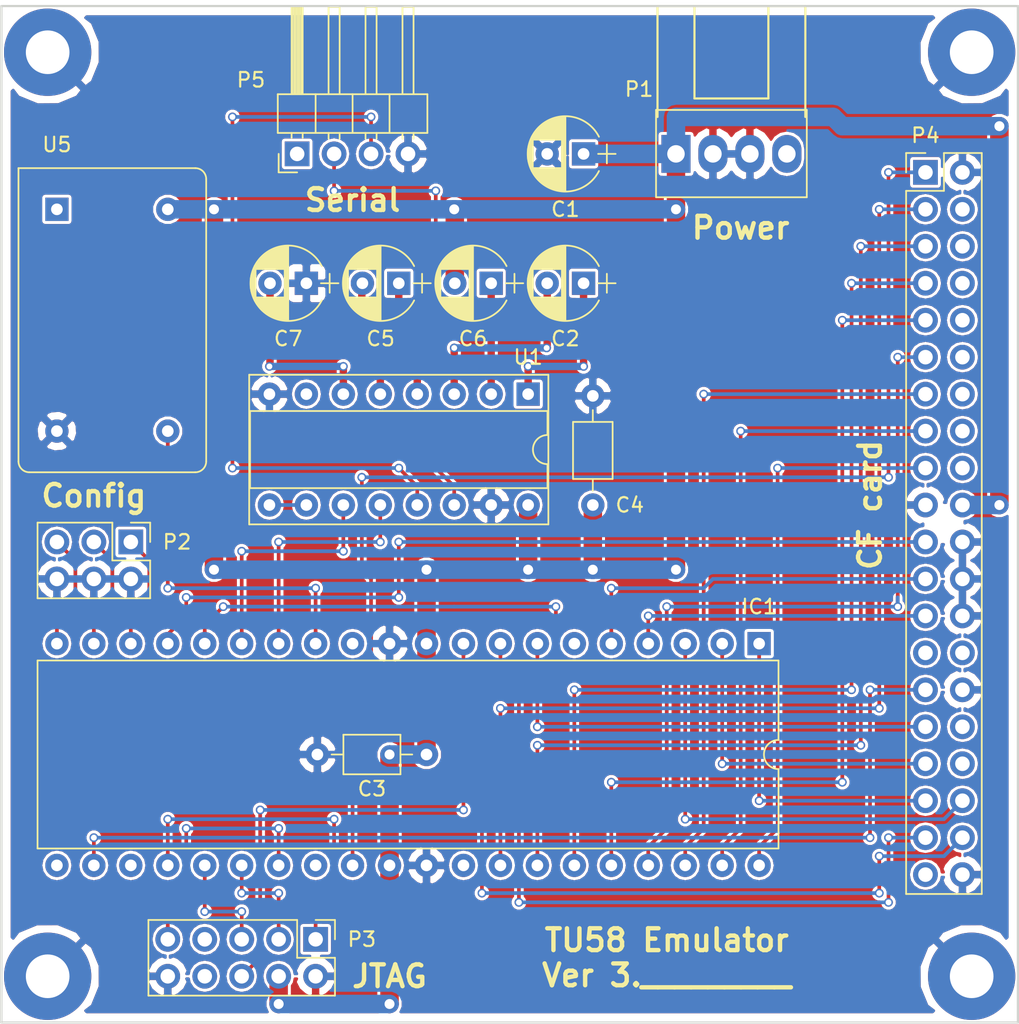
<source format=kicad_pcb>
(kicad_pcb (version 4) (host pcbnew 4.0.5)

  (general
    (links 76)
    (no_connects 0)
    (area 114.346667 76.94 187.913334 150.49)
    (thickness 1.6)
    (drawings 10)
    (tracks 271)
    (zones 0)
    (modules 19)
    (nets 66)
  )

  (page A4)
  (layers
    (0 F.Cu signal)
    (31 B.Cu signal)
    (32 B.Adhes user)
    (33 F.Adhes user)
    (34 B.Paste user)
    (35 F.Paste user)
    (36 B.SilkS user)
    (37 F.SilkS user hide)
    (38 B.Mask user)
    (39 F.Mask user)
    (40 Dwgs.User user)
    (41 Cmts.User user)
    (42 Eco1.User user)
    (43 Eco2.User user)
    (44 Edge.Cuts user)
    (45 Margin user)
    (46 B.CrtYd user)
    (47 F.CrtYd user)
    (48 B.Fab user)
    (49 F.Fab user)
  )

  (setup
    (last_trace_width 0.508)
    (user_trace_width 0.254)
    (user_trace_width 0.508)
    (user_trace_width 1.27)
    (trace_clearance 0.2)
    (zone_clearance 0.2032)
    (zone_45_only no)
    (trace_min 0.2)
    (segment_width 0.2)
    (edge_width 0.15)
    (via_size 0.6)
    (via_drill 0.4)
    (via_min_size 0.4)
    (via_min_drill 0.3)
    (user_via 1.27 0.6858)
    (uvia_size 0.3)
    (uvia_drill 0.1)
    (uvias_allowed no)
    (uvia_min_size 0.2)
    (uvia_min_drill 0.1)
    (pcb_text_width 0.3)
    (pcb_text_size 1.5 1.5)
    (mod_edge_width 0.15)
    (mod_text_size 1 1)
    (mod_text_width 0.15)
    (pad_size 1.524 1.524)
    (pad_drill 0.762)
    (pad_to_mask_clearance 0.2)
    (aux_axis_origin 0 0)
    (visible_elements FFFFFF7F)
    (pcbplotparams
      (layerselection 0x00030_80000001)
      (usegerberextensions false)
      (excludeedgelayer true)
      (linewidth 0.100000)
      (plotframeref false)
      (viasonmask false)
      (mode 1)
      (useauxorigin false)
      (hpglpennumber 1)
      (hpglpenspeed 20)
      (hpglpendiameter 15)
      (hpglpenoverlay 2)
      (psnegative false)
      (psa4output false)
      (plotreference true)
      (plotvalue true)
      (plotinvisibletext false)
      (padsonsilk false)
      (subtractmaskfromsilk false)
      (outputformat 1)
      (mirror false)
      (drillshape 1)
      (scaleselection 1)
      (outputdirectory ""))
  )

  (net 0 "")
  (net 1 VCC)
  (net 2 GND)
  (net 3 "Net-(C2-Pad1)")
  (net 4 "Net-(C2-Pad2)")
  (net 5 "Net-(C5-Pad1)")
  (net 6 "Net-(C5-Pad2)")
  (net 7 "Net-(C6-Pad1)")
  (net 8 "Net-(C7-Pad2)")
  (net 9 A0)
  (net 10 "Net-(IC1-Pad21)")
  (net 11 A1)
  (net 12 CF_ACK)
  (net 13 A2)
  (net 14 "Net-(IC1-Pad23)")
  (net 15 IOR)
  (net 16 "Net-(IC1-Pad24)")
  (net 17 IOW)
  (net 18 "Net-(IC1-Pad25)")
  (net 19 "Net-(IC1-Pad6)")
  (net 20 "Net-(IC1-Pad26)")
  (net 21 CF_CS)
  (net 22 "Net-(IC1-Pad27)")
  (net 23 CF_CSX)
  (net 24 "Net-(IC1-Pad28)")
  (net 25 "Net-(IC1-Pad9)")
  (net 26 RST)
  (net 27 "Net-(IC1-Pad12)")
  (net 28 "Net-(IC1-Pad32)")
  (net 29 "Net-(IC1-Pad13)")
  (net 30 D7)
  (net 31 "Net-(IC1-Pad14)")
  (net 32 D6)
  (net 33 "Net-(IC1-Pad15)")
  (net 34 D5)
  (net 35 CF_IRQ)
  (net 36 D4)
  (net 37 CF_DRQ)
  (net 38 D3)
  (net 39 "Net-(IC1-Pad18)")
  (net 40 D2)
  (net 41 "Net-(IC1-Pad19)")
  (net 42 D1)
  (net 43 "Net-(IC1-Pad20)")
  (net 44 D0)
  (net 45 "Net-(P1-Pad4)")
  (net 46 "Net-(P3-Pad7)")
  (net 47 "Net-(P3-Pad8)")
  (net 48 "Net-(P4-Pad4)")
  (net 49 "Net-(P4-Pad6)")
  (net 50 "Net-(P4-Pad8)")
  (net 51 "Net-(P4-Pad10)")
  (net 52 "Net-(P4-Pad12)")
  (net 53 "Net-(P4-Pad14)")
  (net 54 "Net-(P4-Pad16)")
  (net 55 "Net-(P4-Pad18)")
  (net 56 "Net-(P4-Pad27)")
  (net 57 "Net-(P4-Pad28)")
  (net 58 "Net-(P4-Pad32)")
  (net 59 "Net-(P4-Pad34)")
  (net 60 "Net-(P4-Pad39)")
  (net 61 "Net-(P5-Pad1)")
  (net 62 "Net-(P5-Pad2)")
  (net 63 "Net-(P5-Pad3)")
  (net 64 "Net-(U1-Pad10)")
  (net 65 "Net-(U1-Pad7)")

  (net_class Default "This is the default net class."
    (clearance 0.2)
    (trace_width 0.25)
    (via_dia 0.6)
    (via_drill 0.4)
    (uvia_dia 0.3)
    (uvia_drill 0.1)
    (add_net A0)
    (add_net A1)
    (add_net A2)
    (add_net CF_ACK)
    (add_net CF_CS)
    (add_net CF_CSX)
    (add_net CF_DRQ)
    (add_net CF_IRQ)
    (add_net D0)
    (add_net D1)
    (add_net D2)
    (add_net D3)
    (add_net D4)
    (add_net D5)
    (add_net D6)
    (add_net D7)
    (add_net GND)
    (add_net IOR)
    (add_net IOW)
    (add_net "Net-(C2-Pad1)")
    (add_net "Net-(C2-Pad2)")
    (add_net "Net-(C5-Pad1)")
    (add_net "Net-(C5-Pad2)")
    (add_net "Net-(C6-Pad1)")
    (add_net "Net-(C7-Pad2)")
    (add_net "Net-(IC1-Pad12)")
    (add_net "Net-(IC1-Pad13)")
    (add_net "Net-(IC1-Pad14)")
    (add_net "Net-(IC1-Pad15)")
    (add_net "Net-(IC1-Pad18)")
    (add_net "Net-(IC1-Pad19)")
    (add_net "Net-(IC1-Pad20)")
    (add_net "Net-(IC1-Pad21)")
    (add_net "Net-(IC1-Pad23)")
    (add_net "Net-(IC1-Pad24)")
    (add_net "Net-(IC1-Pad25)")
    (add_net "Net-(IC1-Pad26)")
    (add_net "Net-(IC1-Pad27)")
    (add_net "Net-(IC1-Pad28)")
    (add_net "Net-(IC1-Pad32)")
    (add_net "Net-(IC1-Pad6)")
    (add_net "Net-(IC1-Pad9)")
    (add_net "Net-(P1-Pad4)")
    (add_net "Net-(P3-Pad7)")
    (add_net "Net-(P3-Pad8)")
    (add_net "Net-(P4-Pad10)")
    (add_net "Net-(P4-Pad12)")
    (add_net "Net-(P4-Pad14)")
    (add_net "Net-(P4-Pad16)")
    (add_net "Net-(P4-Pad18)")
    (add_net "Net-(P4-Pad27)")
    (add_net "Net-(P4-Pad28)")
    (add_net "Net-(P4-Pad32)")
    (add_net "Net-(P4-Pad34)")
    (add_net "Net-(P4-Pad39)")
    (add_net "Net-(P4-Pad4)")
    (add_net "Net-(P4-Pad6)")
    (add_net "Net-(P4-Pad8)")
    (add_net "Net-(P5-Pad1)")
    (add_net "Net-(P5-Pad2)")
    (add_net "Net-(P5-Pad3)")
    (add_net "Net-(U1-Pad10)")
    (add_net "Net-(U1-Pad7)")
    (add_net RST)
    (add_net VCC)
  )

  (module Capacitors_THT:CP_Radial_D5.0mm_P2.50mm (layer F.Cu) (tedit 597BC7C2) (tstamp 5CEE974F)
    (at 156.21 88.9 180)
    (descr "CP, Radial series, Radial, pin pitch=2.50mm, , diameter=5mm, Electrolytic Capacitor")
    (tags "CP Radial series Radial pin pitch 2.50mm  diameter 5mm Electrolytic Capacitor")
    (path /5CEEB6ED)
    (fp_text reference C1 (at 1.25 -3.81 180) (layer F.SilkS)
      (effects (font (size 1 1) (thickness 0.15)))
    )
    (fp_text value CP (at 1.25 3.81 180) (layer F.Fab)
      (effects (font (size 1 1) (thickness 0.15)))
    )
    (fp_arc (start 1.25 0) (end -1.05558 -1.18) (angle 125.8) (layer F.SilkS) (width 0.12))
    (fp_arc (start 1.25 0) (end -1.05558 1.18) (angle -125.8) (layer F.SilkS) (width 0.12))
    (fp_arc (start 1.25 0) (end 3.55558 -1.18) (angle 54.2) (layer F.SilkS) (width 0.12))
    (fp_circle (center 1.25 0) (end 3.75 0) (layer F.Fab) (width 0.1))
    (fp_line (start -2.2 0) (end -1 0) (layer F.Fab) (width 0.1))
    (fp_line (start -1.6 -0.65) (end -1.6 0.65) (layer F.Fab) (width 0.1))
    (fp_line (start 1.25 -2.55) (end 1.25 2.55) (layer F.SilkS) (width 0.12))
    (fp_line (start 1.29 -2.55) (end 1.29 2.55) (layer F.SilkS) (width 0.12))
    (fp_line (start 1.33 -2.549) (end 1.33 2.549) (layer F.SilkS) (width 0.12))
    (fp_line (start 1.37 -2.548) (end 1.37 2.548) (layer F.SilkS) (width 0.12))
    (fp_line (start 1.41 -2.546) (end 1.41 2.546) (layer F.SilkS) (width 0.12))
    (fp_line (start 1.45 -2.543) (end 1.45 2.543) (layer F.SilkS) (width 0.12))
    (fp_line (start 1.49 -2.539) (end 1.49 2.539) (layer F.SilkS) (width 0.12))
    (fp_line (start 1.53 -2.535) (end 1.53 -0.98) (layer F.SilkS) (width 0.12))
    (fp_line (start 1.53 0.98) (end 1.53 2.535) (layer F.SilkS) (width 0.12))
    (fp_line (start 1.57 -2.531) (end 1.57 -0.98) (layer F.SilkS) (width 0.12))
    (fp_line (start 1.57 0.98) (end 1.57 2.531) (layer F.SilkS) (width 0.12))
    (fp_line (start 1.61 -2.525) (end 1.61 -0.98) (layer F.SilkS) (width 0.12))
    (fp_line (start 1.61 0.98) (end 1.61 2.525) (layer F.SilkS) (width 0.12))
    (fp_line (start 1.65 -2.519) (end 1.65 -0.98) (layer F.SilkS) (width 0.12))
    (fp_line (start 1.65 0.98) (end 1.65 2.519) (layer F.SilkS) (width 0.12))
    (fp_line (start 1.69 -2.513) (end 1.69 -0.98) (layer F.SilkS) (width 0.12))
    (fp_line (start 1.69 0.98) (end 1.69 2.513) (layer F.SilkS) (width 0.12))
    (fp_line (start 1.73 -2.506) (end 1.73 -0.98) (layer F.SilkS) (width 0.12))
    (fp_line (start 1.73 0.98) (end 1.73 2.506) (layer F.SilkS) (width 0.12))
    (fp_line (start 1.77 -2.498) (end 1.77 -0.98) (layer F.SilkS) (width 0.12))
    (fp_line (start 1.77 0.98) (end 1.77 2.498) (layer F.SilkS) (width 0.12))
    (fp_line (start 1.81 -2.489) (end 1.81 -0.98) (layer F.SilkS) (width 0.12))
    (fp_line (start 1.81 0.98) (end 1.81 2.489) (layer F.SilkS) (width 0.12))
    (fp_line (start 1.85 -2.48) (end 1.85 -0.98) (layer F.SilkS) (width 0.12))
    (fp_line (start 1.85 0.98) (end 1.85 2.48) (layer F.SilkS) (width 0.12))
    (fp_line (start 1.89 -2.47) (end 1.89 -0.98) (layer F.SilkS) (width 0.12))
    (fp_line (start 1.89 0.98) (end 1.89 2.47) (layer F.SilkS) (width 0.12))
    (fp_line (start 1.93 -2.46) (end 1.93 -0.98) (layer F.SilkS) (width 0.12))
    (fp_line (start 1.93 0.98) (end 1.93 2.46) (layer F.SilkS) (width 0.12))
    (fp_line (start 1.971 -2.448) (end 1.971 -0.98) (layer F.SilkS) (width 0.12))
    (fp_line (start 1.971 0.98) (end 1.971 2.448) (layer F.SilkS) (width 0.12))
    (fp_line (start 2.011 -2.436) (end 2.011 -0.98) (layer F.SilkS) (width 0.12))
    (fp_line (start 2.011 0.98) (end 2.011 2.436) (layer F.SilkS) (width 0.12))
    (fp_line (start 2.051 -2.424) (end 2.051 -0.98) (layer F.SilkS) (width 0.12))
    (fp_line (start 2.051 0.98) (end 2.051 2.424) (layer F.SilkS) (width 0.12))
    (fp_line (start 2.091 -2.41) (end 2.091 -0.98) (layer F.SilkS) (width 0.12))
    (fp_line (start 2.091 0.98) (end 2.091 2.41) (layer F.SilkS) (width 0.12))
    (fp_line (start 2.131 -2.396) (end 2.131 -0.98) (layer F.SilkS) (width 0.12))
    (fp_line (start 2.131 0.98) (end 2.131 2.396) (layer F.SilkS) (width 0.12))
    (fp_line (start 2.171 -2.382) (end 2.171 -0.98) (layer F.SilkS) (width 0.12))
    (fp_line (start 2.171 0.98) (end 2.171 2.382) (layer F.SilkS) (width 0.12))
    (fp_line (start 2.211 -2.366) (end 2.211 -0.98) (layer F.SilkS) (width 0.12))
    (fp_line (start 2.211 0.98) (end 2.211 2.366) (layer F.SilkS) (width 0.12))
    (fp_line (start 2.251 -2.35) (end 2.251 -0.98) (layer F.SilkS) (width 0.12))
    (fp_line (start 2.251 0.98) (end 2.251 2.35) (layer F.SilkS) (width 0.12))
    (fp_line (start 2.291 -2.333) (end 2.291 -0.98) (layer F.SilkS) (width 0.12))
    (fp_line (start 2.291 0.98) (end 2.291 2.333) (layer F.SilkS) (width 0.12))
    (fp_line (start 2.331 -2.315) (end 2.331 -0.98) (layer F.SilkS) (width 0.12))
    (fp_line (start 2.331 0.98) (end 2.331 2.315) (layer F.SilkS) (width 0.12))
    (fp_line (start 2.371 -2.296) (end 2.371 -0.98) (layer F.SilkS) (width 0.12))
    (fp_line (start 2.371 0.98) (end 2.371 2.296) (layer F.SilkS) (width 0.12))
    (fp_line (start 2.411 -2.276) (end 2.411 -0.98) (layer F.SilkS) (width 0.12))
    (fp_line (start 2.411 0.98) (end 2.411 2.276) (layer F.SilkS) (width 0.12))
    (fp_line (start 2.451 -2.256) (end 2.451 -0.98) (layer F.SilkS) (width 0.12))
    (fp_line (start 2.451 0.98) (end 2.451 2.256) (layer F.SilkS) (width 0.12))
    (fp_line (start 2.491 -2.234) (end 2.491 -0.98) (layer F.SilkS) (width 0.12))
    (fp_line (start 2.491 0.98) (end 2.491 2.234) (layer F.SilkS) (width 0.12))
    (fp_line (start 2.531 -2.212) (end 2.531 -0.98) (layer F.SilkS) (width 0.12))
    (fp_line (start 2.531 0.98) (end 2.531 2.212) (layer F.SilkS) (width 0.12))
    (fp_line (start 2.571 -2.189) (end 2.571 -0.98) (layer F.SilkS) (width 0.12))
    (fp_line (start 2.571 0.98) (end 2.571 2.189) (layer F.SilkS) (width 0.12))
    (fp_line (start 2.611 -2.165) (end 2.611 -0.98) (layer F.SilkS) (width 0.12))
    (fp_line (start 2.611 0.98) (end 2.611 2.165) (layer F.SilkS) (width 0.12))
    (fp_line (start 2.651 -2.14) (end 2.651 -0.98) (layer F.SilkS) (width 0.12))
    (fp_line (start 2.651 0.98) (end 2.651 2.14) (layer F.SilkS) (width 0.12))
    (fp_line (start 2.691 -2.113) (end 2.691 -0.98) (layer F.SilkS) (width 0.12))
    (fp_line (start 2.691 0.98) (end 2.691 2.113) (layer F.SilkS) (width 0.12))
    (fp_line (start 2.731 -2.086) (end 2.731 -0.98) (layer F.SilkS) (width 0.12))
    (fp_line (start 2.731 0.98) (end 2.731 2.086) (layer F.SilkS) (width 0.12))
    (fp_line (start 2.771 -2.058) (end 2.771 -0.98) (layer F.SilkS) (width 0.12))
    (fp_line (start 2.771 0.98) (end 2.771 2.058) (layer F.SilkS) (width 0.12))
    (fp_line (start 2.811 -2.028) (end 2.811 -0.98) (layer F.SilkS) (width 0.12))
    (fp_line (start 2.811 0.98) (end 2.811 2.028) (layer F.SilkS) (width 0.12))
    (fp_line (start 2.851 -1.997) (end 2.851 -0.98) (layer F.SilkS) (width 0.12))
    (fp_line (start 2.851 0.98) (end 2.851 1.997) (layer F.SilkS) (width 0.12))
    (fp_line (start 2.891 -1.965) (end 2.891 -0.98) (layer F.SilkS) (width 0.12))
    (fp_line (start 2.891 0.98) (end 2.891 1.965) (layer F.SilkS) (width 0.12))
    (fp_line (start 2.931 -1.932) (end 2.931 -0.98) (layer F.SilkS) (width 0.12))
    (fp_line (start 2.931 0.98) (end 2.931 1.932) (layer F.SilkS) (width 0.12))
    (fp_line (start 2.971 -1.897) (end 2.971 -0.98) (layer F.SilkS) (width 0.12))
    (fp_line (start 2.971 0.98) (end 2.971 1.897) (layer F.SilkS) (width 0.12))
    (fp_line (start 3.011 -1.861) (end 3.011 -0.98) (layer F.SilkS) (width 0.12))
    (fp_line (start 3.011 0.98) (end 3.011 1.861) (layer F.SilkS) (width 0.12))
    (fp_line (start 3.051 -1.823) (end 3.051 -0.98) (layer F.SilkS) (width 0.12))
    (fp_line (start 3.051 0.98) (end 3.051 1.823) (layer F.SilkS) (width 0.12))
    (fp_line (start 3.091 -1.783) (end 3.091 -0.98) (layer F.SilkS) (width 0.12))
    (fp_line (start 3.091 0.98) (end 3.091 1.783) (layer F.SilkS) (width 0.12))
    (fp_line (start 3.131 -1.742) (end 3.131 -0.98) (layer F.SilkS) (width 0.12))
    (fp_line (start 3.131 0.98) (end 3.131 1.742) (layer F.SilkS) (width 0.12))
    (fp_line (start 3.171 -1.699) (end 3.171 -0.98) (layer F.SilkS) (width 0.12))
    (fp_line (start 3.171 0.98) (end 3.171 1.699) (layer F.SilkS) (width 0.12))
    (fp_line (start 3.211 -1.654) (end 3.211 -0.98) (layer F.SilkS) (width 0.12))
    (fp_line (start 3.211 0.98) (end 3.211 1.654) (layer F.SilkS) (width 0.12))
    (fp_line (start 3.251 -1.606) (end 3.251 -0.98) (layer F.SilkS) (width 0.12))
    (fp_line (start 3.251 0.98) (end 3.251 1.606) (layer F.SilkS) (width 0.12))
    (fp_line (start 3.291 -1.556) (end 3.291 -0.98) (layer F.SilkS) (width 0.12))
    (fp_line (start 3.291 0.98) (end 3.291 1.556) (layer F.SilkS) (width 0.12))
    (fp_line (start 3.331 -1.504) (end 3.331 -0.98) (layer F.SilkS) (width 0.12))
    (fp_line (start 3.331 0.98) (end 3.331 1.504) (layer F.SilkS) (width 0.12))
    (fp_line (start 3.371 -1.448) (end 3.371 -0.98) (layer F.SilkS) (width 0.12))
    (fp_line (start 3.371 0.98) (end 3.371 1.448) (layer F.SilkS) (width 0.12))
    (fp_line (start 3.411 -1.39) (end 3.411 -0.98) (layer F.SilkS) (width 0.12))
    (fp_line (start 3.411 0.98) (end 3.411 1.39) (layer F.SilkS) (width 0.12))
    (fp_line (start 3.451 -1.327) (end 3.451 -0.98) (layer F.SilkS) (width 0.12))
    (fp_line (start 3.451 0.98) (end 3.451 1.327) (layer F.SilkS) (width 0.12))
    (fp_line (start 3.491 -1.261) (end 3.491 1.261) (layer F.SilkS) (width 0.12))
    (fp_line (start 3.531 -1.189) (end 3.531 1.189) (layer F.SilkS) (width 0.12))
    (fp_line (start 3.571 -1.112) (end 3.571 1.112) (layer F.SilkS) (width 0.12))
    (fp_line (start 3.611 -1.028) (end 3.611 1.028) (layer F.SilkS) (width 0.12))
    (fp_line (start 3.651 -0.934) (end 3.651 0.934) (layer F.SilkS) (width 0.12))
    (fp_line (start 3.691 -0.829) (end 3.691 0.829) (layer F.SilkS) (width 0.12))
    (fp_line (start 3.731 -0.707) (end 3.731 0.707) (layer F.SilkS) (width 0.12))
    (fp_line (start 3.771 -0.559) (end 3.771 0.559) (layer F.SilkS) (width 0.12))
    (fp_line (start 3.811 -0.354) (end 3.811 0.354) (layer F.SilkS) (width 0.12))
    (fp_line (start -2.2 0) (end -1 0) (layer F.SilkS) (width 0.12))
    (fp_line (start -1.6 -0.65) (end -1.6 0.65) (layer F.SilkS) (width 0.12))
    (fp_line (start -1.6 -2.85) (end -1.6 2.85) (layer F.CrtYd) (width 0.05))
    (fp_line (start -1.6 2.85) (end 4.1 2.85) (layer F.CrtYd) (width 0.05))
    (fp_line (start 4.1 2.85) (end 4.1 -2.85) (layer F.CrtYd) (width 0.05))
    (fp_line (start 4.1 -2.85) (end -1.6 -2.85) (layer F.CrtYd) (width 0.05))
    (fp_text user %R (at 1.25 0 180) (layer F.Fab)
      (effects (font (size 1 1) (thickness 0.15)))
    )
    (pad 1 thru_hole rect (at 0 0 180) (size 1.6 1.6) (drill 0.8) (layers *.Cu *.Mask)
      (net 1 VCC))
    (pad 2 thru_hole circle (at 2.5 0 180) (size 1.6 1.6) (drill 0.8) (layers *.Cu *.Mask)
      (net 2 GND))
    (model ${KISYS3DMOD}/Capacitors_THT.3dshapes/CP_Radial_D5.0mm_P2.50mm.wrl
      (at (xyz 0 0 0))
      (scale (xyz 1 1 1))
      (rotate (xyz 0 0 0))
    )
  )

  (module Capacitors_THT:CP_Radial_D5.0mm_P2.50mm (layer F.Cu) (tedit 597BC7C2) (tstamp 5CEE9755)
    (at 156.21 97.79 180)
    (descr "CP, Radial series, Radial, pin pitch=2.50mm, , diameter=5mm, Electrolytic Capacitor")
    (tags "CP Radial series Radial pin pitch 2.50mm  diameter 5mm Electrolytic Capacitor")
    (path /5CEE92A3)
    (fp_text reference C2 (at 1.25 -3.81 180) (layer F.SilkS)
      (effects (font (size 1 1) (thickness 0.15)))
    )
    (fp_text value CP (at 1.25 3.81 180) (layer F.Fab)
      (effects (font (size 1 1) (thickness 0.15)))
    )
    (fp_arc (start 1.25 0) (end -1.05558 -1.18) (angle 125.8) (layer F.SilkS) (width 0.12))
    (fp_arc (start 1.25 0) (end -1.05558 1.18) (angle -125.8) (layer F.SilkS) (width 0.12))
    (fp_arc (start 1.25 0) (end 3.55558 -1.18) (angle 54.2) (layer F.SilkS) (width 0.12))
    (fp_circle (center 1.25 0) (end 3.75 0) (layer F.Fab) (width 0.1))
    (fp_line (start -2.2 0) (end -1 0) (layer F.Fab) (width 0.1))
    (fp_line (start -1.6 -0.65) (end -1.6 0.65) (layer F.Fab) (width 0.1))
    (fp_line (start 1.25 -2.55) (end 1.25 2.55) (layer F.SilkS) (width 0.12))
    (fp_line (start 1.29 -2.55) (end 1.29 2.55) (layer F.SilkS) (width 0.12))
    (fp_line (start 1.33 -2.549) (end 1.33 2.549) (layer F.SilkS) (width 0.12))
    (fp_line (start 1.37 -2.548) (end 1.37 2.548) (layer F.SilkS) (width 0.12))
    (fp_line (start 1.41 -2.546) (end 1.41 2.546) (layer F.SilkS) (width 0.12))
    (fp_line (start 1.45 -2.543) (end 1.45 2.543) (layer F.SilkS) (width 0.12))
    (fp_line (start 1.49 -2.539) (end 1.49 2.539) (layer F.SilkS) (width 0.12))
    (fp_line (start 1.53 -2.535) (end 1.53 -0.98) (layer F.SilkS) (width 0.12))
    (fp_line (start 1.53 0.98) (end 1.53 2.535) (layer F.SilkS) (width 0.12))
    (fp_line (start 1.57 -2.531) (end 1.57 -0.98) (layer F.SilkS) (width 0.12))
    (fp_line (start 1.57 0.98) (end 1.57 2.531) (layer F.SilkS) (width 0.12))
    (fp_line (start 1.61 -2.525) (end 1.61 -0.98) (layer F.SilkS) (width 0.12))
    (fp_line (start 1.61 0.98) (end 1.61 2.525) (layer F.SilkS) (width 0.12))
    (fp_line (start 1.65 -2.519) (end 1.65 -0.98) (layer F.SilkS) (width 0.12))
    (fp_line (start 1.65 0.98) (end 1.65 2.519) (layer F.SilkS) (width 0.12))
    (fp_line (start 1.69 -2.513) (end 1.69 -0.98) (layer F.SilkS) (width 0.12))
    (fp_line (start 1.69 0.98) (end 1.69 2.513) (layer F.SilkS) (width 0.12))
    (fp_line (start 1.73 -2.506) (end 1.73 -0.98) (layer F.SilkS) (width 0.12))
    (fp_line (start 1.73 0.98) (end 1.73 2.506) (layer F.SilkS) (width 0.12))
    (fp_line (start 1.77 -2.498) (end 1.77 -0.98) (layer F.SilkS) (width 0.12))
    (fp_line (start 1.77 0.98) (end 1.77 2.498) (layer F.SilkS) (width 0.12))
    (fp_line (start 1.81 -2.489) (end 1.81 -0.98) (layer F.SilkS) (width 0.12))
    (fp_line (start 1.81 0.98) (end 1.81 2.489) (layer F.SilkS) (width 0.12))
    (fp_line (start 1.85 -2.48) (end 1.85 -0.98) (layer F.SilkS) (width 0.12))
    (fp_line (start 1.85 0.98) (end 1.85 2.48) (layer F.SilkS) (width 0.12))
    (fp_line (start 1.89 -2.47) (end 1.89 -0.98) (layer F.SilkS) (width 0.12))
    (fp_line (start 1.89 0.98) (end 1.89 2.47) (layer F.SilkS) (width 0.12))
    (fp_line (start 1.93 -2.46) (end 1.93 -0.98) (layer F.SilkS) (width 0.12))
    (fp_line (start 1.93 0.98) (end 1.93 2.46) (layer F.SilkS) (width 0.12))
    (fp_line (start 1.971 -2.448) (end 1.971 -0.98) (layer F.SilkS) (width 0.12))
    (fp_line (start 1.971 0.98) (end 1.971 2.448) (layer F.SilkS) (width 0.12))
    (fp_line (start 2.011 -2.436) (end 2.011 -0.98) (layer F.SilkS) (width 0.12))
    (fp_line (start 2.011 0.98) (end 2.011 2.436) (layer F.SilkS) (width 0.12))
    (fp_line (start 2.051 -2.424) (end 2.051 -0.98) (layer F.SilkS) (width 0.12))
    (fp_line (start 2.051 0.98) (end 2.051 2.424) (layer F.SilkS) (width 0.12))
    (fp_line (start 2.091 -2.41) (end 2.091 -0.98) (layer F.SilkS) (width 0.12))
    (fp_line (start 2.091 0.98) (end 2.091 2.41) (layer F.SilkS) (width 0.12))
    (fp_line (start 2.131 -2.396) (end 2.131 -0.98) (layer F.SilkS) (width 0.12))
    (fp_line (start 2.131 0.98) (end 2.131 2.396) (layer F.SilkS) (width 0.12))
    (fp_line (start 2.171 -2.382) (end 2.171 -0.98) (layer F.SilkS) (width 0.12))
    (fp_line (start 2.171 0.98) (end 2.171 2.382) (layer F.SilkS) (width 0.12))
    (fp_line (start 2.211 -2.366) (end 2.211 -0.98) (layer F.SilkS) (width 0.12))
    (fp_line (start 2.211 0.98) (end 2.211 2.366) (layer F.SilkS) (width 0.12))
    (fp_line (start 2.251 -2.35) (end 2.251 -0.98) (layer F.SilkS) (width 0.12))
    (fp_line (start 2.251 0.98) (end 2.251 2.35) (layer F.SilkS) (width 0.12))
    (fp_line (start 2.291 -2.333) (end 2.291 -0.98) (layer F.SilkS) (width 0.12))
    (fp_line (start 2.291 0.98) (end 2.291 2.333) (layer F.SilkS) (width 0.12))
    (fp_line (start 2.331 -2.315) (end 2.331 -0.98) (layer F.SilkS) (width 0.12))
    (fp_line (start 2.331 0.98) (end 2.331 2.315) (layer F.SilkS) (width 0.12))
    (fp_line (start 2.371 -2.296) (end 2.371 -0.98) (layer F.SilkS) (width 0.12))
    (fp_line (start 2.371 0.98) (end 2.371 2.296) (layer F.SilkS) (width 0.12))
    (fp_line (start 2.411 -2.276) (end 2.411 -0.98) (layer F.SilkS) (width 0.12))
    (fp_line (start 2.411 0.98) (end 2.411 2.276) (layer F.SilkS) (width 0.12))
    (fp_line (start 2.451 -2.256) (end 2.451 -0.98) (layer F.SilkS) (width 0.12))
    (fp_line (start 2.451 0.98) (end 2.451 2.256) (layer F.SilkS) (width 0.12))
    (fp_line (start 2.491 -2.234) (end 2.491 -0.98) (layer F.SilkS) (width 0.12))
    (fp_line (start 2.491 0.98) (end 2.491 2.234) (layer F.SilkS) (width 0.12))
    (fp_line (start 2.531 -2.212) (end 2.531 -0.98) (layer F.SilkS) (width 0.12))
    (fp_line (start 2.531 0.98) (end 2.531 2.212) (layer F.SilkS) (width 0.12))
    (fp_line (start 2.571 -2.189) (end 2.571 -0.98) (layer F.SilkS) (width 0.12))
    (fp_line (start 2.571 0.98) (end 2.571 2.189) (layer F.SilkS) (width 0.12))
    (fp_line (start 2.611 -2.165) (end 2.611 -0.98) (layer F.SilkS) (width 0.12))
    (fp_line (start 2.611 0.98) (end 2.611 2.165) (layer F.SilkS) (width 0.12))
    (fp_line (start 2.651 -2.14) (end 2.651 -0.98) (layer F.SilkS) (width 0.12))
    (fp_line (start 2.651 0.98) (end 2.651 2.14) (layer F.SilkS) (width 0.12))
    (fp_line (start 2.691 -2.113) (end 2.691 -0.98) (layer F.SilkS) (width 0.12))
    (fp_line (start 2.691 0.98) (end 2.691 2.113) (layer F.SilkS) (width 0.12))
    (fp_line (start 2.731 -2.086) (end 2.731 -0.98) (layer F.SilkS) (width 0.12))
    (fp_line (start 2.731 0.98) (end 2.731 2.086) (layer F.SilkS) (width 0.12))
    (fp_line (start 2.771 -2.058) (end 2.771 -0.98) (layer F.SilkS) (width 0.12))
    (fp_line (start 2.771 0.98) (end 2.771 2.058) (layer F.SilkS) (width 0.12))
    (fp_line (start 2.811 -2.028) (end 2.811 -0.98) (layer F.SilkS) (width 0.12))
    (fp_line (start 2.811 0.98) (end 2.811 2.028) (layer F.SilkS) (width 0.12))
    (fp_line (start 2.851 -1.997) (end 2.851 -0.98) (layer F.SilkS) (width 0.12))
    (fp_line (start 2.851 0.98) (end 2.851 1.997) (layer F.SilkS) (width 0.12))
    (fp_line (start 2.891 -1.965) (end 2.891 -0.98) (layer F.SilkS) (width 0.12))
    (fp_line (start 2.891 0.98) (end 2.891 1.965) (layer F.SilkS) (width 0.12))
    (fp_line (start 2.931 -1.932) (end 2.931 -0.98) (layer F.SilkS) (width 0.12))
    (fp_line (start 2.931 0.98) (end 2.931 1.932) (layer F.SilkS) (width 0.12))
    (fp_line (start 2.971 -1.897) (end 2.971 -0.98) (layer F.SilkS) (width 0.12))
    (fp_line (start 2.971 0.98) (end 2.971 1.897) (layer F.SilkS) (width 0.12))
    (fp_line (start 3.011 -1.861) (end 3.011 -0.98) (layer F.SilkS) (width 0.12))
    (fp_line (start 3.011 0.98) (end 3.011 1.861) (layer F.SilkS) (width 0.12))
    (fp_line (start 3.051 -1.823) (end 3.051 -0.98) (layer F.SilkS) (width 0.12))
    (fp_line (start 3.051 0.98) (end 3.051 1.823) (layer F.SilkS) (width 0.12))
    (fp_line (start 3.091 -1.783) (end 3.091 -0.98) (layer F.SilkS) (width 0.12))
    (fp_line (start 3.091 0.98) (end 3.091 1.783) (layer F.SilkS) (width 0.12))
    (fp_line (start 3.131 -1.742) (end 3.131 -0.98) (layer F.SilkS) (width 0.12))
    (fp_line (start 3.131 0.98) (end 3.131 1.742) (layer F.SilkS) (width 0.12))
    (fp_line (start 3.171 -1.699) (end 3.171 -0.98) (layer F.SilkS) (width 0.12))
    (fp_line (start 3.171 0.98) (end 3.171 1.699) (layer F.SilkS) (width 0.12))
    (fp_line (start 3.211 -1.654) (end 3.211 -0.98) (layer F.SilkS) (width 0.12))
    (fp_line (start 3.211 0.98) (end 3.211 1.654) (layer F.SilkS) (width 0.12))
    (fp_line (start 3.251 -1.606) (end 3.251 -0.98) (layer F.SilkS) (width 0.12))
    (fp_line (start 3.251 0.98) (end 3.251 1.606) (layer F.SilkS) (width 0.12))
    (fp_line (start 3.291 -1.556) (end 3.291 -0.98) (layer F.SilkS) (width 0.12))
    (fp_line (start 3.291 0.98) (end 3.291 1.556) (layer F.SilkS) (width 0.12))
    (fp_line (start 3.331 -1.504) (end 3.331 -0.98) (layer F.SilkS) (width 0.12))
    (fp_line (start 3.331 0.98) (end 3.331 1.504) (layer F.SilkS) (width 0.12))
    (fp_line (start 3.371 -1.448) (end 3.371 -0.98) (layer F.SilkS) (width 0.12))
    (fp_line (start 3.371 0.98) (end 3.371 1.448) (layer F.SilkS) (width 0.12))
    (fp_line (start 3.411 -1.39) (end 3.411 -0.98) (layer F.SilkS) (width 0.12))
    (fp_line (start 3.411 0.98) (end 3.411 1.39) (layer F.SilkS) (width 0.12))
    (fp_line (start 3.451 -1.327) (end 3.451 -0.98) (layer F.SilkS) (width 0.12))
    (fp_line (start 3.451 0.98) (end 3.451 1.327) (layer F.SilkS) (width 0.12))
    (fp_line (start 3.491 -1.261) (end 3.491 1.261) (layer F.SilkS) (width 0.12))
    (fp_line (start 3.531 -1.189) (end 3.531 1.189) (layer F.SilkS) (width 0.12))
    (fp_line (start 3.571 -1.112) (end 3.571 1.112) (layer F.SilkS) (width 0.12))
    (fp_line (start 3.611 -1.028) (end 3.611 1.028) (layer F.SilkS) (width 0.12))
    (fp_line (start 3.651 -0.934) (end 3.651 0.934) (layer F.SilkS) (width 0.12))
    (fp_line (start 3.691 -0.829) (end 3.691 0.829) (layer F.SilkS) (width 0.12))
    (fp_line (start 3.731 -0.707) (end 3.731 0.707) (layer F.SilkS) (width 0.12))
    (fp_line (start 3.771 -0.559) (end 3.771 0.559) (layer F.SilkS) (width 0.12))
    (fp_line (start 3.811 -0.354) (end 3.811 0.354) (layer F.SilkS) (width 0.12))
    (fp_line (start -2.2 0) (end -1 0) (layer F.SilkS) (width 0.12))
    (fp_line (start -1.6 -0.65) (end -1.6 0.65) (layer F.SilkS) (width 0.12))
    (fp_line (start -1.6 -2.85) (end -1.6 2.85) (layer F.CrtYd) (width 0.05))
    (fp_line (start -1.6 2.85) (end 4.1 2.85) (layer F.CrtYd) (width 0.05))
    (fp_line (start 4.1 2.85) (end 4.1 -2.85) (layer F.CrtYd) (width 0.05))
    (fp_line (start 4.1 -2.85) (end -1.6 -2.85) (layer F.CrtYd) (width 0.05))
    (fp_text user %R (at 1.25 0 180) (layer F.Fab)
      (effects (font (size 1 1) (thickness 0.15)))
    )
    (pad 1 thru_hole rect (at 0 0 180) (size 1.6 1.6) (drill 0.8) (layers *.Cu *.Mask)
      (net 3 "Net-(C2-Pad1)"))
    (pad 2 thru_hole circle (at 2.5 0 180) (size 1.6 1.6) (drill 0.8) (layers *.Cu *.Mask)
      (net 4 "Net-(C2-Pad2)"))
    (model ${KISYS3DMOD}/Capacitors_THT.3dshapes/CP_Radial_D5.0mm_P2.50mm.wrl
      (at (xyz 0 0 0))
      (scale (xyz 1 1 1))
      (rotate (xyz 0 0 0))
    )
  )

  (module Capacitors_THT:C_Axial_L3.8mm_D2.6mm_P7.50mm_Horizontal (layer F.Cu) (tedit 597BC7C2) (tstamp 5CEE975B)
    (at 145.415 130.175 180)
    (descr "C, Axial series, Axial, Horizontal, pin pitch=7.5mm, , length*diameter=3.8*2.6mm^2, http://www.vishay.com/docs/45231/arseries.pdf")
    (tags "C Axial series Axial Horizontal pin pitch 7.5mm  length 3.8mm diameter 2.6mm")
    (path /58B022A2)
    (fp_text reference C3 (at 3.75 -2.36 180) (layer F.SilkS)
      (effects (font (size 1 1) (thickness 0.15)))
    )
    (fp_text value .1uf (at 3.75 2.36 180) (layer F.Fab)
      (effects (font (size 1 1) (thickness 0.15)))
    )
    (fp_line (start 1.85 -1.3) (end 1.85 1.3) (layer F.Fab) (width 0.1))
    (fp_line (start 1.85 1.3) (end 5.65 1.3) (layer F.Fab) (width 0.1))
    (fp_line (start 5.65 1.3) (end 5.65 -1.3) (layer F.Fab) (width 0.1))
    (fp_line (start 5.65 -1.3) (end 1.85 -1.3) (layer F.Fab) (width 0.1))
    (fp_line (start 0 0) (end 1.85 0) (layer F.Fab) (width 0.1))
    (fp_line (start 7.5 0) (end 5.65 0) (layer F.Fab) (width 0.1))
    (fp_line (start 1.79 -1.36) (end 1.79 1.36) (layer F.SilkS) (width 0.12))
    (fp_line (start 1.79 1.36) (end 5.71 1.36) (layer F.SilkS) (width 0.12))
    (fp_line (start 5.71 1.36) (end 5.71 -1.36) (layer F.SilkS) (width 0.12))
    (fp_line (start 5.71 -1.36) (end 1.79 -1.36) (layer F.SilkS) (width 0.12))
    (fp_line (start 0.98 0) (end 1.79 0) (layer F.SilkS) (width 0.12))
    (fp_line (start 6.52 0) (end 5.71 0) (layer F.SilkS) (width 0.12))
    (fp_line (start -1.05 -1.65) (end -1.05 1.65) (layer F.CrtYd) (width 0.05))
    (fp_line (start -1.05 1.65) (end 8.55 1.65) (layer F.CrtYd) (width 0.05))
    (fp_line (start 8.55 1.65) (end 8.55 -1.65) (layer F.CrtYd) (width 0.05))
    (fp_line (start 8.55 -1.65) (end -1.05 -1.65) (layer F.CrtYd) (width 0.05))
    (fp_text user %R (at 3.75 0 180) (layer F.Fab)
      (effects (font (size 1 1) (thickness 0.15)))
    )
    (pad 1 thru_hole circle (at 0 0 180) (size 1.6 1.6) (drill 0.8) (layers *.Cu *.Mask)
      (net 1 VCC))
    (pad 2 thru_hole oval (at 7.5 0 180) (size 1.6 1.6) (drill 0.8) (layers *.Cu *.Mask)
      (net 2 GND))
    (model ${KISYS3DMOD}/Capacitors_THT.3dshapes/C_Axial_L3.8mm_D2.6mm_P7.50mm_Horizontal.wrl
      (at (xyz 0 0 0))
      (scale (xyz 1 1 1))
      (rotate (xyz 0 0 0))
    )
  )

  (module Capacitors_THT:C_Axial_L3.8mm_D2.6mm_P7.50mm_Horizontal (layer F.Cu) (tedit 5CEFF144) (tstamp 5CEE9761)
    (at 156.845 113.03 90)
    (descr "C, Axial series, Axial, Horizontal, pin pitch=7.5mm, , length*diameter=3.8*2.6mm^2, http://www.vishay.com/docs/45231/arseries.pdf")
    (tags "C Axial series Axial Horizontal pin pitch 7.5mm  length 3.8mm diameter 2.6mm")
    (path /58B179FD)
    (fp_text reference C4 (at 0 2.54 180) (layer F.SilkS)
      (effects (font (size 1 1) (thickness 0.15)))
    )
    (fp_text value .1uf (at 3.75 2.36 90) (layer F.Fab)
      (effects (font (size 1 1) (thickness 0.15)))
    )
    (fp_line (start 1.85 -1.3) (end 1.85 1.3) (layer F.Fab) (width 0.1))
    (fp_line (start 1.85 1.3) (end 5.65 1.3) (layer F.Fab) (width 0.1))
    (fp_line (start 5.65 1.3) (end 5.65 -1.3) (layer F.Fab) (width 0.1))
    (fp_line (start 5.65 -1.3) (end 1.85 -1.3) (layer F.Fab) (width 0.1))
    (fp_line (start 0 0) (end 1.85 0) (layer F.Fab) (width 0.1))
    (fp_line (start 7.5 0) (end 5.65 0) (layer F.Fab) (width 0.1))
    (fp_line (start 1.79 -1.36) (end 1.79 1.36) (layer F.SilkS) (width 0.12))
    (fp_line (start 1.79 1.36) (end 5.71 1.36) (layer F.SilkS) (width 0.12))
    (fp_line (start 5.71 1.36) (end 5.71 -1.36) (layer F.SilkS) (width 0.12))
    (fp_line (start 5.71 -1.36) (end 1.79 -1.36) (layer F.SilkS) (width 0.12))
    (fp_line (start 0.98 0) (end 1.79 0) (layer F.SilkS) (width 0.12))
    (fp_line (start 6.52 0) (end 5.71 0) (layer F.SilkS) (width 0.12))
    (fp_line (start -1.05 -1.65) (end -1.05 1.65) (layer F.CrtYd) (width 0.05))
    (fp_line (start -1.05 1.65) (end 8.55 1.65) (layer F.CrtYd) (width 0.05))
    (fp_line (start 8.55 1.65) (end 8.55 -1.65) (layer F.CrtYd) (width 0.05))
    (fp_line (start 8.55 -1.65) (end -1.05 -1.65) (layer F.CrtYd) (width 0.05))
    (fp_text user %R (at 3.75 0 90) (layer F.Fab)
      (effects (font (size 1 1) (thickness 0.15)))
    )
    (pad 1 thru_hole circle (at 0 0 90) (size 1.6 1.6) (drill 0.8) (layers *.Cu *.Mask)
      (net 1 VCC))
    (pad 2 thru_hole oval (at 7.5 0 90) (size 1.6 1.6) (drill 0.8) (layers *.Cu *.Mask)
      (net 2 GND))
    (model ${KISYS3DMOD}/Capacitors_THT.3dshapes/C_Axial_L3.8mm_D2.6mm_P7.50mm_Horizontal.wrl
      (at (xyz 0 0 0))
      (scale (xyz 1 1 1))
      (rotate (xyz 0 0 0))
    )
  )

  (module Capacitors_THT:CP_Radial_D5.0mm_P2.50mm (layer F.Cu) (tedit 597BC7C2) (tstamp 5CEE9767)
    (at 143.51 97.79 180)
    (descr "CP, Radial series, Radial, pin pitch=2.50mm, , diameter=5mm, Electrolytic Capacitor")
    (tags "CP Radial series Radial pin pitch 2.50mm  diameter 5mm Electrolytic Capacitor")
    (path /5CEE92EA)
    (fp_text reference C5 (at 1.25 -3.81 180) (layer F.SilkS)
      (effects (font (size 1 1) (thickness 0.15)))
    )
    (fp_text value CP (at 1.25 3.81 180) (layer F.Fab)
      (effects (font (size 1 1) (thickness 0.15)))
    )
    (fp_arc (start 1.25 0) (end -1.05558 -1.18) (angle 125.8) (layer F.SilkS) (width 0.12))
    (fp_arc (start 1.25 0) (end -1.05558 1.18) (angle -125.8) (layer F.SilkS) (width 0.12))
    (fp_arc (start 1.25 0) (end 3.55558 -1.18) (angle 54.2) (layer F.SilkS) (width 0.12))
    (fp_circle (center 1.25 0) (end 3.75 0) (layer F.Fab) (width 0.1))
    (fp_line (start -2.2 0) (end -1 0) (layer F.Fab) (width 0.1))
    (fp_line (start -1.6 -0.65) (end -1.6 0.65) (layer F.Fab) (width 0.1))
    (fp_line (start 1.25 -2.55) (end 1.25 2.55) (layer F.SilkS) (width 0.12))
    (fp_line (start 1.29 -2.55) (end 1.29 2.55) (layer F.SilkS) (width 0.12))
    (fp_line (start 1.33 -2.549) (end 1.33 2.549) (layer F.SilkS) (width 0.12))
    (fp_line (start 1.37 -2.548) (end 1.37 2.548) (layer F.SilkS) (width 0.12))
    (fp_line (start 1.41 -2.546) (end 1.41 2.546) (layer F.SilkS) (width 0.12))
    (fp_line (start 1.45 -2.543) (end 1.45 2.543) (layer F.SilkS) (width 0.12))
    (fp_line (start 1.49 -2.539) (end 1.49 2.539) (layer F.SilkS) (width 0.12))
    (fp_line (start 1.53 -2.535) (end 1.53 -0.98) (layer F.SilkS) (width 0.12))
    (fp_line (start 1.53 0.98) (end 1.53 2.535) (layer F.SilkS) (width 0.12))
    (fp_line (start 1.57 -2.531) (end 1.57 -0.98) (layer F.SilkS) (width 0.12))
    (fp_line (start 1.57 0.98) (end 1.57 2.531) (layer F.SilkS) (width 0.12))
    (fp_line (start 1.61 -2.525) (end 1.61 -0.98) (layer F.SilkS) (width 0.12))
    (fp_line (start 1.61 0.98) (end 1.61 2.525) (layer F.SilkS) (width 0.12))
    (fp_line (start 1.65 -2.519) (end 1.65 -0.98) (layer F.SilkS) (width 0.12))
    (fp_line (start 1.65 0.98) (end 1.65 2.519) (layer F.SilkS) (width 0.12))
    (fp_line (start 1.69 -2.513) (end 1.69 -0.98) (layer F.SilkS) (width 0.12))
    (fp_line (start 1.69 0.98) (end 1.69 2.513) (layer F.SilkS) (width 0.12))
    (fp_line (start 1.73 -2.506) (end 1.73 -0.98) (layer F.SilkS) (width 0.12))
    (fp_line (start 1.73 0.98) (end 1.73 2.506) (layer F.SilkS) (width 0.12))
    (fp_line (start 1.77 -2.498) (end 1.77 -0.98) (layer F.SilkS) (width 0.12))
    (fp_line (start 1.77 0.98) (end 1.77 2.498) (layer F.SilkS) (width 0.12))
    (fp_line (start 1.81 -2.489) (end 1.81 -0.98) (layer F.SilkS) (width 0.12))
    (fp_line (start 1.81 0.98) (end 1.81 2.489) (layer F.SilkS) (width 0.12))
    (fp_line (start 1.85 -2.48) (end 1.85 -0.98) (layer F.SilkS) (width 0.12))
    (fp_line (start 1.85 0.98) (end 1.85 2.48) (layer F.SilkS) (width 0.12))
    (fp_line (start 1.89 -2.47) (end 1.89 -0.98) (layer F.SilkS) (width 0.12))
    (fp_line (start 1.89 0.98) (end 1.89 2.47) (layer F.SilkS) (width 0.12))
    (fp_line (start 1.93 -2.46) (end 1.93 -0.98) (layer F.SilkS) (width 0.12))
    (fp_line (start 1.93 0.98) (end 1.93 2.46) (layer F.SilkS) (width 0.12))
    (fp_line (start 1.971 -2.448) (end 1.971 -0.98) (layer F.SilkS) (width 0.12))
    (fp_line (start 1.971 0.98) (end 1.971 2.448) (layer F.SilkS) (width 0.12))
    (fp_line (start 2.011 -2.436) (end 2.011 -0.98) (layer F.SilkS) (width 0.12))
    (fp_line (start 2.011 0.98) (end 2.011 2.436) (layer F.SilkS) (width 0.12))
    (fp_line (start 2.051 -2.424) (end 2.051 -0.98) (layer F.SilkS) (width 0.12))
    (fp_line (start 2.051 0.98) (end 2.051 2.424) (layer F.SilkS) (width 0.12))
    (fp_line (start 2.091 -2.41) (end 2.091 -0.98) (layer F.SilkS) (width 0.12))
    (fp_line (start 2.091 0.98) (end 2.091 2.41) (layer F.SilkS) (width 0.12))
    (fp_line (start 2.131 -2.396) (end 2.131 -0.98) (layer F.SilkS) (width 0.12))
    (fp_line (start 2.131 0.98) (end 2.131 2.396) (layer F.SilkS) (width 0.12))
    (fp_line (start 2.171 -2.382) (end 2.171 -0.98) (layer F.SilkS) (width 0.12))
    (fp_line (start 2.171 0.98) (end 2.171 2.382) (layer F.SilkS) (width 0.12))
    (fp_line (start 2.211 -2.366) (end 2.211 -0.98) (layer F.SilkS) (width 0.12))
    (fp_line (start 2.211 0.98) (end 2.211 2.366) (layer F.SilkS) (width 0.12))
    (fp_line (start 2.251 -2.35) (end 2.251 -0.98) (layer F.SilkS) (width 0.12))
    (fp_line (start 2.251 0.98) (end 2.251 2.35) (layer F.SilkS) (width 0.12))
    (fp_line (start 2.291 -2.333) (end 2.291 -0.98) (layer F.SilkS) (width 0.12))
    (fp_line (start 2.291 0.98) (end 2.291 2.333) (layer F.SilkS) (width 0.12))
    (fp_line (start 2.331 -2.315) (end 2.331 -0.98) (layer F.SilkS) (width 0.12))
    (fp_line (start 2.331 0.98) (end 2.331 2.315) (layer F.SilkS) (width 0.12))
    (fp_line (start 2.371 -2.296) (end 2.371 -0.98) (layer F.SilkS) (width 0.12))
    (fp_line (start 2.371 0.98) (end 2.371 2.296) (layer F.SilkS) (width 0.12))
    (fp_line (start 2.411 -2.276) (end 2.411 -0.98) (layer F.SilkS) (width 0.12))
    (fp_line (start 2.411 0.98) (end 2.411 2.276) (layer F.SilkS) (width 0.12))
    (fp_line (start 2.451 -2.256) (end 2.451 -0.98) (layer F.SilkS) (width 0.12))
    (fp_line (start 2.451 0.98) (end 2.451 2.256) (layer F.SilkS) (width 0.12))
    (fp_line (start 2.491 -2.234) (end 2.491 -0.98) (layer F.SilkS) (width 0.12))
    (fp_line (start 2.491 0.98) (end 2.491 2.234) (layer F.SilkS) (width 0.12))
    (fp_line (start 2.531 -2.212) (end 2.531 -0.98) (layer F.SilkS) (width 0.12))
    (fp_line (start 2.531 0.98) (end 2.531 2.212) (layer F.SilkS) (width 0.12))
    (fp_line (start 2.571 -2.189) (end 2.571 -0.98) (layer F.SilkS) (width 0.12))
    (fp_line (start 2.571 0.98) (end 2.571 2.189) (layer F.SilkS) (width 0.12))
    (fp_line (start 2.611 -2.165) (end 2.611 -0.98) (layer F.SilkS) (width 0.12))
    (fp_line (start 2.611 0.98) (end 2.611 2.165) (layer F.SilkS) (width 0.12))
    (fp_line (start 2.651 -2.14) (end 2.651 -0.98) (layer F.SilkS) (width 0.12))
    (fp_line (start 2.651 0.98) (end 2.651 2.14) (layer F.SilkS) (width 0.12))
    (fp_line (start 2.691 -2.113) (end 2.691 -0.98) (layer F.SilkS) (width 0.12))
    (fp_line (start 2.691 0.98) (end 2.691 2.113) (layer F.SilkS) (width 0.12))
    (fp_line (start 2.731 -2.086) (end 2.731 -0.98) (layer F.SilkS) (width 0.12))
    (fp_line (start 2.731 0.98) (end 2.731 2.086) (layer F.SilkS) (width 0.12))
    (fp_line (start 2.771 -2.058) (end 2.771 -0.98) (layer F.SilkS) (width 0.12))
    (fp_line (start 2.771 0.98) (end 2.771 2.058) (layer F.SilkS) (width 0.12))
    (fp_line (start 2.811 -2.028) (end 2.811 -0.98) (layer F.SilkS) (width 0.12))
    (fp_line (start 2.811 0.98) (end 2.811 2.028) (layer F.SilkS) (width 0.12))
    (fp_line (start 2.851 -1.997) (end 2.851 -0.98) (layer F.SilkS) (width 0.12))
    (fp_line (start 2.851 0.98) (end 2.851 1.997) (layer F.SilkS) (width 0.12))
    (fp_line (start 2.891 -1.965) (end 2.891 -0.98) (layer F.SilkS) (width 0.12))
    (fp_line (start 2.891 0.98) (end 2.891 1.965) (layer F.SilkS) (width 0.12))
    (fp_line (start 2.931 -1.932) (end 2.931 -0.98) (layer F.SilkS) (width 0.12))
    (fp_line (start 2.931 0.98) (end 2.931 1.932) (layer F.SilkS) (width 0.12))
    (fp_line (start 2.971 -1.897) (end 2.971 -0.98) (layer F.SilkS) (width 0.12))
    (fp_line (start 2.971 0.98) (end 2.971 1.897) (layer F.SilkS) (width 0.12))
    (fp_line (start 3.011 -1.861) (end 3.011 -0.98) (layer F.SilkS) (width 0.12))
    (fp_line (start 3.011 0.98) (end 3.011 1.861) (layer F.SilkS) (width 0.12))
    (fp_line (start 3.051 -1.823) (end 3.051 -0.98) (layer F.SilkS) (width 0.12))
    (fp_line (start 3.051 0.98) (end 3.051 1.823) (layer F.SilkS) (width 0.12))
    (fp_line (start 3.091 -1.783) (end 3.091 -0.98) (layer F.SilkS) (width 0.12))
    (fp_line (start 3.091 0.98) (end 3.091 1.783) (layer F.SilkS) (width 0.12))
    (fp_line (start 3.131 -1.742) (end 3.131 -0.98) (layer F.SilkS) (width 0.12))
    (fp_line (start 3.131 0.98) (end 3.131 1.742) (layer F.SilkS) (width 0.12))
    (fp_line (start 3.171 -1.699) (end 3.171 -0.98) (layer F.SilkS) (width 0.12))
    (fp_line (start 3.171 0.98) (end 3.171 1.699) (layer F.SilkS) (width 0.12))
    (fp_line (start 3.211 -1.654) (end 3.211 -0.98) (layer F.SilkS) (width 0.12))
    (fp_line (start 3.211 0.98) (end 3.211 1.654) (layer F.SilkS) (width 0.12))
    (fp_line (start 3.251 -1.606) (end 3.251 -0.98) (layer F.SilkS) (width 0.12))
    (fp_line (start 3.251 0.98) (end 3.251 1.606) (layer F.SilkS) (width 0.12))
    (fp_line (start 3.291 -1.556) (end 3.291 -0.98) (layer F.SilkS) (width 0.12))
    (fp_line (start 3.291 0.98) (end 3.291 1.556) (layer F.SilkS) (width 0.12))
    (fp_line (start 3.331 -1.504) (end 3.331 -0.98) (layer F.SilkS) (width 0.12))
    (fp_line (start 3.331 0.98) (end 3.331 1.504) (layer F.SilkS) (width 0.12))
    (fp_line (start 3.371 -1.448) (end 3.371 -0.98) (layer F.SilkS) (width 0.12))
    (fp_line (start 3.371 0.98) (end 3.371 1.448) (layer F.SilkS) (width 0.12))
    (fp_line (start 3.411 -1.39) (end 3.411 -0.98) (layer F.SilkS) (width 0.12))
    (fp_line (start 3.411 0.98) (end 3.411 1.39) (layer F.SilkS) (width 0.12))
    (fp_line (start 3.451 -1.327) (end 3.451 -0.98) (layer F.SilkS) (width 0.12))
    (fp_line (start 3.451 0.98) (end 3.451 1.327) (layer F.SilkS) (width 0.12))
    (fp_line (start 3.491 -1.261) (end 3.491 1.261) (layer F.SilkS) (width 0.12))
    (fp_line (start 3.531 -1.189) (end 3.531 1.189) (layer F.SilkS) (width 0.12))
    (fp_line (start 3.571 -1.112) (end 3.571 1.112) (layer F.SilkS) (width 0.12))
    (fp_line (start 3.611 -1.028) (end 3.611 1.028) (layer F.SilkS) (width 0.12))
    (fp_line (start 3.651 -0.934) (end 3.651 0.934) (layer F.SilkS) (width 0.12))
    (fp_line (start 3.691 -0.829) (end 3.691 0.829) (layer F.SilkS) (width 0.12))
    (fp_line (start 3.731 -0.707) (end 3.731 0.707) (layer F.SilkS) (width 0.12))
    (fp_line (start 3.771 -0.559) (end 3.771 0.559) (layer F.SilkS) (width 0.12))
    (fp_line (start 3.811 -0.354) (end 3.811 0.354) (layer F.SilkS) (width 0.12))
    (fp_line (start -2.2 0) (end -1 0) (layer F.SilkS) (width 0.12))
    (fp_line (start -1.6 -0.65) (end -1.6 0.65) (layer F.SilkS) (width 0.12))
    (fp_line (start -1.6 -2.85) (end -1.6 2.85) (layer F.CrtYd) (width 0.05))
    (fp_line (start -1.6 2.85) (end 4.1 2.85) (layer F.CrtYd) (width 0.05))
    (fp_line (start 4.1 2.85) (end 4.1 -2.85) (layer F.CrtYd) (width 0.05))
    (fp_line (start 4.1 -2.85) (end -1.6 -2.85) (layer F.CrtYd) (width 0.05))
    (fp_text user %R (at 1.25 0 180) (layer F.Fab)
      (effects (font (size 1 1) (thickness 0.15)))
    )
    (pad 1 thru_hole rect (at 0 0 180) (size 1.6 1.6) (drill 0.8) (layers *.Cu *.Mask)
      (net 5 "Net-(C5-Pad1)"))
    (pad 2 thru_hole circle (at 2.5 0 180) (size 1.6 1.6) (drill 0.8) (layers *.Cu *.Mask)
      (net 6 "Net-(C5-Pad2)"))
    (model ${KISYS3DMOD}/Capacitors_THT.3dshapes/CP_Radial_D5.0mm_P2.50mm.wrl
      (at (xyz 0 0 0))
      (scale (xyz 1 1 1))
      (rotate (xyz 0 0 0))
    )
  )

  (module Capacitors_THT:CP_Radial_D5.0mm_P2.50mm (layer F.Cu) (tedit 597BC7C2) (tstamp 5CEE976D)
    (at 149.86 97.79 180)
    (descr "CP, Radial series, Radial, pin pitch=2.50mm, , diameter=5mm, Electrolytic Capacitor")
    (tags "CP Radial series Radial pin pitch 2.50mm  diameter 5mm Electrolytic Capacitor")
    (path /5CEE9319)
    (fp_text reference C6 (at 1.25 -3.81 180) (layer F.SilkS)
      (effects (font (size 1 1) (thickness 0.15)))
    )
    (fp_text value CP (at 1.25 3.81 180) (layer F.Fab)
      (effects (font (size 1 1) (thickness 0.15)))
    )
    (fp_arc (start 1.25 0) (end -1.05558 -1.18) (angle 125.8) (layer F.SilkS) (width 0.12))
    (fp_arc (start 1.25 0) (end -1.05558 1.18) (angle -125.8) (layer F.SilkS) (width 0.12))
    (fp_arc (start 1.25 0) (end 3.55558 -1.18) (angle 54.2) (layer F.SilkS) (width 0.12))
    (fp_circle (center 1.25 0) (end 3.75 0) (layer F.Fab) (width 0.1))
    (fp_line (start -2.2 0) (end -1 0) (layer F.Fab) (width 0.1))
    (fp_line (start -1.6 -0.65) (end -1.6 0.65) (layer F.Fab) (width 0.1))
    (fp_line (start 1.25 -2.55) (end 1.25 2.55) (layer F.SilkS) (width 0.12))
    (fp_line (start 1.29 -2.55) (end 1.29 2.55) (layer F.SilkS) (width 0.12))
    (fp_line (start 1.33 -2.549) (end 1.33 2.549) (layer F.SilkS) (width 0.12))
    (fp_line (start 1.37 -2.548) (end 1.37 2.548) (layer F.SilkS) (width 0.12))
    (fp_line (start 1.41 -2.546) (end 1.41 2.546) (layer F.SilkS) (width 0.12))
    (fp_line (start 1.45 -2.543) (end 1.45 2.543) (layer F.SilkS) (width 0.12))
    (fp_line (start 1.49 -2.539) (end 1.49 2.539) (layer F.SilkS) (width 0.12))
    (fp_line (start 1.53 -2.535) (end 1.53 -0.98) (layer F.SilkS) (width 0.12))
    (fp_line (start 1.53 0.98) (end 1.53 2.535) (layer F.SilkS) (width 0.12))
    (fp_line (start 1.57 -2.531) (end 1.57 -0.98) (layer F.SilkS) (width 0.12))
    (fp_line (start 1.57 0.98) (end 1.57 2.531) (layer F.SilkS) (width 0.12))
    (fp_line (start 1.61 -2.525) (end 1.61 -0.98) (layer F.SilkS) (width 0.12))
    (fp_line (start 1.61 0.98) (end 1.61 2.525) (layer F.SilkS) (width 0.12))
    (fp_line (start 1.65 -2.519) (end 1.65 -0.98) (layer F.SilkS) (width 0.12))
    (fp_line (start 1.65 0.98) (end 1.65 2.519) (layer F.SilkS) (width 0.12))
    (fp_line (start 1.69 -2.513) (end 1.69 -0.98) (layer F.SilkS) (width 0.12))
    (fp_line (start 1.69 0.98) (end 1.69 2.513) (layer F.SilkS) (width 0.12))
    (fp_line (start 1.73 -2.506) (end 1.73 -0.98) (layer F.SilkS) (width 0.12))
    (fp_line (start 1.73 0.98) (end 1.73 2.506) (layer F.SilkS) (width 0.12))
    (fp_line (start 1.77 -2.498) (end 1.77 -0.98) (layer F.SilkS) (width 0.12))
    (fp_line (start 1.77 0.98) (end 1.77 2.498) (layer F.SilkS) (width 0.12))
    (fp_line (start 1.81 -2.489) (end 1.81 -0.98) (layer F.SilkS) (width 0.12))
    (fp_line (start 1.81 0.98) (end 1.81 2.489) (layer F.SilkS) (width 0.12))
    (fp_line (start 1.85 -2.48) (end 1.85 -0.98) (layer F.SilkS) (width 0.12))
    (fp_line (start 1.85 0.98) (end 1.85 2.48) (layer F.SilkS) (width 0.12))
    (fp_line (start 1.89 -2.47) (end 1.89 -0.98) (layer F.SilkS) (width 0.12))
    (fp_line (start 1.89 0.98) (end 1.89 2.47) (layer F.SilkS) (width 0.12))
    (fp_line (start 1.93 -2.46) (end 1.93 -0.98) (layer F.SilkS) (width 0.12))
    (fp_line (start 1.93 0.98) (end 1.93 2.46) (layer F.SilkS) (width 0.12))
    (fp_line (start 1.971 -2.448) (end 1.971 -0.98) (layer F.SilkS) (width 0.12))
    (fp_line (start 1.971 0.98) (end 1.971 2.448) (layer F.SilkS) (width 0.12))
    (fp_line (start 2.011 -2.436) (end 2.011 -0.98) (layer F.SilkS) (width 0.12))
    (fp_line (start 2.011 0.98) (end 2.011 2.436) (layer F.SilkS) (width 0.12))
    (fp_line (start 2.051 -2.424) (end 2.051 -0.98) (layer F.SilkS) (width 0.12))
    (fp_line (start 2.051 0.98) (end 2.051 2.424) (layer F.SilkS) (width 0.12))
    (fp_line (start 2.091 -2.41) (end 2.091 -0.98) (layer F.SilkS) (width 0.12))
    (fp_line (start 2.091 0.98) (end 2.091 2.41) (layer F.SilkS) (width 0.12))
    (fp_line (start 2.131 -2.396) (end 2.131 -0.98) (layer F.SilkS) (width 0.12))
    (fp_line (start 2.131 0.98) (end 2.131 2.396) (layer F.SilkS) (width 0.12))
    (fp_line (start 2.171 -2.382) (end 2.171 -0.98) (layer F.SilkS) (width 0.12))
    (fp_line (start 2.171 0.98) (end 2.171 2.382) (layer F.SilkS) (width 0.12))
    (fp_line (start 2.211 -2.366) (end 2.211 -0.98) (layer F.SilkS) (width 0.12))
    (fp_line (start 2.211 0.98) (end 2.211 2.366) (layer F.SilkS) (width 0.12))
    (fp_line (start 2.251 -2.35) (end 2.251 -0.98) (layer F.SilkS) (width 0.12))
    (fp_line (start 2.251 0.98) (end 2.251 2.35) (layer F.SilkS) (width 0.12))
    (fp_line (start 2.291 -2.333) (end 2.291 -0.98) (layer F.SilkS) (width 0.12))
    (fp_line (start 2.291 0.98) (end 2.291 2.333) (layer F.SilkS) (width 0.12))
    (fp_line (start 2.331 -2.315) (end 2.331 -0.98) (layer F.SilkS) (width 0.12))
    (fp_line (start 2.331 0.98) (end 2.331 2.315) (layer F.SilkS) (width 0.12))
    (fp_line (start 2.371 -2.296) (end 2.371 -0.98) (layer F.SilkS) (width 0.12))
    (fp_line (start 2.371 0.98) (end 2.371 2.296) (layer F.SilkS) (width 0.12))
    (fp_line (start 2.411 -2.276) (end 2.411 -0.98) (layer F.SilkS) (width 0.12))
    (fp_line (start 2.411 0.98) (end 2.411 2.276) (layer F.SilkS) (width 0.12))
    (fp_line (start 2.451 -2.256) (end 2.451 -0.98) (layer F.SilkS) (width 0.12))
    (fp_line (start 2.451 0.98) (end 2.451 2.256) (layer F.SilkS) (width 0.12))
    (fp_line (start 2.491 -2.234) (end 2.491 -0.98) (layer F.SilkS) (width 0.12))
    (fp_line (start 2.491 0.98) (end 2.491 2.234) (layer F.SilkS) (width 0.12))
    (fp_line (start 2.531 -2.212) (end 2.531 -0.98) (layer F.SilkS) (width 0.12))
    (fp_line (start 2.531 0.98) (end 2.531 2.212) (layer F.SilkS) (width 0.12))
    (fp_line (start 2.571 -2.189) (end 2.571 -0.98) (layer F.SilkS) (width 0.12))
    (fp_line (start 2.571 0.98) (end 2.571 2.189) (layer F.SilkS) (width 0.12))
    (fp_line (start 2.611 -2.165) (end 2.611 -0.98) (layer F.SilkS) (width 0.12))
    (fp_line (start 2.611 0.98) (end 2.611 2.165) (layer F.SilkS) (width 0.12))
    (fp_line (start 2.651 -2.14) (end 2.651 -0.98) (layer F.SilkS) (width 0.12))
    (fp_line (start 2.651 0.98) (end 2.651 2.14) (layer F.SilkS) (width 0.12))
    (fp_line (start 2.691 -2.113) (end 2.691 -0.98) (layer F.SilkS) (width 0.12))
    (fp_line (start 2.691 0.98) (end 2.691 2.113) (layer F.SilkS) (width 0.12))
    (fp_line (start 2.731 -2.086) (end 2.731 -0.98) (layer F.SilkS) (width 0.12))
    (fp_line (start 2.731 0.98) (end 2.731 2.086) (layer F.SilkS) (width 0.12))
    (fp_line (start 2.771 -2.058) (end 2.771 -0.98) (layer F.SilkS) (width 0.12))
    (fp_line (start 2.771 0.98) (end 2.771 2.058) (layer F.SilkS) (width 0.12))
    (fp_line (start 2.811 -2.028) (end 2.811 -0.98) (layer F.SilkS) (width 0.12))
    (fp_line (start 2.811 0.98) (end 2.811 2.028) (layer F.SilkS) (width 0.12))
    (fp_line (start 2.851 -1.997) (end 2.851 -0.98) (layer F.SilkS) (width 0.12))
    (fp_line (start 2.851 0.98) (end 2.851 1.997) (layer F.SilkS) (width 0.12))
    (fp_line (start 2.891 -1.965) (end 2.891 -0.98) (layer F.SilkS) (width 0.12))
    (fp_line (start 2.891 0.98) (end 2.891 1.965) (layer F.SilkS) (width 0.12))
    (fp_line (start 2.931 -1.932) (end 2.931 -0.98) (layer F.SilkS) (width 0.12))
    (fp_line (start 2.931 0.98) (end 2.931 1.932) (layer F.SilkS) (width 0.12))
    (fp_line (start 2.971 -1.897) (end 2.971 -0.98) (layer F.SilkS) (width 0.12))
    (fp_line (start 2.971 0.98) (end 2.971 1.897) (layer F.SilkS) (width 0.12))
    (fp_line (start 3.011 -1.861) (end 3.011 -0.98) (layer F.SilkS) (width 0.12))
    (fp_line (start 3.011 0.98) (end 3.011 1.861) (layer F.SilkS) (width 0.12))
    (fp_line (start 3.051 -1.823) (end 3.051 -0.98) (layer F.SilkS) (width 0.12))
    (fp_line (start 3.051 0.98) (end 3.051 1.823) (layer F.SilkS) (width 0.12))
    (fp_line (start 3.091 -1.783) (end 3.091 -0.98) (layer F.SilkS) (width 0.12))
    (fp_line (start 3.091 0.98) (end 3.091 1.783) (layer F.SilkS) (width 0.12))
    (fp_line (start 3.131 -1.742) (end 3.131 -0.98) (layer F.SilkS) (width 0.12))
    (fp_line (start 3.131 0.98) (end 3.131 1.742) (layer F.SilkS) (width 0.12))
    (fp_line (start 3.171 -1.699) (end 3.171 -0.98) (layer F.SilkS) (width 0.12))
    (fp_line (start 3.171 0.98) (end 3.171 1.699) (layer F.SilkS) (width 0.12))
    (fp_line (start 3.211 -1.654) (end 3.211 -0.98) (layer F.SilkS) (width 0.12))
    (fp_line (start 3.211 0.98) (end 3.211 1.654) (layer F.SilkS) (width 0.12))
    (fp_line (start 3.251 -1.606) (end 3.251 -0.98) (layer F.SilkS) (width 0.12))
    (fp_line (start 3.251 0.98) (end 3.251 1.606) (layer F.SilkS) (width 0.12))
    (fp_line (start 3.291 -1.556) (end 3.291 -0.98) (layer F.SilkS) (width 0.12))
    (fp_line (start 3.291 0.98) (end 3.291 1.556) (layer F.SilkS) (width 0.12))
    (fp_line (start 3.331 -1.504) (end 3.331 -0.98) (layer F.SilkS) (width 0.12))
    (fp_line (start 3.331 0.98) (end 3.331 1.504) (layer F.SilkS) (width 0.12))
    (fp_line (start 3.371 -1.448) (end 3.371 -0.98) (layer F.SilkS) (width 0.12))
    (fp_line (start 3.371 0.98) (end 3.371 1.448) (layer F.SilkS) (width 0.12))
    (fp_line (start 3.411 -1.39) (end 3.411 -0.98) (layer F.SilkS) (width 0.12))
    (fp_line (start 3.411 0.98) (end 3.411 1.39) (layer F.SilkS) (width 0.12))
    (fp_line (start 3.451 -1.327) (end 3.451 -0.98) (layer F.SilkS) (width 0.12))
    (fp_line (start 3.451 0.98) (end 3.451 1.327) (layer F.SilkS) (width 0.12))
    (fp_line (start 3.491 -1.261) (end 3.491 1.261) (layer F.SilkS) (width 0.12))
    (fp_line (start 3.531 -1.189) (end 3.531 1.189) (layer F.SilkS) (width 0.12))
    (fp_line (start 3.571 -1.112) (end 3.571 1.112) (layer F.SilkS) (width 0.12))
    (fp_line (start 3.611 -1.028) (end 3.611 1.028) (layer F.SilkS) (width 0.12))
    (fp_line (start 3.651 -0.934) (end 3.651 0.934) (layer F.SilkS) (width 0.12))
    (fp_line (start 3.691 -0.829) (end 3.691 0.829) (layer F.SilkS) (width 0.12))
    (fp_line (start 3.731 -0.707) (end 3.731 0.707) (layer F.SilkS) (width 0.12))
    (fp_line (start 3.771 -0.559) (end 3.771 0.559) (layer F.SilkS) (width 0.12))
    (fp_line (start 3.811 -0.354) (end 3.811 0.354) (layer F.SilkS) (width 0.12))
    (fp_line (start -2.2 0) (end -1 0) (layer F.SilkS) (width 0.12))
    (fp_line (start -1.6 -0.65) (end -1.6 0.65) (layer F.SilkS) (width 0.12))
    (fp_line (start -1.6 -2.85) (end -1.6 2.85) (layer F.CrtYd) (width 0.05))
    (fp_line (start -1.6 2.85) (end 4.1 2.85) (layer F.CrtYd) (width 0.05))
    (fp_line (start 4.1 2.85) (end 4.1 -2.85) (layer F.CrtYd) (width 0.05))
    (fp_line (start 4.1 -2.85) (end -1.6 -2.85) (layer F.CrtYd) (width 0.05))
    (fp_text user %R (at 1.25 0 180) (layer F.Fab)
      (effects (font (size 1 1) (thickness 0.15)))
    )
    (pad 1 thru_hole rect (at 0 0 180) (size 1.6 1.6) (drill 0.8) (layers *.Cu *.Mask)
      (net 7 "Net-(C6-Pad1)"))
    (pad 2 thru_hole circle (at 2.5 0 180) (size 1.6 1.6) (drill 0.8) (layers *.Cu *.Mask)
      (net 1 VCC))
    (model ${KISYS3DMOD}/Capacitors_THT.3dshapes/CP_Radial_D5.0mm_P2.50mm.wrl
      (at (xyz 0 0 0))
      (scale (xyz 1 1 1))
      (rotate (xyz 0 0 0))
    )
  )

  (module Capacitors_THT:CP_Radial_D5.0mm_P2.50mm (layer F.Cu) (tedit 597BC7C2) (tstamp 5CEE9773)
    (at 137.16 97.79 180)
    (descr "CP, Radial series, Radial, pin pitch=2.50mm, , diameter=5mm, Electrolytic Capacitor")
    (tags "CP Radial series Radial pin pitch 2.50mm  diameter 5mm Electrolytic Capacitor")
    (path /5CEE9364)
    (fp_text reference C7 (at 1.25 -3.81 180) (layer F.SilkS)
      (effects (font (size 1 1) (thickness 0.15)))
    )
    (fp_text value CP (at 1.25 3.81 180) (layer F.Fab)
      (effects (font (size 1 1) (thickness 0.15)))
    )
    (fp_arc (start 1.25 0) (end -1.05558 -1.18) (angle 125.8) (layer F.SilkS) (width 0.12))
    (fp_arc (start 1.25 0) (end -1.05558 1.18) (angle -125.8) (layer F.SilkS) (width 0.12))
    (fp_arc (start 1.25 0) (end 3.55558 -1.18) (angle 54.2) (layer F.SilkS) (width 0.12))
    (fp_circle (center 1.25 0) (end 3.75 0) (layer F.Fab) (width 0.1))
    (fp_line (start -2.2 0) (end -1 0) (layer F.Fab) (width 0.1))
    (fp_line (start -1.6 -0.65) (end -1.6 0.65) (layer F.Fab) (width 0.1))
    (fp_line (start 1.25 -2.55) (end 1.25 2.55) (layer F.SilkS) (width 0.12))
    (fp_line (start 1.29 -2.55) (end 1.29 2.55) (layer F.SilkS) (width 0.12))
    (fp_line (start 1.33 -2.549) (end 1.33 2.549) (layer F.SilkS) (width 0.12))
    (fp_line (start 1.37 -2.548) (end 1.37 2.548) (layer F.SilkS) (width 0.12))
    (fp_line (start 1.41 -2.546) (end 1.41 2.546) (layer F.SilkS) (width 0.12))
    (fp_line (start 1.45 -2.543) (end 1.45 2.543) (layer F.SilkS) (width 0.12))
    (fp_line (start 1.49 -2.539) (end 1.49 2.539) (layer F.SilkS) (width 0.12))
    (fp_line (start 1.53 -2.535) (end 1.53 -0.98) (layer F.SilkS) (width 0.12))
    (fp_line (start 1.53 0.98) (end 1.53 2.535) (layer F.SilkS) (width 0.12))
    (fp_line (start 1.57 -2.531) (end 1.57 -0.98) (layer F.SilkS) (width 0.12))
    (fp_line (start 1.57 0.98) (end 1.57 2.531) (layer F.SilkS) (width 0.12))
    (fp_line (start 1.61 -2.525) (end 1.61 -0.98) (layer F.SilkS) (width 0.12))
    (fp_line (start 1.61 0.98) (end 1.61 2.525) (layer F.SilkS) (width 0.12))
    (fp_line (start 1.65 -2.519) (end 1.65 -0.98) (layer F.SilkS) (width 0.12))
    (fp_line (start 1.65 0.98) (end 1.65 2.519) (layer F.SilkS) (width 0.12))
    (fp_line (start 1.69 -2.513) (end 1.69 -0.98) (layer F.SilkS) (width 0.12))
    (fp_line (start 1.69 0.98) (end 1.69 2.513) (layer F.SilkS) (width 0.12))
    (fp_line (start 1.73 -2.506) (end 1.73 -0.98) (layer F.SilkS) (width 0.12))
    (fp_line (start 1.73 0.98) (end 1.73 2.506) (layer F.SilkS) (width 0.12))
    (fp_line (start 1.77 -2.498) (end 1.77 -0.98) (layer F.SilkS) (width 0.12))
    (fp_line (start 1.77 0.98) (end 1.77 2.498) (layer F.SilkS) (width 0.12))
    (fp_line (start 1.81 -2.489) (end 1.81 -0.98) (layer F.SilkS) (width 0.12))
    (fp_line (start 1.81 0.98) (end 1.81 2.489) (layer F.SilkS) (width 0.12))
    (fp_line (start 1.85 -2.48) (end 1.85 -0.98) (layer F.SilkS) (width 0.12))
    (fp_line (start 1.85 0.98) (end 1.85 2.48) (layer F.SilkS) (width 0.12))
    (fp_line (start 1.89 -2.47) (end 1.89 -0.98) (layer F.SilkS) (width 0.12))
    (fp_line (start 1.89 0.98) (end 1.89 2.47) (layer F.SilkS) (width 0.12))
    (fp_line (start 1.93 -2.46) (end 1.93 -0.98) (layer F.SilkS) (width 0.12))
    (fp_line (start 1.93 0.98) (end 1.93 2.46) (layer F.SilkS) (width 0.12))
    (fp_line (start 1.971 -2.448) (end 1.971 -0.98) (layer F.SilkS) (width 0.12))
    (fp_line (start 1.971 0.98) (end 1.971 2.448) (layer F.SilkS) (width 0.12))
    (fp_line (start 2.011 -2.436) (end 2.011 -0.98) (layer F.SilkS) (width 0.12))
    (fp_line (start 2.011 0.98) (end 2.011 2.436) (layer F.SilkS) (width 0.12))
    (fp_line (start 2.051 -2.424) (end 2.051 -0.98) (layer F.SilkS) (width 0.12))
    (fp_line (start 2.051 0.98) (end 2.051 2.424) (layer F.SilkS) (width 0.12))
    (fp_line (start 2.091 -2.41) (end 2.091 -0.98) (layer F.SilkS) (width 0.12))
    (fp_line (start 2.091 0.98) (end 2.091 2.41) (layer F.SilkS) (width 0.12))
    (fp_line (start 2.131 -2.396) (end 2.131 -0.98) (layer F.SilkS) (width 0.12))
    (fp_line (start 2.131 0.98) (end 2.131 2.396) (layer F.SilkS) (width 0.12))
    (fp_line (start 2.171 -2.382) (end 2.171 -0.98) (layer F.SilkS) (width 0.12))
    (fp_line (start 2.171 0.98) (end 2.171 2.382) (layer F.SilkS) (width 0.12))
    (fp_line (start 2.211 -2.366) (end 2.211 -0.98) (layer F.SilkS) (width 0.12))
    (fp_line (start 2.211 0.98) (end 2.211 2.366) (layer F.SilkS) (width 0.12))
    (fp_line (start 2.251 -2.35) (end 2.251 -0.98) (layer F.SilkS) (width 0.12))
    (fp_line (start 2.251 0.98) (end 2.251 2.35) (layer F.SilkS) (width 0.12))
    (fp_line (start 2.291 -2.333) (end 2.291 -0.98) (layer F.SilkS) (width 0.12))
    (fp_line (start 2.291 0.98) (end 2.291 2.333) (layer F.SilkS) (width 0.12))
    (fp_line (start 2.331 -2.315) (end 2.331 -0.98) (layer F.SilkS) (width 0.12))
    (fp_line (start 2.331 0.98) (end 2.331 2.315) (layer F.SilkS) (width 0.12))
    (fp_line (start 2.371 -2.296) (end 2.371 -0.98) (layer F.SilkS) (width 0.12))
    (fp_line (start 2.371 0.98) (end 2.371 2.296) (layer F.SilkS) (width 0.12))
    (fp_line (start 2.411 -2.276) (end 2.411 -0.98) (layer F.SilkS) (width 0.12))
    (fp_line (start 2.411 0.98) (end 2.411 2.276) (layer F.SilkS) (width 0.12))
    (fp_line (start 2.451 -2.256) (end 2.451 -0.98) (layer F.SilkS) (width 0.12))
    (fp_line (start 2.451 0.98) (end 2.451 2.256) (layer F.SilkS) (width 0.12))
    (fp_line (start 2.491 -2.234) (end 2.491 -0.98) (layer F.SilkS) (width 0.12))
    (fp_line (start 2.491 0.98) (end 2.491 2.234) (layer F.SilkS) (width 0.12))
    (fp_line (start 2.531 -2.212) (end 2.531 -0.98) (layer F.SilkS) (width 0.12))
    (fp_line (start 2.531 0.98) (end 2.531 2.212) (layer F.SilkS) (width 0.12))
    (fp_line (start 2.571 -2.189) (end 2.571 -0.98) (layer F.SilkS) (width 0.12))
    (fp_line (start 2.571 0.98) (end 2.571 2.189) (layer F.SilkS) (width 0.12))
    (fp_line (start 2.611 -2.165) (end 2.611 -0.98) (layer F.SilkS) (width 0.12))
    (fp_line (start 2.611 0.98) (end 2.611 2.165) (layer F.SilkS) (width 0.12))
    (fp_line (start 2.651 -2.14) (end 2.651 -0.98) (layer F.SilkS) (width 0.12))
    (fp_line (start 2.651 0.98) (end 2.651 2.14) (layer F.SilkS) (width 0.12))
    (fp_line (start 2.691 -2.113) (end 2.691 -0.98) (layer F.SilkS) (width 0.12))
    (fp_line (start 2.691 0.98) (end 2.691 2.113) (layer F.SilkS) (width 0.12))
    (fp_line (start 2.731 -2.086) (end 2.731 -0.98) (layer F.SilkS) (width 0.12))
    (fp_line (start 2.731 0.98) (end 2.731 2.086) (layer F.SilkS) (width 0.12))
    (fp_line (start 2.771 -2.058) (end 2.771 -0.98) (layer F.SilkS) (width 0.12))
    (fp_line (start 2.771 0.98) (end 2.771 2.058) (layer F.SilkS) (width 0.12))
    (fp_line (start 2.811 -2.028) (end 2.811 -0.98) (layer F.SilkS) (width 0.12))
    (fp_line (start 2.811 0.98) (end 2.811 2.028) (layer F.SilkS) (width 0.12))
    (fp_line (start 2.851 -1.997) (end 2.851 -0.98) (layer F.SilkS) (width 0.12))
    (fp_line (start 2.851 0.98) (end 2.851 1.997) (layer F.SilkS) (width 0.12))
    (fp_line (start 2.891 -1.965) (end 2.891 -0.98) (layer F.SilkS) (width 0.12))
    (fp_line (start 2.891 0.98) (end 2.891 1.965) (layer F.SilkS) (width 0.12))
    (fp_line (start 2.931 -1.932) (end 2.931 -0.98) (layer F.SilkS) (width 0.12))
    (fp_line (start 2.931 0.98) (end 2.931 1.932) (layer F.SilkS) (width 0.12))
    (fp_line (start 2.971 -1.897) (end 2.971 -0.98) (layer F.SilkS) (width 0.12))
    (fp_line (start 2.971 0.98) (end 2.971 1.897) (layer F.SilkS) (width 0.12))
    (fp_line (start 3.011 -1.861) (end 3.011 -0.98) (layer F.SilkS) (width 0.12))
    (fp_line (start 3.011 0.98) (end 3.011 1.861) (layer F.SilkS) (width 0.12))
    (fp_line (start 3.051 -1.823) (end 3.051 -0.98) (layer F.SilkS) (width 0.12))
    (fp_line (start 3.051 0.98) (end 3.051 1.823) (layer F.SilkS) (width 0.12))
    (fp_line (start 3.091 -1.783) (end 3.091 -0.98) (layer F.SilkS) (width 0.12))
    (fp_line (start 3.091 0.98) (end 3.091 1.783) (layer F.SilkS) (width 0.12))
    (fp_line (start 3.131 -1.742) (end 3.131 -0.98) (layer F.SilkS) (width 0.12))
    (fp_line (start 3.131 0.98) (end 3.131 1.742) (layer F.SilkS) (width 0.12))
    (fp_line (start 3.171 -1.699) (end 3.171 -0.98) (layer F.SilkS) (width 0.12))
    (fp_line (start 3.171 0.98) (end 3.171 1.699) (layer F.SilkS) (width 0.12))
    (fp_line (start 3.211 -1.654) (end 3.211 -0.98) (layer F.SilkS) (width 0.12))
    (fp_line (start 3.211 0.98) (end 3.211 1.654) (layer F.SilkS) (width 0.12))
    (fp_line (start 3.251 -1.606) (end 3.251 -0.98) (layer F.SilkS) (width 0.12))
    (fp_line (start 3.251 0.98) (end 3.251 1.606) (layer F.SilkS) (width 0.12))
    (fp_line (start 3.291 -1.556) (end 3.291 -0.98) (layer F.SilkS) (width 0.12))
    (fp_line (start 3.291 0.98) (end 3.291 1.556) (layer F.SilkS) (width 0.12))
    (fp_line (start 3.331 -1.504) (end 3.331 -0.98) (layer F.SilkS) (width 0.12))
    (fp_line (start 3.331 0.98) (end 3.331 1.504) (layer F.SilkS) (width 0.12))
    (fp_line (start 3.371 -1.448) (end 3.371 -0.98) (layer F.SilkS) (width 0.12))
    (fp_line (start 3.371 0.98) (end 3.371 1.448) (layer F.SilkS) (width 0.12))
    (fp_line (start 3.411 -1.39) (end 3.411 -0.98) (layer F.SilkS) (width 0.12))
    (fp_line (start 3.411 0.98) (end 3.411 1.39) (layer F.SilkS) (width 0.12))
    (fp_line (start 3.451 -1.327) (end 3.451 -0.98) (layer F.SilkS) (width 0.12))
    (fp_line (start 3.451 0.98) (end 3.451 1.327) (layer F.SilkS) (width 0.12))
    (fp_line (start 3.491 -1.261) (end 3.491 1.261) (layer F.SilkS) (width 0.12))
    (fp_line (start 3.531 -1.189) (end 3.531 1.189) (layer F.SilkS) (width 0.12))
    (fp_line (start 3.571 -1.112) (end 3.571 1.112) (layer F.SilkS) (width 0.12))
    (fp_line (start 3.611 -1.028) (end 3.611 1.028) (layer F.SilkS) (width 0.12))
    (fp_line (start 3.651 -0.934) (end 3.651 0.934) (layer F.SilkS) (width 0.12))
    (fp_line (start 3.691 -0.829) (end 3.691 0.829) (layer F.SilkS) (width 0.12))
    (fp_line (start 3.731 -0.707) (end 3.731 0.707) (layer F.SilkS) (width 0.12))
    (fp_line (start 3.771 -0.559) (end 3.771 0.559) (layer F.SilkS) (width 0.12))
    (fp_line (start 3.811 -0.354) (end 3.811 0.354) (layer F.SilkS) (width 0.12))
    (fp_line (start -2.2 0) (end -1 0) (layer F.SilkS) (width 0.12))
    (fp_line (start -1.6 -0.65) (end -1.6 0.65) (layer F.SilkS) (width 0.12))
    (fp_line (start -1.6 -2.85) (end -1.6 2.85) (layer F.CrtYd) (width 0.05))
    (fp_line (start -1.6 2.85) (end 4.1 2.85) (layer F.CrtYd) (width 0.05))
    (fp_line (start 4.1 2.85) (end 4.1 -2.85) (layer F.CrtYd) (width 0.05))
    (fp_line (start 4.1 -2.85) (end -1.6 -2.85) (layer F.CrtYd) (width 0.05))
    (fp_text user %R (at 1.25 0 180) (layer F.Fab)
      (effects (font (size 1 1) (thickness 0.15)))
    )
    (pad 1 thru_hole rect (at 0 0 180) (size 1.6 1.6) (drill 0.8) (layers *.Cu *.Mask)
      (net 2 GND))
    (pad 2 thru_hole circle (at 2.5 0 180) (size 1.6 1.6) (drill 0.8) (layers *.Cu *.Mask)
      (net 8 "Net-(C7-Pad2)"))
    (model ${KISYS3DMOD}/Capacitors_THT.3dshapes/CP_Radial_D5.0mm_P2.50mm.wrl
      (at (xyz 0 0 0))
      (scale (xyz 1 1 1))
      (rotate (xyz 0 0 0))
    )
  )

  (module Housings_DIP:DIP-40_W15.24mm (layer F.Cu) (tedit 5CEFD979) (tstamp 5CEE979F)
    (at 168.275 122.555 270)
    (descr "40-lead though-hole mounted DIP package, row spacing 15.24 mm (600 mils)")
    (tags "THT DIP DIL PDIP 2.54mm 15.24mm 600mil")
    (path /58B06A58)
    (fp_text reference IC1 (at -2.54 0 360) (layer F.SilkS)
      (effects (font (size 1 1) (thickness 0.15)))
    )
    (fp_text value ATMEGA32A-P (at 7.62 50.59 270) (layer F.Fab)
      (effects (font (size 1 1) (thickness 0.15)))
    )
    (fp_arc (start 7.62 -1.33) (end 6.62 -1.33) (angle -180) (layer F.SilkS) (width 0.12))
    (fp_line (start 1.255 -1.27) (end 14.985 -1.27) (layer F.Fab) (width 0.1))
    (fp_line (start 14.985 -1.27) (end 14.985 49.53) (layer F.Fab) (width 0.1))
    (fp_line (start 14.985 49.53) (end 0.255 49.53) (layer F.Fab) (width 0.1))
    (fp_line (start 0.255 49.53) (end 0.255 -0.27) (layer F.Fab) (width 0.1))
    (fp_line (start 0.255 -0.27) (end 1.255 -1.27) (layer F.Fab) (width 0.1))
    (fp_line (start 6.62 -1.33) (end 1.16 -1.33) (layer F.SilkS) (width 0.12))
    (fp_line (start 1.16 -1.33) (end 1.16 49.59) (layer F.SilkS) (width 0.12))
    (fp_line (start 1.16 49.59) (end 14.08 49.59) (layer F.SilkS) (width 0.12))
    (fp_line (start 14.08 49.59) (end 14.08 -1.33) (layer F.SilkS) (width 0.12))
    (fp_line (start 14.08 -1.33) (end 8.62 -1.33) (layer F.SilkS) (width 0.12))
    (fp_line (start -1.05 -1.55) (end -1.05 49.8) (layer F.CrtYd) (width 0.05))
    (fp_line (start -1.05 49.8) (end 16.3 49.8) (layer F.CrtYd) (width 0.05))
    (fp_line (start 16.3 49.8) (end 16.3 -1.55) (layer F.CrtYd) (width 0.05))
    (fp_line (start 16.3 -1.55) (end -1.05 -1.55) (layer F.CrtYd) (width 0.05))
    (fp_text user %R (at 7.62 24.13 270) (layer F.Fab)
      (effects (font (size 1 1) (thickness 0.15)))
    )
    (pad 1 thru_hole rect (at 0 0 270) (size 1.6 1.6) (drill 0.8) (layers *.Cu *.Mask)
      (net 9 A0))
    (pad 21 thru_hole oval (at 15.24 48.26 270) (size 1.6 1.6) (drill 0.8) (layers *.Cu *.Mask)
      (net 10 "Net-(IC1-Pad21)"))
    (pad 2 thru_hole oval (at 0 2.54 270) (size 1.6 1.6) (drill 0.8) (layers *.Cu *.Mask)
      (net 11 A1))
    (pad 22 thru_hole oval (at 15.24 45.72 270) (size 1.6 1.6) (drill 0.8) (layers *.Cu *.Mask)
      (net 12 CF_ACK))
    (pad 3 thru_hole oval (at 0 5.08 270) (size 1.6 1.6) (drill 0.8) (layers *.Cu *.Mask)
      (net 13 A2))
    (pad 23 thru_hole oval (at 15.24 43.18 270) (size 1.6 1.6) (drill 0.8) (layers *.Cu *.Mask)
      (net 14 "Net-(IC1-Pad23)"))
    (pad 4 thru_hole oval (at 0 7.62 270) (size 1.6 1.6) (drill 0.8) (layers *.Cu *.Mask)
      (net 15 IOR))
    (pad 24 thru_hole oval (at 15.24 40.64 270) (size 1.6 1.6) (drill 0.8) (layers *.Cu *.Mask)
      (net 16 "Net-(IC1-Pad24)"))
    (pad 5 thru_hole oval (at 0 10.16 270) (size 1.6 1.6) (drill 0.8) (layers *.Cu *.Mask)
      (net 17 IOW))
    (pad 25 thru_hole oval (at 15.24 38.1 270) (size 1.6 1.6) (drill 0.8) (layers *.Cu *.Mask)
      (net 18 "Net-(IC1-Pad25)"))
    (pad 6 thru_hole oval (at 0 12.7 270) (size 1.6 1.6) (drill 0.8) (layers *.Cu *.Mask)
      (net 19 "Net-(IC1-Pad6)"))
    (pad 26 thru_hole oval (at 15.24 35.56 270) (size 1.6 1.6) (drill 0.8) (layers *.Cu *.Mask)
      (net 20 "Net-(IC1-Pad26)"))
    (pad 7 thru_hole oval (at 0 15.24 270) (size 1.6 1.6) (drill 0.8) (layers *.Cu *.Mask)
      (net 21 CF_CS))
    (pad 27 thru_hole oval (at 15.24 33.02 270) (size 1.6 1.6) (drill 0.8) (layers *.Cu *.Mask)
      (net 22 "Net-(IC1-Pad27)"))
    (pad 8 thru_hole oval (at 0 17.78 270) (size 1.6 1.6) (drill 0.8) (layers *.Cu *.Mask)
      (net 23 CF_CSX))
    (pad 28 thru_hole oval (at 15.24 30.48 270) (size 1.6 1.6) (drill 0.8) (layers *.Cu *.Mask)
      (net 24 "Net-(IC1-Pad28)"))
    (pad 9 thru_hole oval (at 0 20.32 270) (size 1.6 1.6) (drill 0.8) (layers *.Cu *.Mask)
      (net 25 "Net-(IC1-Pad9)"))
    (pad 29 thru_hole oval (at 15.24 27.94 270) (size 1.6 1.6) (drill 0.8) (layers *.Cu *.Mask)
      (net 26 RST))
    (pad 10 thru_hole oval (at 0 22.86 270) (size 1.6 1.6) (drill 0.8) (layers *.Cu *.Mask)
      (net 1 VCC))
    (pad 30 thru_hole oval (at 15.24 25.4 270) (size 1.6 1.6) (drill 0.8) (layers *.Cu *.Mask)
      (net 1 VCC))
    (pad 11 thru_hole oval (at 0 25.4 270) (size 1.6 1.6) (drill 0.8) (layers *.Cu *.Mask)
      (net 2 GND))
    (pad 31 thru_hole oval (at 15.24 22.86 270) (size 1.6 1.6) (drill 0.8) (layers *.Cu *.Mask)
      (net 2 GND))
    (pad 12 thru_hole oval (at 0 27.94 270) (size 1.6 1.6) (drill 0.8) (layers *.Cu *.Mask)
      (net 27 "Net-(IC1-Pad12)"))
    (pad 32 thru_hole oval (at 15.24 20.32 270) (size 1.6 1.6) (drill 0.8) (layers *.Cu *.Mask)
      (net 28 "Net-(IC1-Pad32)"))
    (pad 13 thru_hole oval (at 0 30.48 270) (size 1.6 1.6) (drill 0.8) (layers *.Cu *.Mask)
      (net 29 "Net-(IC1-Pad13)"))
    (pad 33 thru_hole oval (at 15.24 17.78 270) (size 1.6 1.6) (drill 0.8) (layers *.Cu *.Mask)
      (net 30 D7))
    (pad 14 thru_hole oval (at 0 33.02 270) (size 1.6 1.6) (drill 0.8) (layers *.Cu *.Mask)
      (net 31 "Net-(IC1-Pad14)"))
    (pad 34 thru_hole oval (at 15.24 15.24 270) (size 1.6 1.6) (drill 0.8) (layers *.Cu *.Mask)
      (net 32 D6))
    (pad 15 thru_hole oval (at 0 35.56 270) (size 1.6 1.6) (drill 0.8) (layers *.Cu *.Mask)
      (net 33 "Net-(IC1-Pad15)"))
    (pad 35 thru_hole oval (at 15.24 12.7 270) (size 1.6 1.6) (drill 0.8) (layers *.Cu *.Mask)
      (net 34 D5))
    (pad 16 thru_hole oval (at 0 38.1 270) (size 1.6 1.6) (drill 0.8) (layers *.Cu *.Mask)
      (net 35 CF_IRQ))
    (pad 36 thru_hole oval (at 15.24 10.16 270) (size 1.6 1.6) (drill 0.8) (layers *.Cu *.Mask)
      (net 36 D4))
    (pad 17 thru_hole oval (at 0 40.64 270) (size 1.6 1.6) (drill 0.8) (layers *.Cu *.Mask)
      (net 37 CF_DRQ))
    (pad 37 thru_hole oval (at 15.24 7.62 270) (size 1.6 1.6) (drill 0.8) (layers *.Cu *.Mask)
      (net 38 D3))
    (pad 18 thru_hole oval (at 0 43.18 270) (size 1.6 1.6) (drill 0.8) (layers *.Cu *.Mask)
      (net 39 "Net-(IC1-Pad18)"))
    (pad 38 thru_hole oval (at 15.24 5.08 270) (size 1.6 1.6) (drill 0.8) (layers *.Cu *.Mask)
      (net 40 D2))
    (pad 19 thru_hole oval (at 0 45.72 270) (size 1.6 1.6) (drill 0.8) (layers *.Cu *.Mask)
      (net 41 "Net-(IC1-Pad19)"))
    (pad 39 thru_hole oval (at 15.24 2.54 270) (size 1.6 1.6) (drill 0.8) (layers *.Cu *.Mask)
      (net 42 D1))
    (pad 20 thru_hole oval (at 0 48.26 270) (size 1.6 1.6) (drill 0.8) (layers *.Cu *.Mask)
      (net 43 "Net-(IC1-Pad20)"))
    (pad 40 thru_hole oval (at 15.24 0 270) (size 1.6 1.6) (drill 0.8) (layers *.Cu *.Mask)
      (net 44 D0))
    (model ${KISYS3DMOD}/Housings_DIP.3dshapes/DIP-40_W15.24mm.wrl
      (at (xyz 0 0 0))
      (scale (xyz 1 1 1))
      (rotate (xyz 0 0 0))
    )
  )

  (module Mounting_Holes:MountingHole_3mm_Pad (layer F.Cu) (tedit 5CEEAC35) (tstamp 5CEE97A4)
    (at 119.38 145.415)
    (descr "Mounting Hole 3mm")
    (tags "mounting hole 3mm")
    (path /5CB4DBD7)
    (attr virtual)
    (fp_text reference MH1 (at 0 -4) (layer F.SilkS) hide
      (effects (font (size 1 1) (thickness 0.15)))
    )
    (fp_text value CONN_01X01 (at 0 4) (layer F.Fab) hide
      (effects (font (size 1 1) (thickness 0.15)))
    )
    (fp_text user %R (at 0.3 0) (layer F.Fab)
      (effects (font (size 1 1) (thickness 0.15)))
    )
    (fp_circle (center 0 0) (end 3 0) (layer Cmts.User) (width 0.15))
    (fp_circle (center 0 0) (end 3.25 0) (layer F.CrtYd) (width 0.05))
    (pad 1 thru_hole circle (at 0 0) (size 6 6) (drill 3) (layers *.Cu *.Mask)
      (net 2 GND))
  )

  (module Mounting_Holes:MountingHole_3mm_Pad (layer F.Cu) (tedit 5CEEAC3B) (tstamp 5CEE97A9)
    (at 182.88 145.415)
    (descr "Mounting Hole 3mm")
    (tags "mounting hole 3mm")
    (path /5CB4DC15)
    (attr virtual)
    (fp_text reference MH2 (at 0 -4) (layer F.SilkS) hide
      (effects (font (size 1 1) (thickness 0.15)))
    )
    (fp_text value CONN_01X01 (at 0 4) (layer F.Fab) hide
      (effects (font (size 1 1) (thickness 0.15)))
    )
    (fp_text user %R (at 0.3 0) (layer F.Fab)
      (effects (font (size 1 1) (thickness 0.15)))
    )
    (fp_circle (center 0 0) (end 3 0) (layer Cmts.User) (width 0.15))
    (fp_circle (center 0 0) (end 3.25 0) (layer F.CrtYd) (width 0.05))
    (pad 1 thru_hole circle (at 0 0) (size 6 6) (drill 3) (layers *.Cu *.Mask)
      (net 2 GND))
  )

  (module Mounting_Holes:MountingHole_3mm_Pad (layer F.Cu) (tedit 5CEEAC49) (tstamp 5CEE97AE)
    (at 182.88 81.915)
    (descr "Mounting Hole 3mm")
    (tags "mounting hole 3mm")
    (path /5CB4DC44)
    (attr virtual)
    (fp_text reference MH3 (at 0 -4) (layer F.SilkS) hide
      (effects (font (size 1 1) (thickness 0.15)))
    )
    (fp_text value CONN_01X01 (at 0 4) (layer F.Fab) hide
      (effects (font (size 1 1) (thickness 0.15)))
    )
    (fp_text user %R (at 0.3 0) (layer F.Fab)
      (effects (font (size 1 1) (thickness 0.15)))
    )
    (fp_circle (center 0 0) (end 3 0) (layer Cmts.User) (width 0.15))
    (fp_circle (center 0 0) (end 3.25 0) (layer F.CrtYd) (width 0.05))
    (pad 1 thru_hole circle (at 0 0) (size 6 6) (drill 3) (layers *.Cu *.Mask)
      (net 2 GND))
  )

  (module Mounting_Holes:MountingHole_3mm_Pad (layer F.Cu) (tedit 5CEEAC43) (tstamp 5CEE97B3)
    (at 119.38 81.915)
    (descr "Mounting Hole 3mm")
    (tags "mounting hole 3mm")
    (path /5CB4DC75)
    (attr virtual)
    (fp_text reference MH4 (at 0 -4) (layer F.SilkS) hide
      (effects (font (size 1 1) (thickness 0.15)))
    )
    (fp_text value CONN_01X01 (at 0 4) (layer F.Fab) hide
      (effects (font (size 1 1) (thickness 0.15)))
    )
    (fp_text user %R (at 0.3 0) (layer F.Fab)
      (effects (font (size 1 1) (thickness 0.15)))
    )
    (fp_circle (center 0 0) (end 3 0) (layer Cmts.User) (width 0.15))
    (fp_circle (center 0 0) (end 3.25 0) (layer F.CrtYd) (width 0.05))
    (pad 1 thru_hole circle (at 0 0) (size 6 6) (drill 3) (layers *.Cu *.Mask)
      (net 2 GND))
  )

  (module Connectors:FDC-4P-RA (layer F.Cu) (tedit 5CEFF157) (tstamp 5CEE97BB)
    (at 162.56 88.9)
    (descr "Connector Headers with Friction Lock, TE_connectivity 171826-4")
    (tags FDC-4P-Conn)
    (path /58B170C2)
    (fp_text reference P1 (at -2.54 -4.445 180) (layer F.SilkS)
      (effects (font (size 1 1) (thickness 0.15)))
    )
    (fp_text value CONN_01X04 (at 3.81 4.5) (layer F.Fab) hide
      (effects (font (size 1 1) (thickness 0.15)))
    )
    (fp_line (start -1.27 -10.16) (end 8.89 -10.16) (layer F.SilkS) (width 0.15))
    (fp_line (start 6.35 -3.81) (end 6.35 -10.16) (layer F.SilkS) (width 0.15))
    (fp_line (start -1.27 -2.54) (end -1.27 -10.16) (layer F.SilkS) (width 0.15))
    (fp_line (start 8.89 -2.54) (end 8.89 -10.16) (layer F.SilkS) (width 0.15))
    (fp_line (start 1.27 -3.81) (end 6.35 -3.81) (layer F.SilkS) (width 0.15))
    (fp_line (start 1.27 -10.16) (end 1.27 -3.81) (layer F.SilkS) (width 0.15))
    (fp_line (start -1.47 -3.12) (end -1.47 3.08) (layer F.Fab) (width 0.12))
    (fp_line (start -1.47 3.08) (end 9.09 3.08) (layer F.Fab) (width 0.12))
    (fp_line (start 9.09 3.08) (end 9.09 -3.12) (layer F.Fab) (width 0.12))
    (fp_line (start 9.09 -3.12) (end -1.47 -3.12) (layer F.Fab) (width 0.12))
    (fp_line (start -1.37 -3.02) (end -1.37 2.98) (layer F.SilkS) (width 0.12))
    (fp_line (start -1.37 2.98) (end 8.99 2.98) (layer F.SilkS) (width 0.12))
    (fp_line (start 8.99 2.98) (end 8.99 -3.02) (layer F.SilkS) (width 0.12))
    (fp_line (start 8.99 -3.02) (end -1.37 -3.02) (layer F.SilkS) (width 0.12))
    (fp_line (start -1.9 3.5) (end -1.9 -3.55) (layer F.CrtYd) (width 0.05))
    (fp_line (start -1.9 -3.55) (end 9.5 -3.55) (layer F.CrtYd) (width 0.05))
    (fp_line (start 9.5 -3.55) (end 9.5 3.5) (layer F.CrtYd) (width 0.05))
    (fp_line (start 9.5 3.5) (end -1.9 3.5) (layer F.CrtYd) (width 0.05))
    (fp_text user %R (at 3.81 0) (layer F.Fab)
      (effects (font (size 1 1) (thickness 0.15)))
    )
    (pad 1 thru_hole rect (at 0 0) (size 2 2.6) (drill 1.2) (layers *.Cu *.Mask)
      (net 1 VCC))
    (pad 2 thru_hole oval (at 2.54 0) (size 2 2.6) (drill 1.2) (layers *.Cu *.Mask)
      (net 2 GND))
    (pad 3 thru_hole oval (at 5.08 0) (size 2 2.6) (drill 1.2) (layers *.Cu *.Mask)
      (net 2 GND))
    (pad 4 thru_hole oval (at 7.62 0) (size 2 2.6) (drill 1.2) (layers *.Cu *.Mask)
      (net 45 "Net-(P1-Pad4)"))
    (model ${KISYS3DMOD}/Connectors_TE.3dshapes/TE_171826-4.wrl
      (at (xyz 0 0 0))
      (scale (xyz 1 1 1))
      (rotate (xyz 0 0 0))
    )
  )

  (module Pin_Headers:Pin_Header_Straight_2x03_Pitch2.54mm (layer F.Cu) (tedit 5CEFD9B8) (tstamp 5CEE97C5)
    (at 125.095 115.57 270)
    (descr "Through hole straight pin header, 2x03, 2.54mm pitch, double rows")
    (tags "Through hole pin header THT 2x03 2.54mm double row")
    (path /5CEEB061)
    (fp_text reference P2 (at 0 -3.175 360) (layer F.SilkS)
      (effects (font (size 1 1) (thickness 0.15)))
    )
    (fp_text value CONN_02X03 (at 1.27 7.41 270) (layer F.Fab) hide
      (effects (font (size 1 1) (thickness 0.15)))
    )
    (fp_line (start 0 -1.27) (end 3.81 -1.27) (layer F.Fab) (width 0.1))
    (fp_line (start 3.81 -1.27) (end 3.81 6.35) (layer F.Fab) (width 0.1))
    (fp_line (start 3.81 6.35) (end -1.27 6.35) (layer F.Fab) (width 0.1))
    (fp_line (start -1.27 6.35) (end -1.27 0) (layer F.Fab) (width 0.1))
    (fp_line (start -1.27 0) (end 0 -1.27) (layer F.Fab) (width 0.1))
    (fp_line (start -1.33 6.41) (end 3.87 6.41) (layer F.SilkS) (width 0.12))
    (fp_line (start -1.33 1.27) (end -1.33 6.41) (layer F.SilkS) (width 0.12))
    (fp_line (start 3.87 -1.33) (end 3.87 6.41) (layer F.SilkS) (width 0.12))
    (fp_line (start -1.33 1.27) (end 1.27 1.27) (layer F.SilkS) (width 0.12))
    (fp_line (start 1.27 1.27) (end 1.27 -1.33) (layer F.SilkS) (width 0.12))
    (fp_line (start 1.27 -1.33) (end 3.87 -1.33) (layer F.SilkS) (width 0.12))
    (fp_line (start -1.33 0) (end -1.33 -1.33) (layer F.SilkS) (width 0.12))
    (fp_line (start -1.33 -1.33) (end 0 -1.33) (layer F.SilkS) (width 0.12))
    (fp_line (start -1.8 -1.8) (end -1.8 6.85) (layer F.CrtYd) (width 0.05))
    (fp_line (start -1.8 6.85) (end 4.35 6.85) (layer F.CrtYd) (width 0.05))
    (fp_line (start 4.35 6.85) (end 4.35 -1.8) (layer F.CrtYd) (width 0.05))
    (fp_line (start 4.35 -1.8) (end -1.8 -1.8) (layer F.CrtYd) (width 0.05))
    (fp_text user %R (at 1.27 2.54 360) (layer F.Fab)
      (effects (font (size 1 1) (thickness 0.15)))
    )
    (pad 1 thru_hole rect (at 0 0 270) (size 1.7 1.7) (drill 1) (layers *.Cu *.Mask)
      (net 39 "Net-(IC1-Pad18)"))
    (pad 2 thru_hole oval (at 2.54 0 270) (size 1.7 1.7) (drill 1) (layers *.Cu *.Mask)
      (net 2 GND))
    (pad 3 thru_hole oval (at 0 2.54 270) (size 1.7 1.7) (drill 1) (layers *.Cu *.Mask)
      (net 41 "Net-(IC1-Pad19)"))
    (pad 4 thru_hole oval (at 2.54 2.54 270) (size 1.7 1.7) (drill 1) (layers *.Cu *.Mask)
      (net 2 GND))
    (pad 5 thru_hole oval (at 0 5.08 270) (size 1.7 1.7) (drill 1) (layers *.Cu *.Mask)
      (net 43 "Net-(IC1-Pad20)"))
    (pad 6 thru_hole oval (at 2.54 5.08 270) (size 1.7 1.7) (drill 1) (layers *.Cu *.Mask)
      (net 2 GND))
    (model ${KISYS3DMOD}/Pin_Headers.3dshapes/Pin_Header_Straight_2x03_Pitch2.54mm.wrl
      (at (xyz 0 0 0))
      (scale (xyz 1 1 1))
      (rotate (xyz 0 0 0))
    )
  )

  (module Pin_Headers:Pin_Header_Straight_2x05_Pitch2.54mm (layer F.Cu) (tedit 5CEEAD67) (tstamp 5CEE97D3)
    (at 137.795 142.875 270)
    (descr "Through hole straight pin header, 2x05, 2.54mm pitch, double rows")
    (tags "Through hole pin header THT 2x05 2.54mm double row")
    (path /5CACE34C)
    (fp_text reference P3 (at 0 -3.175 360) (layer F.SilkS)
      (effects (font (size 1 1) (thickness 0.15)))
    )
    (fp_text value CONN_02X05 (at 1.27 12.49 270) (layer F.Fab) hide
      (effects (font (size 1 1) (thickness 0.15)))
    )
    (fp_line (start 0 -1.27) (end 3.81 -1.27) (layer F.Fab) (width 0.1))
    (fp_line (start 3.81 -1.27) (end 3.81 11.43) (layer F.Fab) (width 0.1))
    (fp_line (start 3.81 11.43) (end -1.27 11.43) (layer F.Fab) (width 0.1))
    (fp_line (start -1.27 11.43) (end -1.27 0) (layer F.Fab) (width 0.1))
    (fp_line (start -1.27 0) (end 0 -1.27) (layer F.Fab) (width 0.1))
    (fp_line (start -1.33 11.49) (end 3.87 11.49) (layer F.SilkS) (width 0.12))
    (fp_line (start -1.33 1.27) (end -1.33 11.49) (layer F.SilkS) (width 0.12))
    (fp_line (start 3.87 -1.33) (end 3.87 11.49) (layer F.SilkS) (width 0.12))
    (fp_line (start -1.33 1.27) (end 1.27 1.27) (layer F.SilkS) (width 0.12))
    (fp_line (start 1.27 1.27) (end 1.27 -1.33) (layer F.SilkS) (width 0.12))
    (fp_line (start 1.27 -1.33) (end 3.87 -1.33) (layer F.SilkS) (width 0.12))
    (fp_line (start -1.33 0) (end -1.33 -1.33) (layer F.SilkS) (width 0.12))
    (fp_line (start -1.33 -1.33) (end 0 -1.33) (layer F.SilkS) (width 0.12))
    (fp_line (start -1.8 -1.8) (end -1.8 11.95) (layer F.CrtYd) (width 0.05))
    (fp_line (start -1.8 11.95) (end 4.35 11.95) (layer F.CrtYd) (width 0.05))
    (fp_line (start 4.35 11.95) (end 4.35 -1.8) (layer F.CrtYd) (width 0.05))
    (fp_line (start 4.35 -1.8) (end -1.8 -1.8) (layer F.CrtYd) (width 0.05))
    (fp_text user %R (at 1.27 5.08 360) (layer F.Fab)
      (effects (font (size 1 1) (thickness 0.15)))
    )
    (pad 1 thru_hole rect (at 0 0 270) (size 1.7 1.7) (drill 1) (layers *.Cu *.Mask)
      (net 16 "Net-(IC1-Pad24)"))
    (pad 2 thru_hole oval (at 2.54 0 270) (size 1.7 1.7) (drill 1) (layers *.Cu *.Mask)
      (net 2 GND))
    (pad 3 thru_hole oval (at 0 2.54 270) (size 1.7 1.7) (drill 1) (layers *.Cu *.Mask)
      (net 20 "Net-(IC1-Pad26)"))
    (pad 4 thru_hole oval (at 2.54 2.54 270) (size 1.7 1.7) (drill 1) (layers *.Cu *.Mask)
      (net 1 VCC))
    (pad 5 thru_hole oval (at 0 5.08 270) (size 1.7 1.7) (drill 1) (layers *.Cu *.Mask)
      (net 18 "Net-(IC1-Pad25)"))
    (pad 6 thru_hole oval (at 2.54 5.08 270) (size 1.7 1.7) (drill 1) (layers *.Cu *.Mask)
      (net 25 "Net-(IC1-Pad9)"))
    (pad 7 thru_hole oval (at 0 7.62 270) (size 1.7 1.7) (drill 1) (layers *.Cu *.Mask)
      (net 46 "Net-(P3-Pad7)"))
    (pad 8 thru_hole oval (at 2.54 7.62 270) (size 1.7 1.7) (drill 1) (layers *.Cu *.Mask)
      (net 47 "Net-(P3-Pad8)"))
    (pad 9 thru_hole oval (at 0 10.16 270) (size 1.7 1.7) (drill 1) (layers *.Cu *.Mask)
      (net 22 "Net-(IC1-Pad27)"))
    (pad 10 thru_hole oval (at 2.54 10.16 270) (size 1.7 1.7) (drill 1) (layers *.Cu *.Mask)
      (net 2 GND))
    (model ${KISYS3DMOD}/Pin_Headers.3dshapes/Pin_Header_Straight_2x05_Pitch2.54mm.wrl
      (at (xyz 0 0 0))
      (scale (xyz 1 1 1))
      (rotate (xyz 0 0 0))
    )
  )

  (module Pin_Headers:Pin_Header_Straight_2x20_Pitch2.54mm (layer F.Cu) (tedit 5CEFD9AB) (tstamp 5CEE97FF)
    (at 179.705 90.17)
    (descr "Through hole straight pin header, 2x20, 2.54mm pitch, double rows")
    (tags "Through hole pin header THT 2x20 2.54mm double row")
    (path /5CACDA6D)
    (fp_text reference P4 (at 0 -2.54) (layer F.SilkS)
      (effects (font (size 1 1) (thickness 0.15)))
    )
    (fp_text value CONN_02X20 (at -3.175 3.81 90) (layer F.Fab) hide
      (effects (font (size 1 1) (thickness 0.15)))
    )
    (fp_line (start 0 -1.27) (end 3.81 -1.27) (layer F.Fab) (width 0.1))
    (fp_line (start 3.81 -1.27) (end 3.81 49.53) (layer F.Fab) (width 0.1))
    (fp_line (start 3.81 49.53) (end -1.27 49.53) (layer F.Fab) (width 0.1))
    (fp_line (start -1.27 49.53) (end -1.27 0) (layer F.Fab) (width 0.1))
    (fp_line (start -1.27 0) (end 0 -1.27) (layer F.Fab) (width 0.1))
    (fp_line (start -1.33 49.59) (end 3.87 49.59) (layer F.SilkS) (width 0.12))
    (fp_line (start -1.33 1.27) (end -1.33 49.59) (layer F.SilkS) (width 0.12))
    (fp_line (start 3.87 -1.33) (end 3.87 49.59) (layer F.SilkS) (width 0.12))
    (fp_line (start -1.33 1.27) (end 1.27 1.27) (layer F.SilkS) (width 0.12))
    (fp_line (start 1.27 1.27) (end 1.27 -1.33) (layer F.SilkS) (width 0.12))
    (fp_line (start 1.27 -1.33) (end 3.87 -1.33) (layer F.SilkS) (width 0.12))
    (fp_line (start -1.33 0) (end -1.33 -1.33) (layer F.SilkS) (width 0.12))
    (fp_line (start -1.33 -1.33) (end 0 -1.33) (layer F.SilkS) (width 0.12))
    (fp_line (start -1.8 -1.8) (end -1.8 50.05) (layer F.CrtYd) (width 0.05))
    (fp_line (start -1.8 50.05) (end 4.35 50.05) (layer F.CrtYd) (width 0.05))
    (fp_line (start 4.35 50.05) (end 4.35 -1.8) (layer F.CrtYd) (width 0.05))
    (fp_line (start 4.35 -1.8) (end -1.8 -1.8) (layer F.CrtYd) (width 0.05))
    (fp_text user %R (at 1.27 24.13 90) (layer F.Fab)
      (effects (font (size 1 1) (thickness 0.15)))
    )
    (pad 1 thru_hole rect (at 0 0) (size 1.7 1.7) (drill 1) (layers *.Cu *.Mask)
      (net 26 RST))
    (pad 2 thru_hole oval (at 2.54 0) (size 1.7 1.7) (drill 1) (layers *.Cu *.Mask)
      (net 2 GND))
    (pad 3 thru_hole oval (at 0 2.54) (size 1.7 1.7) (drill 1) (layers *.Cu *.Mask)
      (net 30 D7))
    (pad 4 thru_hole oval (at 2.54 2.54) (size 1.7 1.7) (drill 1) (layers *.Cu *.Mask)
      (net 48 "Net-(P4-Pad4)"))
    (pad 5 thru_hole oval (at 0 5.08) (size 1.7 1.7) (drill 1) (layers *.Cu *.Mask)
      (net 32 D6))
    (pad 6 thru_hole oval (at 2.54 5.08) (size 1.7 1.7) (drill 1) (layers *.Cu *.Mask)
      (net 49 "Net-(P4-Pad6)"))
    (pad 7 thru_hole oval (at 0 7.62) (size 1.7 1.7) (drill 1) (layers *.Cu *.Mask)
      (net 34 D5))
    (pad 8 thru_hole oval (at 2.54 7.62) (size 1.7 1.7) (drill 1) (layers *.Cu *.Mask)
      (net 50 "Net-(P4-Pad8)"))
    (pad 9 thru_hole oval (at 0 10.16) (size 1.7 1.7) (drill 1) (layers *.Cu *.Mask)
      (net 36 D4))
    (pad 10 thru_hole oval (at 2.54 10.16) (size 1.7 1.7) (drill 1) (layers *.Cu *.Mask)
      (net 51 "Net-(P4-Pad10)"))
    (pad 11 thru_hole oval (at 0 12.7) (size 1.7 1.7) (drill 1) (layers *.Cu *.Mask)
      (net 38 D3))
    (pad 12 thru_hole oval (at 2.54 12.7) (size 1.7 1.7) (drill 1) (layers *.Cu *.Mask)
      (net 52 "Net-(P4-Pad12)"))
    (pad 13 thru_hole oval (at 0 15.24) (size 1.7 1.7) (drill 1) (layers *.Cu *.Mask)
      (net 40 D2))
    (pad 14 thru_hole oval (at 2.54 15.24) (size 1.7 1.7) (drill 1) (layers *.Cu *.Mask)
      (net 53 "Net-(P4-Pad14)"))
    (pad 15 thru_hole oval (at 0 17.78) (size 1.7 1.7) (drill 1) (layers *.Cu *.Mask)
      (net 42 D1))
    (pad 16 thru_hole oval (at 2.54 17.78) (size 1.7 1.7) (drill 1) (layers *.Cu *.Mask)
      (net 54 "Net-(P4-Pad16)"))
    (pad 17 thru_hole oval (at 0 20.32) (size 1.7 1.7) (drill 1) (layers *.Cu *.Mask)
      (net 44 D0))
    (pad 18 thru_hole oval (at 2.54 20.32) (size 1.7 1.7) (drill 1) (layers *.Cu *.Mask)
      (net 55 "Net-(P4-Pad18)"))
    (pad 19 thru_hole oval (at 0 22.86) (size 1.7 1.7) (drill 1) (layers *.Cu *.Mask)
      (net 2 GND))
    (pad 20 thru_hole oval (at 2.54 22.86) (size 1.7 1.7) (drill 1) (layers *.Cu *.Mask)
      (net 1 VCC))
    (pad 21 thru_hole oval (at 0 25.4) (size 1.7 1.7) (drill 1) (layers *.Cu *.Mask)
      (net 37 CF_DRQ))
    (pad 22 thru_hole oval (at 2.54 25.4) (size 1.7 1.7) (drill 1) (layers *.Cu *.Mask)
      (net 2 GND))
    (pad 23 thru_hole oval (at 0 27.94) (size 1.7 1.7) (drill 1) (layers *.Cu *.Mask)
      (net 17 IOW))
    (pad 24 thru_hole oval (at 2.54 27.94) (size 1.7 1.7) (drill 1) (layers *.Cu *.Mask)
      (net 2 GND))
    (pad 25 thru_hole oval (at 0 30.48) (size 1.7 1.7) (drill 1) (layers *.Cu *.Mask)
      (net 15 IOR))
    (pad 26 thru_hole oval (at 2.54 30.48) (size 1.7 1.7) (drill 1) (layers *.Cu *.Mask)
      (net 2 GND))
    (pad 27 thru_hole oval (at 0 33.02) (size 1.7 1.7) (drill 1) (layers *.Cu *.Mask)
      (net 56 "Net-(P4-Pad27)"))
    (pad 28 thru_hole oval (at 2.54 33.02) (size 1.7 1.7) (drill 1) (layers *.Cu *.Mask)
      (net 57 "Net-(P4-Pad28)"))
    (pad 29 thru_hole oval (at 0 35.56) (size 1.7 1.7) (drill 1) (layers *.Cu *.Mask)
      (net 12 CF_ACK))
    (pad 30 thru_hole oval (at 2.54 35.56) (size 1.7 1.7) (drill 1) (layers *.Cu *.Mask)
      (net 2 GND))
    (pad 31 thru_hole oval (at 0 38.1) (size 1.7 1.7) (drill 1) (layers *.Cu *.Mask)
      (net 35 CF_IRQ))
    (pad 32 thru_hole oval (at 2.54 38.1) (size 1.7 1.7) (drill 1) (layers *.Cu *.Mask)
      (net 58 "Net-(P4-Pad32)"))
    (pad 33 thru_hole oval (at 0 40.64) (size 1.7 1.7) (drill 1) (layers *.Cu *.Mask)
      (net 11 A1))
    (pad 34 thru_hole oval (at 2.54 40.64) (size 1.7 1.7) (drill 1) (layers *.Cu *.Mask)
      (net 59 "Net-(P4-Pad34)"))
    (pad 35 thru_hole oval (at 0 43.18) (size 1.7 1.7) (drill 1) (layers *.Cu *.Mask)
      (net 9 A0))
    (pad 36 thru_hole oval (at 2.54 43.18) (size 1.7 1.7) (drill 1) (layers *.Cu *.Mask)
      (net 13 A2))
    (pad 37 thru_hole oval (at 0 45.72) (size 1.7 1.7) (drill 1) (layers *.Cu *.Mask)
      (net 21 CF_CS))
    (pad 38 thru_hole oval (at 2.54 45.72) (size 1.7 1.7) (drill 1) (layers *.Cu *.Mask)
      (net 23 CF_CSX))
    (pad 39 thru_hole oval (at 0 48.26) (size 1.7 1.7) (drill 1) (layers *.Cu *.Mask)
      (net 60 "Net-(P4-Pad39)"))
    (pad 40 thru_hole oval (at 2.54 48.26) (size 1.7 1.7) (drill 1) (layers *.Cu *.Mask)
      (net 2 GND))
    (model ${KISYS3DMOD}/Pin_Headers.3dshapes/Pin_Header_Straight_2x20_Pitch2.54mm.wrl
      (at (xyz 0 0 0))
      (scale (xyz 1 1 1))
      (rotate (xyz 0 0 0))
    )
  )

  (module Pin_Headers:Pin_Header_Angled_1x04_Pitch2.54mm (layer F.Cu) (tedit 5CEFF15D) (tstamp 5CEE9807)
    (at 136.525 88.9 90)
    (descr "Through hole angled pin header, 1x04, 2.54mm pitch, 6mm pin length, single row")
    (tags "Through hole angled pin header THT 1x04 2.54mm single row")
    (path /5CEEA952)
    (fp_text reference P5 (at 5.08 -3.175 180) (layer F.SilkS)
      (effects (font (size 1 1) (thickness 0.15)))
    )
    (fp_text value CONN_01X04 (at 4.385 9.89 90) (layer F.Fab) hide
      (effects (font (size 1 1) (thickness 0.15)))
    )
    (fp_line (start 2.135 -1.27) (end 4.04 -1.27) (layer F.Fab) (width 0.1))
    (fp_line (start 4.04 -1.27) (end 4.04 8.89) (layer F.Fab) (width 0.1))
    (fp_line (start 4.04 8.89) (end 1.5 8.89) (layer F.Fab) (width 0.1))
    (fp_line (start 1.5 8.89) (end 1.5 -0.635) (layer F.Fab) (width 0.1))
    (fp_line (start 1.5 -0.635) (end 2.135 -1.27) (layer F.Fab) (width 0.1))
    (fp_line (start -0.32 -0.32) (end 1.5 -0.32) (layer F.Fab) (width 0.1))
    (fp_line (start -0.32 -0.32) (end -0.32 0.32) (layer F.Fab) (width 0.1))
    (fp_line (start -0.32 0.32) (end 1.5 0.32) (layer F.Fab) (width 0.1))
    (fp_line (start 4.04 -0.32) (end 10.04 -0.32) (layer F.Fab) (width 0.1))
    (fp_line (start 10.04 -0.32) (end 10.04 0.32) (layer F.Fab) (width 0.1))
    (fp_line (start 4.04 0.32) (end 10.04 0.32) (layer F.Fab) (width 0.1))
    (fp_line (start -0.32 2.22) (end 1.5 2.22) (layer F.Fab) (width 0.1))
    (fp_line (start -0.32 2.22) (end -0.32 2.86) (layer F.Fab) (width 0.1))
    (fp_line (start -0.32 2.86) (end 1.5 2.86) (layer F.Fab) (width 0.1))
    (fp_line (start 4.04 2.22) (end 10.04 2.22) (layer F.Fab) (width 0.1))
    (fp_line (start 10.04 2.22) (end 10.04 2.86) (layer F.Fab) (width 0.1))
    (fp_line (start 4.04 2.86) (end 10.04 2.86) (layer F.Fab) (width 0.1))
    (fp_line (start -0.32 4.76) (end 1.5 4.76) (layer F.Fab) (width 0.1))
    (fp_line (start -0.32 4.76) (end -0.32 5.4) (layer F.Fab) (width 0.1))
    (fp_line (start -0.32 5.4) (end 1.5 5.4) (layer F.Fab) (width 0.1))
    (fp_line (start 4.04 4.76) (end 10.04 4.76) (layer F.Fab) (width 0.1))
    (fp_line (start 10.04 4.76) (end 10.04 5.4) (layer F.Fab) (width 0.1))
    (fp_line (start 4.04 5.4) (end 10.04 5.4) (layer F.Fab) (width 0.1))
    (fp_line (start -0.32 7.3) (end 1.5 7.3) (layer F.Fab) (width 0.1))
    (fp_line (start -0.32 7.3) (end -0.32 7.94) (layer F.Fab) (width 0.1))
    (fp_line (start -0.32 7.94) (end 1.5 7.94) (layer F.Fab) (width 0.1))
    (fp_line (start 4.04 7.3) (end 10.04 7.3) (layer F.Fab) (width 0.1))
    (fp_line (start 10.04 7.3) (end 10.04 7.94) (layer F.Fab) (width 0.1))
    (fp_line (start 4.04 7.94) (end 10.04 7.94) (layer F.Fab) (width 0.1))
    (fp_line (start 1.44 -1.33) (end 1.44 8.95) (layer F.SilkS) (width 0.12))
    (fp_line (start 1.44 8.95) (end 4.1 8.95) (layer F.SilkS) (width 0.12))
    (fp_line (start 4.1 8.95) (end 4.1 -1.33) (layer F.SilkS) (width 0.12))
    (fp_line (start 4.1 -1.33) (end 1.44 -1.33) (layer F.SilkS) (width 0.12))
    (fp_line (start 4.1 -0.38) (end 10.1 -0.38) (layer F.SilkS) (width 0.12))
    (fp_line (start 10.1 -0.38) (end 10.1 0.38) (layer F.SilkS) (width 0.12))
    (fp_line (start 10.1 0.38) (end 4.1 0.38) (layer F.SilkS) (width 0.12))
    (fp_line (start 4.1 -0.32) (end 10.1 -0.32) (layer F.SilkS) (width 0.12))
    (fp_line (start 4.1 -0.2) (end 10.1 -0.2) (layer F.SilkS) (width 0.12))
    (fp_line (start 4.1 -0.08) (end 10.1 -0.08) (layer F.SilkS) (width 0.12))
    (fp_line (start 4.1 0.04) (end 10.1 0.04) (layer F.SilkS) (width 0.12))
    (fp_line (start 4.1 0.16) (end 10.1 0.16) (layer F.SilkS) (width 0.12))
    (fp_line (start 4.1 0.28) (end 10.1 0.28) (layer F.SilkS) (width 0.12))
    (fp_line (start 1.11 -0.38) (end 1.44 -0.38) (layer F.SilkS) (width 0.12))
    (fp_line (start 1.11 0.38) (end 1.44 0.38) (layer F.SilkS) (width 0.12))
    (fp_line (start 1.44 1.27) (end 4.1 1.27) (layer F.SilkS) (width 0.12))
    (fp_line (start 4.1 2.16) (end 10.1 2.16) (layer F.SilkS) (width 0.12))
    (fp_line (start 10.1 2.16) (end 10.1 2.92) (layer F.SilkS) (width 0.12))
    (fp_line (start 10.1 2.92) (end 4.1 2.92) (layer F.SilkS) (width 0.12))
    (fp_line (start 1.042929 2.16) (end 1.44 2.16) (layer F.SilkS) (width 0.12))
    (fp_line (start 1.042929 2.92) (end 1.44 2.92) (layer F.SilkS) (width 0.12))
    (fp_line (start 1.44 3.81) (end 4.1 3.81) (layer F.SilkS) (width 0.12))
    (fp_line (start 4.1 4.7) (end 10.1 4.7) (layer F.SilkS) (width 0.12))
    (fp_line (start 10.1 4.7) (end 10.1 5.46) (layer F.SilkS) (width 0.12))
    (fp_line (start 10.1 5.46) (end 4.1 5.46) (layer F.SilkS) (width 0.12))
    (fp_line (start 1.042929 4.7) (end 1.44 4.7) (layer F.SilkS) (width 0.12))
    (fp_line (start 1.042929 5.46) (end 1.44 5.46) (layer F.SilkS) (width 0.12))
    (fp_line (start 1.44 6.35) (end 4.1 6.35) (layer F.SilkS) (width 0.12))
    (fp_line (start 4.1 7.24) (end 10.1 7.24) (layer F.SilkS) (width 0.12))
    (fp_line (start 10.1 7.24) (end 10.1 8) (layer F.SilkS) (width 0.12))
    (fp_line (start 10.1 8) (end 4.1 8) (layer F.SilkS) (width 0.12))
    (fp_line (start 1.042929 7.24) (end 1.44 7.24) (layer F.SilkS) (width 0.12))
    (fp_line (start 1.042929 8) (end 1.44 8) (layer F.SilkS) (width 0.12))
    (fp_line (start -1.27 0) (end -1.27 -1.27) (layer F.SilkS) (width 0.12))
    (fp_line (start -1.27 -1.27) (end 0 -1.27) (layer F.SilkS) (width 0.12))
    (fp_line (start -1.8 -1.8) (end -1.8 9.4) (layer F.CrtYd) (width 0.05))
    (fp_line (start -1.8 9.4) (end 10.55 9.4) (layer F.CrtYd) (width 0.05))
    (fp_line (start 10.55 9.4) (end 10.55 -1.8) (layer F.CrtYd) (width 0.05))
    (fp_line (start 10.55 -1.8) (end -1.8 -1.8) (layer F.CrtYd) (width 0.05))
    (fp_text user %R (at 2.77 3.81 180) (layer F.Fab)
      (effects (font (size 1 1) (thickness 0.15)))
    )
    (pad 1 thru_hole rect (at 0 0 90) (size 1.7 1.7) (drill 1) (layers *.Cu *.Mask)
      (net 61 "Net-(P5-Pad1)"))
    (pad 2 thru_hole oval (at 0 2.54 90) (size 1.7 1.7) (drill 1) (layers *.Cu *.Mask)
      (net 62 "Net-(P5-Pad2)"))
    (pad 3 thru_hole oval (at 0 5.08 90) (size 1.7 1.7) (drill 1) (layers *.Cu *.Mask)
      (net 63 "Net-(P5-Pad3)"))
    (pad 4 thru_hole oval (at 0 7.62 90) (size 1.7 1.7) (drill 1) (layers *.Cu *.Mask)
      (net 2 GND))
    (model ${KISYS3DMOD}/Pin_Headers.3dshapes/Pin_Header_Angled_1x04_Pitch2.54mm.wrl
      (at (xyz 0 0 0))
      (scale (xyz 1 1 1))
      (rotate (xyz 0 0 0))
    )
  )

  (module Housings_DIP:DIP-16_W7.62mm_Socket (layer F.Cu) (tedit 5CEFD984) (tstamp 5CEE981B)
    (at 152.4 105.41 270)
    (descr "16-lead though-hole mounted DIP package, row spacing 7.62 mm (300 mils), Socket")
    (tags "THT DIP DIL PDIP 2.54mm 7.62mm 300mil Socket")
    (path /5CEE93A5)
    (fp_text reference U1 (at -2.54 0 360) (layer F.SilkS)
      (effects (font (size 1 1) (thickness 0.15)))
    )
    (fp_text value MAX232 (at 3.81 20.11 270) (layer F.Fab)
      (effects (font (size 1 1) (thickness 0.15)))
    )
    (fp_arc (start 3.81 -1.33) (end 2.81 -1.33) (angle -180) (layer F.SilkS) (width 0.12))
    (fp_line (start 1.635 -1.27) (end 6.985 -1.27) (layer F.Fab) (width 0.1))
    (fp_line (start 6.985 -1.27) (end 6.985 19.05) (layer F.Fab) (width 0.1))
    (fp_line (start 6.985 19.05) (end 0.635 19.05) (layer F.Fab) (width 0.1))
    (fp_line (start 0.635 19.05) (end 0.635 -0.27) (layer F.Fab) (width 0.1))
    (fp_line (start 0.635 -0.27) (end 1.635 -1.27) (layer F.Fab) (width 0.1))
    (fp_line (start -1.27 -1.33) (end -1.27 19.11) (layer F.Fab) (width 0.1))
    (fp_line (start -1.27 19.11) (end 8.89 19.11) (layer F.Fab) (width 0.1))
    (fp_line (start 8.89 19.11) (end 8.89 -1.33) (layer F.Fab) (width 0.1))
    (fp_line (start 8.89 -1.33) (end -1.27 -1.33) (layer F.Fab) (width 0.1))
    (fp_line (start 2.81 -1.33) (end 1.16 -1.33) (layer F.SilkS) (width 0.12))
    (fp_line (start 1.16 -1.33) (end 1.16 19.11) (layer F.SilkS) (width 0.12))
    (fp_line (start 1.16 19.11) (end 6.46 19.11) (layer F.SilkS) (width 0.12))
    (fp_line (start 6.46 19.11) (end 6.46 -1.33) (layer F.SilkS) (width 0.12))
    (fp_line (start 6.46 -1.33) (end 4.81 -1.33) (layer F.SilkS) (width 0.12))
    (fp_line (start -1.33 -1.39) (end -1.33 19.17) (layer F.SilkS) (width 0.12))
    (fp_line (start -1.33 19.17) (end 8.95 19.17) (layer F.SilkS) (width 0.12))
    (fp_line (start 8.95 19.17) (end 8.95 -1.39) (layer F.SilkS) (width 0.12))
    (fp_line (start 8.95 -1.39) (end -1.33 -1.39) (layer F.SilkS) (width 0.12))
    (fp_line (start -1.55 -1.6) (end -1.55 19.4) (layer F.CrtYd) (width 0.05))
    (fp_line (start -1.55 19.4) (end 9.15 19.4) (layer F.CrtYd) (width 0.05))
    (fp_line (start 9.15 19.4) (end 9.15 -1.6) (layer F.CrtYd) (width 0.05))
    (fp_line (start 9.15 -1.6) (end -1.55 -1.6) (layer F.CrtYd) (width 0.05))
    (fp_text user %R (at 3.81 8.89 270) (layer F.Fab)
      (effects (font (size 1 1) (thickness 0.15)))
    )
    (pad 1 thru_hole rect (at 0 0 270) (size 1.6 1.6) (drill 0.8) (layers *.Cu *.Mask)
      (net 3 "Net-(C2-Pad1)"))
    (pad 9 thru_hole oval (at 7.62 17.78 270) (size 1.6 1.6) (drill 0.8) (layers *.Cu *.Mask)
      (net 64 "Net-(U1-Pad10)"))
    (pad 2 thru_hole oval (at 0 2.54 270) (size 1.6 1.6) (drill 0.8) (layers *.Cu *.Mask)
      (net 7 "Net-(C6-Pad1)"))
    (pad 10 thru_hole oval (at 7.62 15.24 270) (size 1.6 1.6) (drill 0.8) (layers *.Cu *.Mask)
      (net 64 "Net-(U1-Pad10)"))
    (pad 3 thru_hole oval (at 0 5.08 270) (size 1.6 1.6) (drill 0.8) (layers *.Cu *.Mask)
      (net 4 "Net-(C2-Pad2)"))
    (pad 11 thru_hole oval (at 7.62 12.7 270) (size 1.6 1.6) (drill 0.8) (layers *.Cu *.Mask)
      (net 33 "Net-(IC1-Pad15)"))
    (pad 4 thru_hole oval (at 0 7.62 270) (size 1.6 1.6) (drill 0.8) (layers *.Cu *.Mask)
      (net 5 "Net-(C5-Pad1)"))
    (pad 12 thru_hole oval (at 7.62 10.16 270) (size 1.6 1.6) (drill 0.8) (layers *.Cu *.Mask)
      (net 31 "Net-(IC1-Pad14)"))
    (pad 5 thru_hole oval (at 0 10.16 270) (size 1.6 1.6) (drill 0.8) (layers *.Cu *.Mask)
      (net 6 "Net-(C5-Pad2)"))
    (pad 13 thru_hole oval (at 7.62 7.62 270) (size 1.6 1.6) (drill 0.8) (layers *.Cu *.Mask)
      (net 63 "Net-(P5-Pad3)"))
    (pad 6 thru_hole oval (at 0 12.7 270) (size 1.6 1.6) (drill 0.8) (layers *.Cu *.Mask)
      (net 8 "Net-(C7-Pad2)"))
    (pad 14 thru_hole oval (at 7.62 5.08 270) (size 1.6 1.6) (drill 0.8) (layers *.Cu *.Mask)
      (net 62 "Net-(P5-Pad2)"))
    (pad 7 thru_hole oval (at 0 15.24 270) (size 1.6 1.6) (drill 0.8) (layers *.Cu *.Mask)
      (net 65 "Net-(U1-Pad7)"))
    (pad 15 thru_hole oval (at 7.62 2.54 270) (size 1.6 1.6) (drill 0.8) (layers *.Cu *.Mask)
      (net 2 GND))
    (pad 8 thru_hole oval (at 0 17.78 270) (size 1.6 1.6) (drill 0.8) (layers *.Cu *.Mask)
      (net 2 GND))
    (pad 16 thru_hole oval (at 7.62 0 270) (size 1.6 1.6) (drill 0.8) (layers *.Cu *.Mask)
      (net 1 VCC))
    (model ${KISYS3DMOD}/Housings_DIP.3dshapes/DIP-16_W7.62mm_Socket.wrl
      (at (xyz 0 0 0))
      (scale (xyz 1 1 1))
      (rotate (xyz 0 0 0))
    )
  )

  (module Oscillators:Oscillator_DIP-14 (layer F.Cu) (tedit 5CEFD98F) (tstamp 5CEE9823)
    (at 120.015 92.71 270)
    (descr "Oscillator, DIP14, http://cdn-reichelt.de/documents/datenblatt/B400/OSZI.pdf")
    (tags oscillator)
    (path /58B17C6B)
    (fp_text reference U5 (at -4.445 0 360) (layer F.SilkS)
      (effects (font (size 1 1) (thickness 0.15)))
    )
    (fp_text value "OSC 11.0592MHz." (at 7.62 -5.08 270) (layer F.Fab)
      (effects (font (size 1 1) (thickness 0.15)))
    )
    (fp_text user %R (at 7.62 -2.54 270) (layer F.Fab)
      (effects (font (size 1 1) (thickness 0.15)))
    )
    (fp_line (start 18.22 2.79) (end 18.22 -10.41) (layer F.CrtYd) (width 0.05))
    (fp_line (start 18.22 -10.41) (end -2.98 -10.41) (layer F.CrtYd) (width 0.05))
    (fp_line (start -2.98 -10.41) (end -2.98 2.79) (layer F.CrtYd) (width 0.05))
    (fp_line (start -2.98 2.79) (end 18.22 2.79) (layer F.CrtYd) (width 0.05))
    (fp_line (start 16.97 1.19) (end 16.97 -8.81) (layer F.Fab) (width 0.1))
    (fp_line (start -1.38 -9.16) (end 16.62 -9.16) (layer F.Fab) (width 0.1))
    (fp_line (start -1.73 1.54) (end -1.73 -8.81) (layer F.Fab) (width 0.1))
    (fp_line (start -1.73 1.54) (end 16.62 1.54) (layer F.Fab) (width 0.1))
    (fp_line (start -2.83 -9.51) (end -2.83 2.64) (layer F.SilkS) (width 0.12))
    (fp_line (start 17.32 -10.26) (end -2.08 -10.26) (layer F.SilkS) (width 0.12))
    (fp_line (start 18.07 1.89) (end 18.07 -9.51) (layer F.SilkS) (width 0.12))
    (fp_line (start -2.83 2.64) (end 17.32 2.64) (layer F.SilkS) (width 0.12))
    (fp_line (start -2.73 2.54) (end 17.32 2.54) (layer F.Fab) (width 0.1))
    (fp_line (start 17.97 -9.51) (end 17.97 1.89) (layer F.Fab) (width 0.1))
    (fp_line (start -2.08 -10.16) (end 17.32 -10.16) (layer F.Fab) (width 0.1))
    (fp_line (start -2.73 2.54) (end -2.73 -9.51) (layer F.Fab) (width 0.1))
    (fp_arc (start 16.62 1.19) (end 16.97 1.19) (angle 90) (layer F.Fab) (width 0.1))
    (fp_arc (start 16.62 -8.81) (end 16.62 -9.16) (angle 90) (layer F.Fab) (width 0.1))
    (fp_arc (start -1.38 -8.81) (end -1.73 -8.81) (angle 90) (layer F.Fab) (width 0.1))
    (fp_arc (start 17.32 1.89) (end 18.07 1.89) (angle 90) (layer F.SilkS) (width 0.12))
    (fp_arc (start 17.32 -9.51) (end 17.32 -10.26) (angle 90) (layer F.SilkS) (width 0.12))
    (fp_arc (start -2.08 -9.51) (end -2.83 -9.51) (angle 90) (layer F.SilkS) (width 0.12))
    (fp_arc (start 17.32 1.89) (end 17.97 1.89) (angle 90) (layer F.Fab) (width 0.1))
    (fp_arc (start 17.32 -9.51) (end 17.32 -10.16) (angle 90) (layer F.Fab) (width 0.1))
    (fp_arc (start -2.08 -9.51) (end -2.73 -9.51) (angle 90) (layer F.Fab) (width 0.1))
    (pad 1 thru_hole rect (at 0 0 270) (size 1.6 1.6) (drill 0.8) (layers *.Cu *.Mask))
    (pad 14 thru_hole circle (at 0 -7.62 270) (size 1.6 1.6) (drill 0.8) (layers *.Cu *.Mask)
      (net 1 VCC))
    (pad 8 thru_hole circle (at 15.24 -7.62 270) (size 1.6 1.6) (drill 0.8) (layers *.Cu *.Mask)
      (net 29 "Net-(IC1-Pad13)"))
    (pad 7 thru_hole circle (at 15.24 0 270) (size 1.6 1.6) (drill 0.8) (layers *.Cu *.Mask)
      (net 2 GND))
    (model ${KISYS3DMOD}/Oscillators.3dshapes/Oscillator_DIP-14.wrl
      (at (xyz 0 0 0))
      (scale (xyz 0.3937 0.3937 0.3937))
      (rotate (xyz 0 0 0))
    )
  )

  (gr_text Config (at 122.555 112.395) (layer F.SilkS)
    (effects (font (size 1.5 1.5) (thickness 0.3)))
  )
  (gr_text "CF card" (at 175.895 113.03 90) (layer F.SilkS)
    (effects (font (size 1.5 1.5) (thickness 0.3)))
  )
  (gr_text Power (at 167.005 93.98) (layer F.SilkS)
    (effects (font (size 1.5 1.5) (thickness 0.3)))
  )
  (gr_text Serial (at 140.335 92.075) (layer F.SilkS)
    (effects (font (size 1.5 1.5) (thickness 0.3)))
  )
  (gr_text JTAG (at 142.875 145.415) (layer F.SilkS)
    (effects (font (size 1.5 1.5) (thickness 0.3)))
  )
  (gr_text "TU58 Emulator\nVer 3._________" (at 161.925 144.145) (layer F.SilkS)
    (effects (font (size 1.5 1.5) (thickness 0.3)))
  )
  (gr_line (start 116.205 78.74) (end 116.205 148.59) (angle 90) (layer Edge.Cuts) (width 0.15))
  (gr_line (start 186.055 78.74) (end 116.205 78.74) (angle 90) (layer Edge.Cuts) (width 0.15))
  (gr_line (start 186.055 148.59) (end 186.055 78.74) (angle 90) (layer Edge.Cuts) (width 0.15))
  (gr_line (start 116.205 148.59) (end 186.055 148.59) (angle 90) (layer Edge.Cuts) (width 0.15))

  (segment (start 142.875 137.795) (end 142.875 147.32) (width 1.27) (layer F.Cu) (net 1))
  (segment (start 135.255 147.32) (end 135.255 145.415) (width 1.27) (layer F.Cu) (net 1) (tstamp 5CEEA964))
  (via (at 135.255 147.32) (size 1.27) (drill 0.6858) (layers F.Cu B.Cu) (net 1))
  (segment (start 142.875 147.32) (end 135.255 147.32) (width 1.27) (layer B.Cu) (net 1) (tstamp 5CEEA95F))
  (via (at 142.875 147.32) (size 1.27) (drill 0.6858) (layers F.Cu B.Cu) (net 1))
  (segment (start 147.36 97.79) (end 147.36 92.75) (width 1.27) (layer F.Cu) (net 1))
  (via (at 147.32 92.71) (size 1.27) (drill 0.6858) (layers F.Cu B.Cu) (net 1))
  (segment (start 147.36 92.75) (end 147.32 92.71) (width 1.27) (layer F.Cu) (net 1) (tstamp 5CEEA102))
  (segment (start 156.845 113.03) (end 156.845 117.475) (width 1.27) (layer F.Cu) (net 1))
  (via (at 156.845 117.475) (size 1.27) (drill 0.6858) (layers F.Cu B.Cu) (net 1))
  (segment (start 152.4 113.03) (end 152.4 117.475) (width 1.27) (layer F.Cu) (net 1))
  (via (at 152.4 117.475) (size 1.27) (drill 0.6858) (layers F.Cu B.Cu) (net 1))
  (segment (start 156.21 88.9) (end 162.56 88.9) (width 1.27) (layer B.Cu) (net 1))
  (segment (start 182.245 113.03) (end 184.785 113.03) (width 1.27) (layer B.Cu) (net 1))
  (segment (start 162.56 86.36) (end 162.56 88.9) (width 1.27) (layer B.Cu) (net 1) (tstamp 5CEEA033))
  (segment (start 173.355 86.36) (end 162.56 86.36) (width 1.27) (layer B.Cu) (net 1) (tstamp 5CEEA02E))
  (segment (start 173.99 86.995) (end 173.355 86.36) (width 1.27) (layer B.Cu) (net 1) (tstamp 5CEEA02A))
  (segment (start 184.785 86.995) (end 173.99 86.995) (width 1.27) (layer B.Cu) (net 1) (tstamp 5CEEA029))
  (via (at 184.785 86.995) (size 1.27) (drill 0.6858) (layers F.Cu B.Cu) (net 1))
  (segment (start 184.785 113.03) (end 184.785 86.995) (width 1.27) (layer F.Cu) (net 1) (tstamp 5CEEA021))
  (via (at 184.785 113.03) (size 1.27) (drill 0.6858) (layers F.Cu B.Cu) (net 1))
  (segment (start 145.415 117.475) (end 130.81 117.475) (width 1.27) (layer B.Cu) (net 1))
  (via (at 130.81 92.71) (size 1.27) (drill 0.6858) (layers F.Cu B.Cu) (net 1))
  (segment (start 130.81 117.475) (end 130.81 92.71) (width 1.27) (layer F.Cu) (net 1) (tstamp 5CEEA008))
  (via (at 130.81 117.475) (size 1.27) (drill 0.6858) (layers F.Cu B.Cu) (net 1))
  (segment (start 142.875 137.795) (end 142.875 130.175) (width 1.27) (layer F.Cu) (net 1))
  (segment (start 142.875 130.175) (end 145.415 130.175) (width 1.27) (layer B.Cu) (net 1) (tstamp 5CEE9FF6))
  (via (at 142.875 130.175) (size 1.27) (drill 0.6858) (layers F.Cu B.Cu) (net 1))
  (segment (start 145.415 130.175) (end 145.415 122.555) (width 1.27) (layer F.Cu) (net 1))
  (segment (start 162.56 92.71) (end 162.56 117.475) (width 1.27) (layer F.Cu) (net 1))
  (segment (start 145.415 117.475) (end 145.415 122.555) (width 1.27) (layer F.Cu) (net 1) (tstamp 5CEE9FA3))
  (via (at 145.415 117.475) (size 1.27) (drill 0.6858) (layers F.Cu B.Cu) (net 1))
  (segment (start 162.56 117.475) (end 156.845 117.475) (width 1.27) (layer B.Cu) (net 1) (tstamp 5CEE9F9B))
  (segment (start 156.845 117.475) (end 152.4 117.475) (width 1.27) (layer B.Cu) (net 1) (tstamp 5CEEA0E6))
  (segment (start 152.4 117.475) (end 145.415 117.475) (width 1.27) (layer B.Cu) (net 1) (tstamp 5CEEA0D6))
  (via (at 162.56 117.475) (size 1.27) (drill 0.6858) (layers F.Cu B.Cu) (net 1))
  (segment (start 127.635 92.71) (end 130.81 92.71) (width 1.27) (layer B.Cu) (net 1))
  (segment (start 130.81 92.71) (end 147.32 92.71) (width 1.27) (layer B.Cu) (net 1) (tstamp 5CEEA011))
  (segment (start 147.32 92.71) (end 162.56 92.71) (width 1.27) (layer B.Cu) (net 1) (tstamp 5CEEA108))
  (via (at 162.56 92.71) (size 1.27) (drill 0.6858) (layers F.Cu B.Cu) (net 1))
  (segment (start 162.56 92.71) (end 162.56 88.9) (width 1.27) (layer F.Cu) (net 1) (tstamp 5CEE9F85))
  (segment (start 152.4 105.41) (end 152.4 103.505) (width 0.508) (layer F.Cu) (net 3))
  (segment (start 156.21 103.505) (end 156.21 97.79) (width 0.508) (layer F.Cu) (net 3) (tstamp 5CEEAB5C))
  (via (at 156.21 103.505) (size 0.6) (drill 0.4) (layers F.Cu B.Cu) (net 3))
  (segment (start 152.4 103.505) (end 156.21 103.505) (width 0.508) (layer B.Cu) (net 3) (tstamp 5CEEAB59))
  (via (at 152.4 103.505) (size 0.6) (drill 0.4) (layers F.Cu B.Cu) (net 3))
  (segment (start 147.32 105.41) (end 147.32 102.235) (width 0.508) (layer F.Cu) (net 4))
  (segment (start 153.71 102.195) (end 153.71 97.79) (width 0.508) (layer F.Cu) (net 4) (tstamp 5CEEAB6A))
  (segment (start 153.67 102.235) (end 153.71 102.195) (width 0.254) (layer F.Cu) (net 4) (tstamp 5CEEAB69))
  (via (at 153.67 102.235) (size 0.6) (drill 0.4) (layers F.Cu B.Cu) (net 4))
  (segment (start 147.32 102.235) (end 153.67 102.235) (width 0.508) (layer B.Cu) (net 4) (tstamp 5CEEAB65))
  (via (at 147.32 102.235) (size 0.6) (drill 0.4) (layers F.Cu B.Cu) (net 4))
  (segment (start 144.78 105.41) (end 144.78 100.33) (width 0.508) (layer F.Cu) (net 5))
  (segment (start 143.51 99.06) (end 143.51 97.79) (width 0.508) (layer F.Cu) (net 5) (tstamp 5CEEAB2F))
  (segment (start 144.78 100.33) (end 143.51 99.06) (width 0.508) (layer F.Cu) (net 5) (tstamp 5CEEAB2C))
  (segment (start 142.24 105.41) (end 142.24 100.965) (width 0.508) (layer F.Cu) (net 6))
  (segment (start 140.97 99.695) (end 140.97 97.83) (width 0.508) (layer F.Cu) (net 6) (tstamp 5CEEAB42))
  (segment (start 142.24 100.965) (end 140.97 99.695) (width 0.508) (layer F.Cu) (net 6) (tstamp 5CEEAB3F))
  (segment (start 140.97 97.83) (end 141.01 97.79) (width 0.254) (layer F.Cu) (net 6) (tstamp 5CEEAB46))
  (segment (start 149.86 105.41) (end 149.86 97.79) (width 0.508) (layer F.Cu) (net 7))
  (segment (start 139.7 105.41) (end 139.7 103.505) (width 0.508) (layer F.Cu) (net 8))
  (segment (start 134.66 103.465) (end 134.66 97.79) (width 0.508) (layer F.Cu) (net 8) (tstamp 5CEEAB15))
  (segment (start 134.62 103.505) (end 134.66 103.465) (width 0.254) (layer F.Cu) (net 8) (tstamp 5CEEAB14))
  (via (at 134.62 103.505) (size 0.6) (drill 0.4) (layers F.Cu B.Cu) (net 8))
  (segment (start 139.7 103.505) (end 134.62 103.505) (width 0.508) (layer B.Cu) (net 8) (tstamp 5CEEAB11))
  (via (at 139.7 103.505) (size 0.6) (drill 0.4) (layers F.Cu B.Cu) (net 8))
  (segment (start 179.705 133.35) (end 168.275 133.35) (width 0.254) (layer B.Cu) (net 9))
  (segment (start 168.275 133.35) (end 168.275 122.555) (width 0.254) (layer F.Cu) (net 9) (tstamp 5CEEA26B))
  (via (at 168.275 133.35) (size 0.6) (drill 0.4) (layers F.Cu B.Cu) (net 9))
  (segment (start 179.705 130.81) (end 165.735 130.81) (width 0.254) (layer B.Cu) (net 11))
  (segment (start 165.735 130.81) (end 165.735 122.555) (width 0.254) (layer F.Cu) (net 11) (tstamp 5CEEA29F))
  (via (at 165.735 130.81) (size 0.6) (drill 0.4) (layers F.Cu B.Cu) (net 11))
  (segment (start 122.555 137.795) (end 122.555 135.89) (width 0.254) (layer F.Cu) (net 12))
  (segment (start 175.895 125.73) (end 179.705 125.73) (width 0.254) (layer B.Cu) (net 12) (tstamp 5CEEA589))
  (via (at 175.895 125.73) (size 0.6) (drill 0.4) (layers F.Cu B.Cu) (net 12))
  (segment (start 175.895 135.89) (end 175.895 125.73) (width 0.254) (layer F.Cu) (net 12) (tstamp 5CEEA584))
  (via (at 175.895 135.89) (size 0.6) (drill 0.4) (layers F.Cu B.Cu) (net 12))
  (segment (start 122.555 135.89) (end 175.895 135.89) (width 0.254) (layer B.Cu) (net 12) (tstamp 5CEEA571))
  (via (at 122.555 135.89) (size 0.6) (drill 0.4) (layers F.Cu B.Cu) (net 12))
  (segment (start 182.245 133.35) (end 180.975 134.62) (width 0.254) (layer B.Cu) (net 13))
  (segment (start 163.195 134.62) (end 163.195 122.555) (width 0.254) (layer F.Cu) (net 13) (tstamp 5CEEA286))
  (via (at 163.195 134.62) (size 0.6) (drill 0.4) (layers F.Cu B.Cu) (net 13))
  (segment (start 180.975 134.62) (end 163.195 134.62) (width 0.254) (layer B.Cu) (net 13) (tstamp 5CEEA27D))
  (segment (start 179.705 120.65) (end 160.655 120.65) (width 0.254) (layer B.Cu) (net 15))
  (segment (start 160.655 120.65) (end 160.655 122.555) (width 0.254) (layer F.Cu) (net 15) (tstamp 5CEEA2C0))
  (via (at 160.655 120.65) (size 0.6) (drill 0.4) (layers F.Cu B.Cu) (net 15))
  (segment (start 137.795 142.875) (end 137.795 141.605) (width 0.254) (layer F.Cu) (net 16))
  (segment (start 127.635 134.62) (end 127.635 137.795) (width 0.254) (layer F.Cu) (net 16) (tstamp 5CEEAA08))
  (via (at 127.635 134.62) (size 0.6) (drill 0.4) (layers F.Cu B.Cu) (net 16))
  (segment (start 139.065 134.62) (end 127.635 134.62) (width 0.254) (layer B.Cu) (net 16) (tstamp 5CEEAA03))
  (via (at 139.065 134.62) (size 0.6) (drill 0.4) (layers F.Cu B.Cu) (net 16))
  (segment (start 139.065 140.335) (end 139.065 134.62) (width 0.254) (layer F.Cu) (net 16) (tstamp 5CEEA9FB))
  (segment (start 137.795 141.605) (end 139.065 140.335) (width 0.254) (layer F.Cu) (net 16) (tstamp 5CEEA9F9))
  (segment (start 158.115 122.555) (end 158.115 118.745) (width 0.254) (layer F.Cu) (net 17))
  (segment (start 165.1 118.11) (end 179.705 118.11) (width 0.254) (layer B.Cu) (net 17) (tstamp 5CEEA64A))
  (segment (start 164.465 118.745) (end 165.1 118.11) (width 0.254) (layer B.Cu) (net 17) (tstamp 5CEEA647))
  (segment (start 158.115 118.745) (end 164.465 118.745) (width 0.254) (layer B.Cu) (net 17) (tstamp 5CEEA646))
  (via (at 158.115 118.745) (size 0.6) (drill 0.4) (layers F.Cu B.Cu) (net 17))
  (segment (start 132.715 142.875) (end 132.715 140.97) (width 0.254) (layer F.Cu) (net 18))
  (segment (start 130.175 140.97) (end 130.175 137.795) (width 0.254) (layer F.Cu) (net 18) (tstamp 5CEEA9D6))
  (via (at 130.175 140.97) (size 0.6) (drill 0.4) (layers F.Cu B.Cu) (net 18))
  (segment (start 132.715 140.97) (end 130.175 140.97) (width 0.254) (layer B.Cu) (net 18) (tstamp 5CEEA9D2))
  (via (at 132.715 140.97) (size 0.6) (drill 0.4) (layers F.Cu B.Cu) (net 18))
  (segment (start 132.715 137.795) (end 132.715 139.7) (width 0.254) (layer F.Cu) (net 20))
  (segment (start 135.255 139.7) (end 135.255 142.875) (width 0.254) (layer F.Cu) (net 20) (tstamp 5CEEA9C7))
  (via (at 135.255 139.7) (size 0.6) (drill 0.4) (layers F.Cu B.Cu) (net 20))
  (segment (start 132.715 139.7) (end 135.255 139.7) (width 0.254) (layer B.Cu) (net 20) (tstamp 5CEEA9C0))
  (via (at 132.715 139.7) (size 0.6) (drill 0.4) (layers F.Cu B.Cu) (net 20))
  (segment (start 153.035 122.555) (end 153.035 123.825) (width 0.254) (layer F.Cu) (net 21))
  (segment (start 177.165 135.89) (end 179.705 135.89) (width 0.254) (layer B.Cu) (net 21) (tstamp 5CEEA249))
  (via (at 177.165 135.89) (size 0.6) (drill 0.4) (layers F.Cu B.Cu) (net 21))
  (segment (start 177.165 140.335) (end 177.165 135.89) (width 0.254) (layer F.Cu) (net 21) (tstamp 5CEEA245))
  (via (at 177.165 140.335) (size 0.6) (drill 0.4) (layers F.Cu B.Cu) (net 21))
  (segment (start 151.765 140.335) (end 177.165 140.335) (width 0.254) (layer B.Cu) (net 21) (tstamp 5CEEA23C))
  (via (at 151.765 140.335) (size 0.6) (drill 0.4) (layers F.Cu B.Cu) (net 21))
  (segment (start 151.765 125.095) (end 151.765 140.335) (width 0.254) (layer F.Cu) (net 21) (tstamp 5CEEA22F))
  (segment (start 153.035 123.825) (end 151.765 125.095) (width 0.254) (layer F.Cu) (net 21) (tstamp 5CEEA22D))
  (segment (start 127.635 142.875) (end 127.635 140.97) (width 0.254) (layer F.Cu) (net 22))
  (segment (start 135.255 135.255) (end 135.255 137.795) (width 0.254) (layer F.Cu) (net 22) (tstamp 5CEEA9EC))
  (via (at 135.255 135.255) (size 0.6) (drill 0.4) (layers F.Cu B.Cu) (net 22))
  (segment (start 128.905 135.255) (end 135.255 135.255) (width 0.254) (layer B.Cu) (net 22) (tstamp 5CEEA9E5))
  (via (at 128.905 135.255) (size 0.6) (drill 0.4) (layers F.Cu B.Cu) (net 22))
  (segment (start 128.905 139.7) (end 128.905 135.255) (width 0.254) (layer F.Cu) (net 22) (tstamp 5CEEA9DE))
  (segment (start 127.635 140.97) (end 128.905 139.7) (width 0.254) (layer F.Cu) (net 22) (tstamp 5CEEA9DC))
  (segment (start 150.495 122.555) (end 150.495 123.825) (width 0.254) (layer F.Cu) (net 23))
  (segment (start 180.975 137.16) (end 182.245 135.89) (width 0.254) (layer B.Cu) (net 23) (tstamp 5CEEA219))
  (segment (start 176.53 137.16) (end 180.975 137.16) (width 0.254) (layer B.Cu) (net 23) (tstamp 5CEEA218))
  (via (at 176.53 137.16) (size 0.6) (drill 0.4) (layers F.Cu B.Cu) (net 23))
  (segment (start 176.53 139.7) (end 176.53 137.16) (width 0.254) (layer F.Cu) (net 23) (tstamp 5CEEA212))
  (via (at 176.53 139.7) (size 0.6) (drill 0.4) (layers F.Cu B.Cu) (net 23))
  (segment (start 149.225 139.7) (end 176.53 139.7) (width 0.254) (layer B.Cu) (net 23) (tstamp 5CEEA204))
  (via (at 149.225 139.7) (size 0.6) (drill 0.4) (layers F.Cu B.Cu) (net 23))
  (segment (start 149.225 125.095) (end 149.225 139.7) (width 0.254) (layer F.Cu) (net 23) (tstamp 5CEEA1F7))
  (segment (start 150.495 123.825) (end 149.225 125.095) (width 0.254) (layer F.Cu) (net 23) (tstamp 5CEEA1F5))
  (segment (start 132.715 145.415) (end 133.985 144.145) (width 0.254) (layer F.Cu) (net 25))
  (segment (start 147.955 133.985) (end 147.955 122.555) (width 0.254) (layer F.Cu) (net 25) (tstamp 5CEFDB2B))
  (via (at 147.955 133.985) (size 0.6) (drill 0.4) (layers F.Cu B.Cu) (net 25))
  (segment (start 133.985 133.985) (end 147.955 133.985) (width 0.254) (layer B.Cu) (net 25) (tstamp 5CEFDB25))
  (via (at 133.985 133.985) (size 0.6) (drill 0.4) (layers F.Cu B.Cu) (net 25))
  (segment (start 133.985 144.145) (end 133.985 133.985) (width 0.254) (layer F.Cu) (net 25) (tstamp 5CEFDB1B))
  (segment (start 140.335 137.795) (end 140.335 136.525) (width 0.254) (layer F.Cu) (net 26))
  (segment (start 177.165 90.17) (end 179.705 90.17) (width 0.254) (layer B.Cu) (net 26) (tstamp 5CEEA617))
  (via (at 177.165 90.17) (size 0.6) (drill 0.4) (layers F.Cu B.Cu) (net 26))
  (segment (start 177.165 111.125) (end 177.165 90.17) (width 0.254) (layer F.Cu) (net 26) (tstamp 5CEEA60F))
  (via (at 177.165 111.125) (size 0.6) (drill 0.4) (layers F.Cu B.Cu) (net 26))
  (segment (start 140.97 111.125) (end 177.165 111.125) (width 0.254) (layer B.Cu) (net 26) (tstamp 5CEEA604))
  (via (at 140.97 111.125) (size 0.6) (drill 0.4) (layers F.Cu B.Cu) (net 26))
  (segment (start 140.97 117.475) (end 140.97 111.125) (width 0.254) (layer F.Cu) (net 26) (tstamp 5CEEA5FB))
  (segment (start 141.605 118.11) (end 140.97 117.475) (width 0.254) (layer F.Cu) (net 26) (tstamp 5CEEA5F5))
  (segment (start 141.605 123.825) (end 141.605 118.11) (width 0.254) (layer F.Cu) (net 26) (tstamp 5CEEA5F3))
  (segment (start 140.335 125.095) (end 141.605 123.825) (width 0.254) (layer F.Cu) (net 26) (tstamp 5CEEA5D7))
  (segment (start 140.335 136.525) (end 140.335 125.095) (width 0.254) (layer F.Cu) (net 26) (tstamp 5CEEA5D3))
  (segment (start 127.635 107.95) (end 127.635 118.745) (width 0.254) (layer F.Cu) (net 29))
  (segment (start 137.795 118.745) (end 137.795 122.555) (width 0.254) (layer F.Cu) (net 29) (tstamp 5CEEA0AE))
  (via (at 137.795 118.745) (size 0.6) (drill 0.4) (layers F.Cu B.Cu) (net 29))
  (segment (start 127.635 118.745) (end 137.795 118.745) (width 0.254) (layer B.Cu) (net 29) (tstamp 5CEEA0A9))
  (via (at 127.635 118.745) (size 0.6) (drill 0.4) (layers F.Cu B.Cu) (net 29))
  (segment (start 150.495 137.795) (end 150.495 127) (width 0.254) (layer F.Cu) (net 30))
  (segment (start 176.53 92.71) (end 179.705 92.71) (width 0.254) (layer B.Cu) (net 30) (tstamp 5CEEA6AF))
  (via (at 176.53 92.71) (size 0.6) (drill 0.4) (layers F.Cu B.Cu) (net 30))
  (segment (start 176.53 127) (end 176.53 92.71) (width 0.254) (layer F.Cu) (net 30) (tstamp 5CEEA6A5))
  (via (at 176.53 127) (size 0.6) (drill 0.4) (layers F.Cu B.Cu) (net 30))
  (segment (start 150.495 127) (end 176.53 127) (width 0.254) (layer B.Cu) (net 30) (tstamp 5CEEA69B))
  (via (at 150.495 127) (size 0.6) (drill 0.4) (layers F.Cu B.Cu) (net 30))
  (segment (start 135.255 122.555) (end 135.255 115.57) (width 0.254) (layer F.Cu) (net 31))
  (segment (start 142.24 115.57) (end 142.24 113.03) (width 0.254) (layer F.Cu) (net 31) (tstamp 5CEEA1B9))
  (via (at 142.24 115.57) (size 0.6) (drill 0.4) (layers F.Cu B.Cu) (net 31))
  (segment (start 135.255 115.57) (end 142.24 115.57) (width 0.254) (layer B.Cu) (net 31) (tstamp 5CEEA1B3))
  (via (at 135.255 115.57) (size 0.6) (drill 0.4) (layers F.Cu B.Cu) (net 31))
  (segment (start 153.035 137.795) (end 153.035 129.54) (width 0.254) (layer F.Cu) (net 32))
  (segment (start 175.26 95.25) (end 179.705 95.25) (width 0.254) (layer B.Cu) (net 32) (tstamp 5CEEA6DE))
  (via (at 175.26 95.25) (size 0.6) (drill 0.4) (layers F.Cu B.Cu) (net 32))
  (segment (start 175.26 129.54) (end 175.26 95.25) (width 0.254) (layer F.Cu) (net 32) (tstamp 5CEEA6D3))
  (via (at 175.26 129.54) (size 0.6) (drill 0.4) (layers F.Cu B.Cu) (net 32))
  (segment (start 153.035 129.54) (end 175.26 129.54) (width 0.254) (layer B.Cu) (net 32) (tstamp 5CEEA6CD))
  (via (at 153.035 129.54) (size 0.6) (drill 0.4) (layers F.Cu B.Cu) (net 32))
  (segment (start 132.715 122.555) (end 132.715 116.205) (width 0.254) (layer F.Cu) (net 33))
  (segment (start 139.7 116.205) (end 139.7 113.03) (width 0.254) (layer F.Cu) (net 33) (tstamp 5CEEA1A9))
  (via (at 139.7 116.205) (size 0.6) (drill 0.4) (layers F.Cu B.Cu) (net 33))
  (segment (start 132.715 116.205) (end 139.7 116.205) (width 0.254) (layer B.Cu) (net 33) (tstamp 5CEEA1A4))
  (via (at 132.715 116.205) (size 0.6) (drill 0.4) (layers F.Cu B.Cu) (net 33))
  (segment (start 155.575 137.795) (end 155.575 125.73) (width 0.254) (layer F.Cu) (net 34))
  (segment (start 174.625 97.79) (end 179.705 97.79) (width 0.254) (layer B.Cu) (net 34) (tstamp 5CEEA700))
  (via (at 174.625 97.79) (size 0.6) (drill 0.4) (layers F.Cu B.Cu) (net 34))
  (segment (start 174.625 125.73) (end 174.625 97.79) (width 0.254) (layer F.Cu) (net 34) (tstamp 5CEEA6F6))
  (via (at 174.625 125.73) (size 0.6) (drill 0.4) (layers F.Cu B.Cu) (net 34))
  (segment (start 155.575 125.73) (end 174.625 125.73) (width 0.254) (layer B.Cu) (net 34) (tstamp 5CEEA6F2))
  (via (at 155.575 125.73) (size 0.6) (drill 0.4) (layers F.Cu B.Cu) (net 34))
  (segment (start 130.175 122.555) (end 130.175 121.285) (width 0.254) (layer F.Cu) (net 35))
  (segment (start 153.035 128.27) (end 179.705 128.27) (width 0.254) (layer B.Cu) (net 35) (tstamp 5CEEA554))
  (via (at 153.035 128.27) (size 0.6) (drill 0.4) (layers F.Cu B.Cu) (net 35))
  (segment (start 153.035 125.095) (end 153.035 128.27) (width 0.254) (layer F.Cu) (net 35) (tstamp 5CEEA54D))
  (segment (start 154.305 123.825) (end 153.035 125.095) (width 0.254) (layer F.Cu) (net 35) (tstamp 5CEEA548))
  (segment (start 154.305 120.015) (end 154.305 123.825) (width 0.254) (layer F.Cu) (net 35) (tstamp 5CEEA547))
  (via (at 154.305 120.015) (size 0.6) (drill 0.4) (layers F.Cu B.Cu) (net 35))
  (segment (start 147.32 120.015) (end 154.305 120.015) (width 0.254) (layer B.Cu) (net 35) (tstamp 5CEEA51B))
  (segment (start 131.445 120.015) (end 147.32 120.015) (width 0.254) (layer B.Cu) (net 35) (tstamp 5CEEA51A))
  (via (at 131.445 120.015) (size 0.6) (drill 0.4) (layers F.Cu B.Cu) (net 35))
  (segment (start 130.175 121.285) (end 131.445 120.015) (width 0.254) (layer F.Cu) (net 35) (tstamp 5CEEA512))
  (segment (start 158.115 137.795) (end 158.115 132.08) (width 0.254) (layer F.Cu) (net 36))
  (segment (start 173.99 100.33) (end 179.705 100.33) (width 0.254) (layer B.Cu) (net 36) (tstamp 5CEEA725))
  (via (at 173.99 100.33) (size 0.6) (drill 0.4) (layers F.Cu B.Cu) (net 36))
  (segment (start 173.99 132.08) (end 173.99 100.33) (width 0.254) (layer F.Cu) (net 36) (tstamp 5CEEA71C))
  (via (at 173.99 132.08) (size 0.6) (drill 0.4) (layers F.Cu B.Cu) (net 36))
  (segment (start 158.115 132.08) (end 173.99 132.08) (width 0.254) (layer B.Cu) (net 36) (tstamp 5CEEA715))
  (via (at 158.115 132.08) (size 0.6) (drill 0.4) (layers F.Cu B.Cu) (net 36))
  (segment (start 179.705 115.57) (end 143.51 115.57) (width 0.254) (layer B.Cu) (net 37))
  (segment (start 128.905 120.65) (end 127.635 121.92) (width 0.254) (layer F.Cu) (net 37) (tstamp 5CEEA4F4))
  (segment (start 128.905 119.38) (end 128.905 120.65) (width 0.254) (layer F.Cu) (net 37) (tstamp 5CEEA4F3))
  (via (at 128.905 119.38) (size 0.6) (drill 0.4) (layers F.Cu B.Cu) (net 37))
  (segment (start 143.51 119.38) (end 128.905 119.38) (width 0.254) (layer B.Cu) (net 37) (tstamp 5CEEA4E8))
  (via (at 143.51 119.38) (size 0.6) (drill 0.4) (layers F.Cu B.Cu) (net 37))
  (segment (start 143.51 115.57) (end 143.51 119.38) (width 0.254) (layer F.Cu) (net 37) (tstamp 5CEEA4CC))
  (via (at 143.51 115.57) (size 0.6) (drill 0.4) (layers F.Cu B.Cu) (net 37))
  (segment (start 127.635 121.92) (end 127.635 122.555) (width 0.254) (layer F.Cu) (net 37) (tstamp 5CEEA4FB))
  (segment (start 160.655 137.795) (end 160.655 136.525) (width 0.254) (layer F.Cu) (net 38))
  (segment (start 161.925 120.015) (end 177.8 120.015) (width 0.254) (layer B.Cu) (net 38) (tstamp 5CEEA439))
  (via (at 161.925 120.015) (size 0.6) (drill 0.4) (layers F.Cu B.Cu) (net 38))
  (segment (start 161.925 135.255) (end 161.925 120.015) (width 0.254) (layer F.Cu) (net 38) (tstamp 5CEEA42F))
  (segment (start 160.655 136.525) (end 161.925 135.255) (width 0.254) (layer F.Cu) (net 38) (tstamp 5CEEA42D))
  (segment (start 177.8 120.015) (end 177.8 119.38) (width 0.254) (layer B.Cu) (net 38) (tstamp 5CEEA43A))
  (segment (start 177.8 119.38) (end 177.8 120.015) (width 0.254) (layer B.Cu) (net 38) (tstamp 5CEEA43E))
  (via (at 177.8 120.015) (size 0.6) (drill 0.4) (layers F.Cu B.Cu) (net 38))
  (segment (start 177.8 120.015) (end 177.8 102.87) (width 0.254) (layer F.Cu) (net 38) (tstamp 5CEEA449))
  (via (at 177.8 102.87) (size 0.6) (drill 0.4) (layers F.Cu B.Cu) (net 38))
  (segment (start 177.8 102.87) (end 179.705 102.87) (width 0.254) (layer B.Cu) (net 38) (tstamp 5CEEA451))
  (segment (start 125.095 115.57) (end 126.365 116.84) (width 0.254) (layer F.Cu) (net 39))
  (segment (start 125.095 121.285) (end 125.095 122.555) (width 0.254) (layer F.Cu) (net 39) (tstamp 5CEEA17A))
  (segment (start 126.365 120.015) (end 125.095 121.285) (width 0.254) (layer F.Cu) (net 39) (tstamp 5CEEA177))
  (segment (start 126.365 116.84) (end 126.365 120.015) (width 0.254) (layer F.Cu) (net 39) (tstamp 5CEEA171))
  (segment (start 163.195 137.795) (end 163.195 136.525) (width 0.254) (layer F.Cu) (net 40))
  (segment (start 164.465 135.255) (end 164.465 105.41) (width 0.254) (layer F.Cu) (net 40) (tstamp 5CEEA3EC))
  (segment (start 163.195 136.525) (end 164.465 135.255) (width 0.254) (layer F.Cu) (net 40) (tstamp 5CEEA3EB))
  (via (at 164.465 105.41) (size 0.6) (drill 0.4) (layers F.Cu B.Cu) (net 40))
  (segment (start 164.465 105.41) (end 179.705 105.41) (width 0.254) (layer B.Cu) (net 40) (tstamp 5CEEA402))
  (segment (start 122.555 115.57) (end 123.825 116.84) (width 0.254) (layer F.Cu) (net 41))
  (segment (start 122.555 121.285) (end 122.555 122.555) (width 0.254) (layer F.Cu) (net 41) (tstamp 5CEEA168))
  (segment (start 123.825 120.015) (end 122.555 121.285) (width 0.254) (layer F.Cu) (net 41) (tstamp 5CEEA165))
  (segment (start 123.825 116.84) (end 123.825 120.015) (width 0.254) (layer F.Cu) (net 41) (tstamp 5CEEA162))
  (segment (start 165.735 137.795) (end 165.735 136.525) (width 0.254) (layer F.Cu) (net 42))
  (segment (start 167.005 107.95) (end 179.705 107.95) (width 0.254) (layer B.Cu) (net 42) (tstamp 5CEEA3DF))
  (via (at 167.005 107.95) (size 0.6) (drill 0.4) (layers F.Cu B.Cu) (net 42))
  (segment (start 167.005 135.255) (end 167.005 107.95) (width 0.254) (layer F.Cu) (net 42) (tstamp 5CEEA3D4))
  (segment (start 165.735 136.525) (end 167.005 135.255) (width 0.254) (layer F.Cu) (net 42) (tstamp 5CEEA3D3))
  (segment (start 120.015 122.555) (end 120.015 121.285) (width 0.254) (layer F.Cu) (net 43))
  (segment (start 121.285 116.84) (end 120.015 115.57) (width 0.254) (layer F.Cu) (net 43) (tstamp 5CEEA15A))
  (segment (start 121.285 120.015) (end 121.285 116.84) (width 0.254) (layer F.Cu) (net 43) (tstamp 5CEEA156))
  (segment (start 120.015 121.285) (end 121.285 120.015) (width 0.254) (layer F.Cu) (net 43) (tstamp 5CEEA153))
  (segment (start 168.275 137.795) (end 168.275 136.525) (width 0.254) (layer F.Cu) (net 44))
  (segment (start 169.545 110.49) (end 179.705 110.49) (width 0.254) (layer B.Cu) (net 44) (tstamp 5CEEA3C3))
  (via (at 169.545 110.49) (size 0.6) (drill 0.4) (layers F.Cu B.Cu) (net 44))
  (segment (start 169.545 135.255) (end 169.545 110.49) (width 0.254) (layer F.Cu) (net 44) (tstamp 5CEEA3B7))
  (segment (start 168.275 136.525) (end 169.545 135.255) (width 0.254) (layer F.Cu) (net 44) (tstamp 5CEEA3B4))
  (segment (start 147.32 113.03) (end 147.32 111.76) (width 0.254) (layer F.Cu) (net 62))
  (segment (start 139.065 91.44) (end 139.065 88.9) (width 0.254) (layer F.Cu) (net 62) (tstamp 5CEEAAC8))
  (via (at 139.065 91.44) (size 0.6) (drill 0.4) (layers F.Cu B.Cu) (net 62))
  (segment (start 146.05 91.44) (end 139.065 91.44) (width 0.254) (layer B.Cu) (net 62) (tstamp 5CEEAAC4))
  (via (at 146.05 91.44) (size 0.6) (drill 0.4) (layers F.Cu B.Cu) (net 62))
  (segment (start 146.05 110.49) (end 146.05 91.44) (width 0.254) (layer F.Cu) (net 62) (tstamp 5CEEAABA))
  (segment (start 147.32 111.76) (end 146.05 110.49) (width 0.254) (layer F.Cu) (net 62) (tstamp 5CEEAAB8))
  (segment (start 144.78 113.03) (end 144.78 111.76) (width 0.254) (layer F.Cu) (net 63))
  (segment (start 141.605 86.36) (end 141.605 88.9) (width 0.254) (layer F.Cu) (net 63) (tstamp 5CEEAB02))
  (via (at 141.605 86.36) (size 0.6) (drill 0.4) (layers F.Cu B.Cu) (net 63))
  (segment (start 132.08 86.36) (end 141.605 86.36) (width 0.254) (layer B.Cu) (net 63) (tstamp 5CEEAAFE))
  (via (at 132.08 86.36) (size 0.6) (drill 0.4) (layers F.Cu B.Cu) (net 63))
  (segment (start 132.08 110.49) (end 132.08 86.36) (width 0.254) (layer F.Cu) (net 63) (tstamp 5CEEAAF7))
  (via (at 132.08 110.49) (size 0.6) (drill 0.4) (layers F.Cu B.Cu) (net 63))
  (segment (start 143.51 110.49) (end 132.08 110.49) (width 0.254) (layer B.Cu) (net 63) (tstamp 5CEEAAF1))
  (via (at 143.51 110.49) (size 0.6) (drill 0.4) (layers F.Cu B.Cu) (net 63))
  (segment (start 144.78 111.76) (end 143.51 110.49) (width 0.254) (layer F.Cu) (net 63) (tstamp 5CEEAAE9))
  (segment (start 134.62 113.03) (end 137.16 113.03) (width 0.254) (layer B.Cu) (net 64))

  (zone (net 2) (net_name GND) (layer F.Cu) (tstamp 5CEEAB98) (hatch edge 0.508)
    (connect_pads (clearance 0.2032))
    (min_thickness 0.1778)
    (fill yes (arc_segments 16) (thermal_gap 0.508) (thermal_bridge_width 0.508))
    (polygon
      (pts
        (xy 185.42 147.955) (xy 116.84 147.955) (xy 116.84 79.375) (xy 185.42 79.375)
      )
    )
    (filled_polygon
      (pts
        (xy 180.278293 79.546783) (xy 179.819003 79.89513) (xy 179.279036 81.220276) (xy 179.287284 82.651189) (xy 179.819003 83.93487)
        (xy 180.278295 84.283218) (xy 182.646513 81.915) (xy 182.632371 81.900858) (xy 182.865858 81.667371) (xy 182.88 81.681513)
        (xy 182.894142 81.667371) (xy 183.127629 81.900858) (xy 183.113487 81.915) (xy 183.127629 81.929142) (xy 182.894142 82.162629)
        (xy 182.88 82.148487) (xy 180.511782 84.516705) (xy 180.86013 84.975997) (xy 182.185276 85.515964) (xy 183.616189 85.507716)
        (xy 184.89987 84.975997) (xy 185.248217 84.516707) (xy 185.3311 84.59959) (xy 185.3311 86.22979) (xy 185.310846 86.209501)
        (xy 184.970221 86.068061) (xy 184.601397 86.067739) (xy 184.260526 86.208585) (xy 183.999501 86.469154) (xy 183.858061 86.809779)
        (xy 183.857739 87.178603) (xy 183.8579 87.178993) (xy 183.8579 113.029191) (xy 183.857739 113.213603) (xy 183.998585 113.554474)
        (xy 184.259154 113.815499) (xy 184.599779 113.956939) (xy 184.968603 113.957261) (xy 185.309474 113.816415) (xy 185.3311 113.794827)
        (xy 185.3311 142.73041) (xy 185.248217 142.813293) (xy 184.89987 142.354003) (xy 183.574724 141.814036) (xy 182.143811 141.822284)
        (xy 180.86013 142.354003) (xy 180.511782 142.813295) (xy 182.88 145.181513) (xy 182.894142 145.167371) (xy 183.127629 145.400858)
        (xy 183.113487 145.415) (xy 183.127629 145.429142) (xy 182.894142 145.662629) (xy 182.88 145.648487) (xy 182.865858 145.662629)
        (xy 182.632371 145.429142) (xy 182.646513 145.415) (xy 180.278295 143.046782) (xy 179.819003 143.39513) (xy 179.279036 144.720276)
        (xy 179.287284 146.151189) (xy 179.819003 147.43487) (xy 180.278293 147.783217) (xy 180.19541 147.8661) (xy 143.64021 147.8661)
        (xy 143.660499 147.845846) (xy 143.801939 147.505221) (xy 143.802261 147.136397) (xy 143.8021 147.136007) (xy 143.8021 138.35685)
        (xy 143.883969 138.234325) (xy 143.895757 138.175061) (xy 144.070783 138.175061) (xy 144.318548 138.66054) (xy 144.733238 139.014249)
        (xy 145.034941 139.139204) (xy 145.2499 139.031703) (xy 145.2499 137.9601) (xy 145.5801 137.9601) (xy 145.5801 139.031703)
        (xy 145.795059 139.139204) (xy 146.096762 139.014249) (xy 146.511452 138.66054) (xy 146.759217 138.175061) (xy 146.652897 137.9601)
        (xy 145.5801 137.9601) (xy 145.2499 137.9601) (xy 144.177103 137.9601) (xy 144.070783 138.175061) (xy 143.895757 138.175061)
        (xy 143.9671 137.816396) (xy 143.9671 137.773604) (xy 146.8629 137.773604) (xy 146.8629 137.816396) (xy 146.946031 138.234325)
        (xy 147.182769 138.588627) (xy 147.537071 138.825365) (xy 147.955 138.908496) (xy 148.372929 138.825365) (xy 148.727231 138.588627)
        (xy 148.8059 138.470891) (xy 148.8059 139.281743) (xy 148.723335 139.364164) (xy 148.633003 139.581707) (xy 148.632797 139.817259)
        (xy 148.722749 140.03496) (xy 148.889164 140.201665) (xy 149.106707 140.291997) (xy 149.342259 140.292203) (xy 149.55996 140.202251)
        (xy 149.726665 140.035836) (xy 149.816997 139.818293) (xy 149.817203 139.582741) (xy 149.727251 139.36504) (xy 149.6441 139.281744)
        (xy 149.6441 138.470891) (xy 149.722769 138.588627) (xy 150.077071 138.825365) (xy 150.495 138.908496) (xy 150.912929 138.825365)
        (xy 151.267231 138.588627) (xy 151.3459 138.470891) (xy 151.3459 139.916743) (xy 151.263335 139.999164) (xy 151.173003 140.216707)
        (xy 151.172797 140.452259) (xy 151.262749 140.66996) (xy 151.429164 140.836665) (xy 151.646707 140.926997) (xy 151.882259 140.927203)
        (xy 152.09996 140.837251) (xy 152.266665 140.670836) (xy 152.356997 140.453293) (xy 152.357203 140.217741) (xy 152.267251 140.00004)
        (xy 152.1841 139.916744) (xy 152.1841 138.470891) (xy 152.262769 138.588627) (xy 152.617071 138.825365) (xy 153.035 138.908496)
        (xy 153.452929 138.825365) (xy 153.807231 138.588627) (xy 154.043969 138.234325) (xy 154.1271 137.816396) (xy 154.1271 137.773604)
        (xy 154.4829 137.773604) (xy 154.4829 137.816396) (xy 154.566031 138.234325) (xy 154.802769 138.588627) (xy 155.157071 138.825365)
        (xy 155.575 138.908496) (xy 155.992929 138.825365) (xy 156.347231 138.588627) (xy 156.583969 138.234325) (xy 156.6671 137.816396)
        (xy 156.6671 137.773604) (xy 157.0229 137.773604) (xy 157.0229 137.816396) (xy 157.106031 138.234325) (xy 157.342769 138.588627)
        (xy 157.697071 138.825365) (xy 158.115 138.908496) (xy 158.532929 138.825365) (xy 158.887231 138.588627) (xy 159.123969 138.234325)
        (xy 159.2071 137.816396) (xy 159.2071 137.773604) (xy 159.123969 137.355675) (xy 158.887231 137.001373) (xy 158.5341 136.765417)
        (xy 158.5341 132.498257) (xy 158.616665 132.415836) (xy 158.706997 132.198293) (xy 158.707203 131.962741) (xy 158.617251 131.74504)
        (xy 158.450836 131.578335) (xy 158.233293 131.488003) (xy 157.997741 131.487797) (xy 157.78004 131.577749) (xy 157.613335 131.744164)
        (xy 157.523003 131.961707) (xy 157.522797 132.197259) (xy 157.612749 132.41496) (xy 157.6959 132.498256) (xy 157.6959 136.765417)
        (xy 157.342769 137.001373) (xy 157.106031 137.355675) (xy 157.0229 137.773604) (xy 156.6671 137.773604) (xy 156.583969 137.355675)
        (xy 156.347231 137.001373) (xy 155.9941 136.765417) (xy 155.9941 126.148257) (xy 156.076665 126.065836) (xy 156.166997 125.848293)
        (xy 156.167203 125.612741) (xy 156.077251 125.39504) (xy 155.910836 125.228335) (xy 155.693293 125.138003) (xy 155.457741 125.137797)
        (xy 155.24004 125.227749) (xy 155.073335 125.394164) (xy 154.983003 125.611707) (xy 154.982797 125.847259) (xy 155.072749 126.06496)
        (xy 155.1559 126.148256) (xy 155.1559 136.765417) (xy 154.802769 137.001373) (xy 154.566031 137.355675) (xy 154.4829 137.773604)
        (xy 154.1271 137.773604) (xy 154.043969 137.355675) (xy 153.807231 137.001373) (xy 153.4541 136.765417) (xy 153.4541 129.958257)
        (xy 153.536665 129.875836) (xy 153.626997 129.658293) (xy 153.627203 129.422741) (xy 153.537251 129.20504) (xy 153.370836 129.038335)
        (xy 153.153293 128.948003) (xy 152.917741 128.947797) (xy 152.70004 129.037749) (xy 152.533335 129.204164) (xy 152.443003 129.421707)
        (xy 152.442797 129.657259) (xy 152.532749 129.87496) (xy 152.6159 129.958256) (xy 152.6159 136.765417) (xy 152.262769 137.001373)
        (xy 152.1841 137.119109) (xy 152.1841 125.268596) (xy 153.331348 124.121349) (xy 153.422198 123.985383) (xy 153.4541 123.825)
        (xy 153.4541 123.584583) (xy 153.807231 123.348627) (xy 153.8859 123.230891) (xy 153.8859 123.651403) (xy 152.738652 124.798652)
        (xy 152.647802 124.934617) (xy 152.6159 125.095) (xy 152.6159 127.851743) (xy 152.533335 127.934164) (xy 152.443003 128.151707)
        (xy 152.442797 128.387259) (xy 152.532749 128.60496) (xy 152.699164 128.771665) (xy 152.916707 128.861997) (xy 153.152259 128.862203)
        (xy 153.36996 128.772251) (xy 153.536665 128.605836) (xy 153.626997 128.388293) (xy 153.627203 128.152741) (xy 153.537251 127.93504)
        (xy 153.4541 127.851744) (xy 153.4541 125.268596) (xy 154.601348 124.121349) (xy 154.692198 123.985383) (xy 154.7241 123.825)
        (xy 154.7241 123.230891) (xy 154.802769 123.348627) (xy 155.157071 123.585365) (xy 155.575 123.668496) (xy 155.992929 123.585365)
        (xy 156.347231 123.348627) (xy 156.583969 122.994325) (xy 156.6671 122.576396) (xy 156.6671 122.533604) (xy 157.0229 122.533604)
        (xy 157.0229 122.576396) (xy 157.106031 122.994325) (xy 157.342769 123.348627) (xy 157.697071 123.585365) (xy 158.115 123.668496)
        (xy 158.532929 123.585365) (xy 158.887231 123.348627) (xy 159.123969 122.994325) (xy 159.2071 122.576396) (xy 159.2071 122.533604)
        (xy 159.5629 122.533604) (xy 159.5629 122.576396) (xy 159.646031 122.994325) (xy 159.882769 123.348627) (xy 160.237071 123.585365)
        (xy 160.655 123.668496) (xy 161.072929 123.585365) (xy 161.427231 123.348627) (xy 161.5059 123.230891) (xy 161.5059 135.081403)
        (xy 160.358652 136.228652) (xy 160.267802 136.364617) (xy 160.2359 136.525) (xy 160.2359 136.765417) (xy 159.882769 137.001373)
        (xy 159.646031 137.355675) (xy 159.5629 137.773604) (xy 159.5629 137.816396) (xy 159.646031 138.234325) (xy 159.882769 138.588627)
        (xy 160.237071 138.825365) (xy 160.655 138.908496) (xy 161.072929 138.825365) (xy 161.427231 138.588627) (xy 161.663969 138.234325)
        (xy 161.7471 137.816396) (xy 161.7471 137.773604) (xy 161.663969 137.355675) (xy 161.427231 137.001373) (xy 161.0741 136.765417)
        (xy 161.0741 136.698596) (xy 162.221348 135.551349) (xy 162.312198 135.415383) (xy 162.320776 135.372259) (xy 162.3441 135.255)
        (xy 162.3441 123.230891) (xy 162.422769 123.348627) (xy 162.7759 123.584583) (xy 162.7759 134.201743) (xy 162.693335 134.284164)
        (xy 162.603003 134.501707) (xy 162.602797 134.737259) (xy 162.692749 134.95496) (xy 162.859164 135.121665) (xy 163.076707 135.211997)
        (xy 163.312259 135.212203) (xy 163.52996 135.122251) (xy 163.696665 134.955836) (xy 163.786997 134.738293) (xy 163.787203 134.502741)
        (xy 163.697251 134.28504) (xy 163.6141 134.201744) (xy 163.6141 123.584583) (xy 163.967231 123.348627) (xy 164.0459 123.230891)
        (xy 164.0459 135.081403) (xy 162.898652 136.228652) (xy 162.807802 136.364617) (xy 162.7759 136.525) (xy 162.7759 136.765417)
        (xy 162.422769 137.001373) (xy 162.186031 137.355675) (xy 162.1029 137.773604) (xy 162.1029 137.816396) (xy 162.186031 138.234325)
        (xy 162.422769 138.588627) (xy 162.777071 138.825365) (xy 163.195 138.908496) (xy 163.612929 138.825365) (xy 163.967231 138.588627)
        (xy 164.203969 138.234325) (xy 164.2871 137.816396) (xy 164.2871 137.773604) (xy 164.203969 137.355675) (xy 163.967231 137.001373)
        (xy 163.6141 136.765417) (xy 163.6141 136.698596) (xy 164.761348 135.551349) (xy 164.852198 135.415383) (xy 164.860776 135.372259)
        (xy 164.8841 135.255) (xy 164.8841 123.230891) (xy 164.962769 123.348627) (xy 165.3159 123.584583) (xy 165.3159 130.391743)
        (xy 165.233335 130.474164) (xy 165.143003 130.691707) (xy 165.142797 130.927259) (xy 165.232749 131.14496) (xy 165.399164 131.311665)
        (xy 165.616707 131.401997) (xy 165.852259 131.402203) (xy 166.06996 131.312251) (xy 166.236665 131.145836) (xy 166.326997 130.928293)
        (xy 166.327203 130.692741) (xy 166.237251 130.47504) (xy 166.1541 130.391744) (xy 166.1541 123.584583) (xy 166.507231 123.348627)
        (xy 166.5859 123.230891) (xy 166.5859 135.081403) (xy 165.438652 136.228652) (xy 165.347802 136.364617) (xy 165.3159 136.525)
        (xy 165.3159 136.765417) (xy 164.962769 137.001373) (xy 164.726031 137.355675) (xy 164.6429 137.773604) (xy 164.6429 137.816396)
        (xy 164.726031 138.234325) (xy 164.962769 138.588627) (xy 165.317071 138.825365) (xy 165.735 138.908496) (xy 166.152929 138.825365)
        (xy 166.507231 138.588627) (xy 166.743969 138.234325) (xy 166.8271 137.816396) (xy 166.8271 137.773604) (xy 166.743969 137.355675)
        (xy 166.507231 137.001373) (xy 166.1541 136.765417) (xy 166.1541 136.698596) (xy 167.301348 135.551349) (xy 167.392198 135.415383)
        (xy 167.400776 135.372259) (xy 167.4241 135.255) (xy 167.4241 123.642515) (xy 167.475 123.652822) (xy 167.8559 123.652822)
        (xy 167.8559 132.931743) (xy 167.773335 133.014164) (xy 167.683003 133.231707) (xy 167.682797 133.467259) (xy 167.772749 133.68496)
        (xy 167.939164 133.851665) (xy 168.156707 133.941997) (xy 168.392259 133.942203) (xy 168.60996 133.852251) (xy 168.776665 133.685836)
        (xy 168.866997 133.468293) (xy 168.867203 133.232741) (xy 168.777251 133.01504) (xy 168.6941 132.931744) (xy 168.6941 123.652822)
        (xy 169.075 123.652822) (xy 169.1259 123.643244) (xy 169.1259 135.081403) (xy 167.978652 136.228652) (xy 167.887802 136.364617)
        (xy 167.8559 136.525) (xy 167.8559 136.765417) (xy 167.502769 137.001373) (xy 167.266031 137.355675) (xy 167.1829 137.773604)
        (xy 167.1829 137.816396) (xy 167.266031 138.234325) (xy 167.502769 138.588627) (xy 167.857071 138.825365) (xy 168.275 138.908496)
        (xy 168.692929 138.825365) (xy 169.047231 138.588627) (xy 169.283969 138.234325) (xy 169.3671 137.816396) (xy 169.3671 137.773604)
        (xy 169.283969 137.355675) (xy 169.231573 137.277259) (xy 175.937797 137.277259) (xy 176.027749 137.49496) (xy 176.1109 137.578256)
        (xy 176.1109 139.281743) (xy 176.028335 139.364164) (xy 175.938003 139.581707) (xy 175.937797 139.817259) (xy 176.027749 140.03496)
        (xy 176.194164 140.201665) (xy 176.411707 140.291997) (xy 176.572937 140.292138) (xy 176.572797 140.452259) (xy 176.662749 140.66996)
        (xy 176.829164 140.836665) (xy 177.046707 140.926997) (xy 177.282259 140.927203) (xy 177.49996 140.837251) (xy 177.666665 140.670836)
        (xy 177.756997 140.453293) (xy 177.757203 140.217741) (xy 177.667251 140.00004) (xy 177.5841 139.916744) (xy 177.5841 138.43)
        (xy 178.540525 138.43) (xy 178.627462 138.867063) (xy 178.875038 139.237587) (xy 179.245562 139.485163) (xy 179.682625 139.5721)
        (xy 179.727375 139.5721) (xy 180.164438 139.485163) (xy 180.534962 139.237587) (xy 180.782538 138.867063) (xy 180.836634 138.595102)
        (xy 180.957869 138.595102) (xy 180.851075 138.817934) (xy 180.985025 139.141351) (xy 181.353157 139.569374) (xy 181.857064 139.823938)
        (xy 182.0799 139.718238) (xy 182.0799 138.5951) (xy 182.4101 138.5951) (xy 182.4101 139.718238) (xy 182.632936 139.823938)
        (xy 183.136843 139.569374) (xy 183.504975 139.141351) (xy 183.638925 138.817934) (xy 183.53213 138.5951) (xy 182.4101 138.5951)
        (xy 182.0799 138.5951) (xy 182.0599 138.5951) (xy 182.0599 138.2649) (xy 182.0799 138.2649) (xy 182.0799 138.2449)
        (xy 182.4101 138.2449) (xy 182.4101 138.2649) (xy 183.53213 138.2649) (xy 183.638925 138.042066) (xy 183.504975 137.718649)
        (xy 183.136843 137.290626) (xy 182.632936 137.036062) (xy 182.410102 137.141761) (xy 182.410102 137.00371) (xy 182.704438 136.945163)
        (xy 183.074962 136.697587) (xy 183.322538 136.327063) (xy 183.409475 135.89) (xy 183.322538 135.452937) (xy 183.074962 135.082413)
        (xy 182.704438 134.834837) (xy 182.267375 134.7479) (xy 182.222625 134.7479) (xy 181.785562 134.834837) (xy 181.415038 135.082413)
        (xy 181.167462 135.452937) (xy 181.080525 135.89) (xy 181.167462 136.327063) (xy 181.415038 136.697587) (xy 181.785562 136.945163)
        (xy 182.079898 137.00371) (xy 182.079898 137.141761) (xy 181.857064 137.036062) (xy 181.353157 137.290626) (xy 180.985025 137.718649)
        (xy 180.851075 138.042066) (xy 180.957869 138.264898) (xy 180.836634 138.264898) (xy 180.782538 137.992937) (xy 180.534962 137.622413)
        (xy 180.164438 137.374837) (xy 179.727375 137.2879) (xy 179.682625 137.2879) (xy 179.245562 137.374837) (xy 178.875038 137.622413)
        (xy 178.627462 137.992937) (xy 178.540525 138.43) (xy 177.5841 138.43) (xy 177.5841 136.308257) (xy 177.666665 136.225836)
        (xy 177.756997 136.008293) (xy 177.7571 135.89) (xy 178.540525 135.89) (xy 178.627462 136.327063) (xy 178.875038 136.697587)
        (xy 179.245562 136.945163) (xy 179.682625 137.0321) (xy 179.727375 137.0321) (xy 180.164438 136.945163) (xy 180.534962 136.697587)
        (xy 180.782538 136.327063) (xy 180.869475 135.89) (xy 180.782538 135.452937) (xy 180.534962 135.082413) (xy 180.164438 134.834837)
        (xy 179.727375 134.7479) (xy 179.682625 134.7479) (xy 179.245562 134.834837) (xy 178.875038 135.082413) (xy 178.627462 135.452937)
        (xy 178.540525 135.89) (xy 177.7571 135.89) (xy 177.757203 135.772741) (xy 177.667251 135.55504) (xy 177.500836 135.388335)
        (xy 177.283293 135.298003) (xy 177.047741 135.297797) (xy 176.83004 135.387749) (xy 176.663335 135.554164) (xy 176.573003 135.771707)
        (xy 176.572797 136.007259) (xy 176.662749 136.22496) (xy 176.7459 136.308256) (xy 176.7459 136.608533) (xy 176.648293 136.568003)
        (xy 176.412741 136.567797) (xy 176.19504 136.657749) (xy 176.028335 136.824164) (xy 175.938003 137.041707) (xy 175.937797 137.277259)
        (xy 169.231573 137.277259) (xy 169.047231 137.001373) (xy 168.6941 136.765417) (xy 168.6941 136.698596) (xy 169.841348 135.551349)
        (xy 169.932198 135.415383) (xy 169.940776 135.372259) (xy 169.9641 135.255) (xy 169.9641 110.908257) (xy 170.046665 110.825836)
        (xy 170.136997 110.608293) (xy 170.137203 110.372741) (xy 170.047251 110.15504) (xy 169.880836 109.988335) (xy 169.663293 109.898003)
        (xy 169.427741 109.897797) (xy 169.21004 109.987749) (xy 169.043335 110.154164) (xy 168.953003 110.371707) (xy 168.952797 110.607259)
        (xy 169.042749 110.82496) (xy 169.1259 110.908256) (xy 169.1259 121.467485) (xy 169.075 121.457178) (xy 167.475 121.457178)
        (xy 167.4241 121.466756) (xy 167.4241 108.368257) (xy 167.506665 108.285836) (xy 167.596997 108.068293) (xy 167.597203 107.832741)
        (xy 167.507251 107.61504) (xy 167.340836 107.448335) (xy 167.123293 107.358003) (xy 166.887741 107.357797) (xy 166.67004 107.447749)
        (xy 166.503335 107.614164) (xy 166.413003 107.831707) (xy 166.412797 108.067259) (xy 166.502749 108.28496) (xy 166.5859 108.368256)
        (xy 166.5859 121.879109) (xy 166.507231 121.761373) (xy 166.152929 121.524635) (xy 165.735 121.441504) (xy 165.317071 121.524635)
        (xy 164.962769 121.761373) (xy 164.8841 121.879109) (xy 164.8841 105.828257) (xy 164.966665 105.745836) (xy 165.056997 105.528293)
        (xy 165.057203 105.292741) (xy 164.967251 105.07504) (xy 164.800836 104.908335) (xy 164.583293 104.818003) (xy 164.347741 104.817797)
        (xy 164.13004 104.907749) (xy 163.963335 105.074164) (xy 163.873003 105.291707) (xy 163.872797 105.527259) (xy 163.962749 105.74496)
        (xy 164.0459 105.828256) (xy 164.0459 121.879109) (xy 163.967231 121.761373) (xy 163.612929 121.524635) (xy 163.195 121.441504)
        (xy 162.777071 121.524635) (xy 162.422769 121.761373) (xy 162.3441 121.879109) (xy 162.3441 120.433257) (xy 162.426665 120.350836)
        (xy 162.516997 120.133293) (xy 162.517203 119.897741) (xy 162.427251 119.68004) (xy 162.260836 119.513335) (xy 162.043293 119.423003)
        (xy 161.807741 119.422797) (xy 161.59004 119.512749) (xy 161.423335 119.679164) (xy 161.333003 119.896707) (xy 161.332797 120.132259)
        (xy 161.422749 120.34996) (xy 161.5059 120.433256) (xy 161.5059 121.879109) (xy 161.427231 121.761373) (xy 161.0741 121.525417)
        (xy 161.0741 121.068257) (xy 161.156665 120.985836) (xy 161.246997 120.768293) (xy 161.247203 120.532741) (xy 161.157251 120.31504)
        (xy 160.990836 120.148335) (xy 160.773293 120.058003) (xy 160.537741 120.057797) (xy 160.32004 120.147749) (xy 160.153335 120.314164)
        (xy 160.063003 120.531707) (xy 160.062797 120.767259) (xy 160.152749 120.98496) (xy 160.2359 121.068256) (xy 160.2359 121.525417)
        (xy 159.882769 121.761373) (xy 159.646031 122.115675) (xy 159.5629 122.533604) (xy 159.2071 122.533604) (xy 159.123969 122.115675)
        (xy 158.887231 121.761373) (xy 158.5341 121.525417) (xy 158.5341 119.163257) (xy 158.616665 119.080836) (xy 158.706997 118.863293)
        (xy 158.707203 118.627741) (xy 158.617251 118.41004) (xy 158.450836 118.243335) (xy 158.233293 118.153003) (xy 157.997741 118.152797)
        (xy 157.78004 118.242749) (xy 157.613335 118.409164) (xy 157.523003 118.626707) (xy 157.522797 118.862259) (xy 157.612749 119.07996)
        (xy 157.6959 119.163256) (xy 157.6959 121.525417) (xy 157.342769 121.761373) (xy 157.106031 122.115675) (xy 157.0229 122.533604)
        (xy 156.6671 122.533604) (xy 156.583969 122.115675) (xy 156.347231 121.761373) (xy 155.992929 121.524635) (xy 155.575 121.441504)
        (xy 155.157071 121.524635) (xy 154.802769 121.761373) (xy 154.7241 121.879109) (xy 154.7241 120.433257) (xy 154.806665 120.350836)
        (xy 154.896997 120.133293) (xy 154.897203 119.897741) (xy 154.807251 119.68004) (xy 154.640836 119.513335) (xy 154.423293 119.423003)
        (xy 154.187741 119.422797) (xy 153.97004 119.512749) (xy 153.803335 119.679164) (xy 153.713003 119.896707) (xy 153.712797 120.132259)
        (xy 153.802749 120.34996) (xy 153.8859 120.433256) (xy 153.8859 121.879109) (xy 153.807231 121.761373) (xy 153.452929 121.524635)
        (xy 153.035 121.441504) (xy 152.617071 121.524635) (xy 152.262769 121.761373) (xy 152.026031 122.115675) (xy 151.9429 122.533604)
        (xy 151.9429 122.576396) (xy 152.026031 122.994325) (xy 152.262769 123.348627) (xy 152.6159 123.584583) (xy 152.6159 123.651403)
        (xy 151.468652 124.798652) (xy 151.377802 124.934617) (xy 151.3459 125.095) (xy 151.3459 137.119109) (xy 151.267231 137.001373)
        (xy 150.9141 136.765417) (xy 150.9141 127.418257) (xy 150.996665 127.335836) (xy 151.086997 127.118293) (xy 151.087203 126.882741)
        (xy 150.997251 126.66504) (xy 150.830836 126.498335) (xy 150.613293 126.408003) (xy 150.377741 126.407797) (xy 150.16004 126.497749)
        (xy 149.993335 126.664164) (xy 149.903003 126.881707) (xy 149.902797 127.117259) (xy 149.992749 127.33496) (xy 150.0759 127.418256)
        (xy 150.0759 136.765417) (xy 149.722769 137.001373) (xy 149.6441 137.119109) (xy 149.6441 125.268596) (xy 150.791348 124.121349)
        (xy 150.882198 123.985383) (xy 150.9141 123.825) (xy 150.9141 123.584583) (xy 151.267231 123.348627) (xy 151.503969 122.994325)
        (xy 151.5871 122.576396) (xy 151.5871 122.533604) (xy 151.503969 122.115675) (xy 151.267231 121.761373) (xy 150.912929 121.524635)
        (xy 150.495 121.441504) (xy 150.077071 121.524635) (xy 149.722769 121.761373) (xy 149.486031 122.115675) (xy 149.4029 122.533604)
        (xy 149.4029 122.576396) (xy 149.486031 122.994325) (xy 149.722769 123.348627) (xy 150.0759 123.584583) (xy 150.0759 123.651403)
        (xy 148.928652 124.798652) (xy 148.837802 124.934617) (xy 148.8059 125.095) (xy 148.8059 137.119109) (xy 148.727231 137.001373)
        (xy 148.372929 136.764635) (xy 147.955 136.681504) (xy 147.537071 136.764635) (xy 147.182769 137.001373) (xy 146.946031 137.355675)
        (xy 146.8629 137.773604) (xy 143.9671 137.773604) (xy 143.895758 137.414939) (xy 144.070783 137.414939) (xy 144.177103 137.6299)
        (xy 145.2499 137.6299) (xy 145.2499 136.558297) (xy 145.5801 136.558297) (xy 145.5801 137.6299) (xy 146.652897 137.6299)
        (xy 146.759217 137.414939) (xy 146.511452 136.92946) (xy 146.096762 136.575751) (xy 145.795059 136.450796) (xy 145.5801 136.558297)
        (xy 145.2499 136.558297) (xy 145.034941 136.450796) (xy 144.733238 136.575751) (xy 144.318548 136.92946) (xy 144.070783 137.414939)
        (xy 143.895758 137.414939) (xy 143.883969 137.355675) (xy 143.8021 137.23315) (xy 143.8021 130.391279) (xy 144.32271 130.391279)
        (xy 144.488622 130.792817) (xy 144.795567 131.100298) (xy 145.196815 131.26691) (xy 145.631279 131.26729) (xy 146.032817 131.101378)
        (xy 146.340298 130.794433) (xy 146.50691 130.393185) (xy 146.50729 129.958721) (xy 146.3421 129.55893) (xy 146.3421 123.11685)
        (xy 146.423969 122.994325) (xy 146.5071 122.576396) (xy 146.5071 122.533604) (xy 146.8629 122.533604) (xy 146.8629 122.576396)
        (xy 146.946031 122.994325) (xy 147.182769 123.348627) (xy 147.5359 123.584583) (xy 147.5359 133.566743) (xy 147.453335 133.649164)
        (xy 147.363003 133.866707) (xy 147.362797 134.102259) (xy 147.452749 134.31996) (xy 147.619164 134.486665) (xy 147.836707 134.576997)
        (xy 148.072259 134.577203) (xy 148.28996 134.487251) (xy 148.456665 134.320836) (xy 148.546997 134.103293) (xy 148.547203 133.867741)
        (xy 148.457251 133.65004) (xy 148.3741 133.566744) (xy 148.3741 123.584583) (xy 148.727231 123.348627) (xy 148.963969 122.994325)
        (xy 149.0471 122.576396) (xy 149.0471 122.533604) (xy 148.963969 122.115675) (xy 148.727231 121.761373) (xy 148.372929 121.524635)
        (xy 147.955 121.441504) (xy 147.537071 121.524635) (xy 147.182769 121.761373) (xy 146.946031 122.115675) (xy 146.8629 122.533604)
        (xy 146.5071 122.533604) (xy 146.423969 122.115675) (xy 146.3421 121.99315) (xy 146.3421 117.475809) (xy 146.342261 117.291397)
        (xy 146.201415 116.950526) (xy 145.940846 116.689501) (xy 145.600221 116.548061) (xy 145.231397 116.547739) (xy 144.890526 116.688585)
        (xy 144.629501 116.949154) (xy 144.488061 117.289779) (xy 144.487739 117.658603) (xy 144.4879 117.658993) (xy 144.4879 121.99315)
        (xy 144.406031 122.115675) (xy 144.3229 122.533604) (xy 144.3229 122.576396) (xy 144.406031 122.994325) (xy 144.4879 123.11685)
        (xy 144.4879 129.559907) (xy 144.32309 129.956815) (xy 144.32271 130.391279) (xy 143.8021 130.391279) (xy 143.8021 130.175809)
        (xy 143.802261 129.991397) (xy 143.661415 129.650526) (xy 143.400846 129.389501) (xy 143.060221 129.248061) (xy 142.691397 129.247739)
        (xy 142.350526 129.388585) (xy 142.089501 129.649154) (xy 141.948061 129.989779) (xy 141.947739 130.358603) (xy 141.9479 130.358993)
        (xy 141.9479 137.23315) (xy 141.866031 137.355675) (xy 141.7829 137.773604) (xy 141.7829 137.816396) (xy 141.866031 138.234325)
        (xy 141.9479 138.35685) (xy 141.9479 147.319191) (xy 141.947739 147.503603) (xy 142.088585 147.844474) (xy 142.110173 147.8661)
        (xy 136.02021 147.8661) (xy 136.040499 147.845846) (xy 136.181939 147.505221) (xy 136.182261 147.136397) (xy 136.1821 147.136007)
        (xy 136.1821 146.066098) (xy 136.310163 145.874438) (xy 136.36871 145.580102) (xy 136.506761 145.580102) (xy 136.401062 145.802936)
        (xy 136.655626 146.306843) (xy 137.083649 146.674975) (xy 137.407066 146.808925) (xy 137.6299 146.70213) (xy 137.6299 145.5801)
        (xy 137.9601 145.5801) (xy 137.9601 146.70213) (xy 138.182934 146.808925) (xy 138.506351 146.674975) (xy 138.934374 146.306843)
        (xy 139.188938 145.802936) (xy 139.083238 145.5801) (xy 137.9601 145.5801) (xy 137.6299 145.5801) (xy 137.6099 145.5801)
        (xy 137.6099 145.2499) (xy 137.6299 145.2499) (xy 137.6299 145.2299) (xy 137.9601 145.2299) (xy 137.9601 145.2499)
        (xy 139.083238 145.2499) (xy 139.188938 145.027064) (xy 138.934374 144.523157) (xy 138.506351 144.155025) (xy 138.187152 144.022822)
        (xy 138.645 144.022822) (xy 138.753246 144.002454) (xy 138.852663 143.938481) (xy 138.919358 143.840869) (xy 138.942822 143.725)
        (xy 138.942822 142.025) (xy 138.922454 141.916754) (xy 138.858481 141.817337) (xy 138.760869 141.750642) (xy 138.645 141.727178)
        (xy 138.265518 141.727178) (xy 139.361348 140.631349) (xy 139.452198 140.495383) (xy 139.460776 140.452259) (xy 139.4841 140.335)
        (xy 139.4841 138.470891) (xy 139.562769 138.588627) (xy 139.917071 138.825365) (xy 140.335 138.908496) (xy 140.752929 138.825365)
        (xy 141.107231 138.588627) (xy 141.343969 138.234325) (xy 141.4271 137.816396) (xy 141.4271 137.773604) (xy 141.343969 137.355675)
        (xy 141.107231 137.001373) (xy 140.7541 136.765417) (xy 140.7541 125.268596) (xy 141.901348 124.121349) (xy 141.992198 123.985383)
        (xy 142.0241 123.825) (xy 142.0241 123.629983) (xy 142.193238 123.774249) (xy 142.494941 123.899204) (xy 142.7099 123.791703)
        (xy 142.7099 122.7201) (xy 143.0401 122.7201) (xy 143.0401 123.791703) (xy 143.255059 123.899204) (xy 143.556762 123.774249)
        (xy 143.971452 123.42054) (xy 144.219217 122.935061) (xy 144.112897 122.7201) (xy 143.0401 122.7201) (xy 142.7099 122.7201)
        (xy 142.6899 122.7201) (xy 142.6899 122.3899) (xy 142.7099 122.3899) (xy 142.7099 121.318297) (xy 143.0401 121.318297)
        (xy 143.0401 122.3899) (xy 144.112897 122.3899) (xy 144.219217 122.174939) (xy 143.971452 121.68946) (xy 143.556762 121.335751)
        (xy 143.255059 121.210796) (xy 143.0401 121.318297) (xy 142.7099 121.318297) (xy 142.494941 121.210796) (xy 142.193238 121.335751)
        (xy 142.0241 121.480017) (xy 142.0241 118.11) (xy 141.992199 117.949618) (xy 141.901349 117.813652) (xy 141.3891 117.301404)
        (xy 141.3891 113.705891) (xy 141.467769 113.823627) (xy 141.8209 114.059583) (xy 141.8209 115.151743) (xy 141.738335 115.234164)
        (xy 141.648003 115.451707) (xy 141.647797 115.687259) (xy 141.737749 115.90496) (xy 141.904164 116.071665) (xy 142.121707 116.161997)
        (xy 142.357259 116.162203) (xy 142.57496 116.072251) (xy 142.741665 115.905836) (xy 142.831997 115.688293) (xy 142.831997 115.687259)
        (xy 142.917797 115.687259) (xy 143.007749 115.90496) (xy 143.0909 115.988256) (xy 143.0909 118.961743) (xy 143.008335 119.044164)
        (xy 142.918003 119.261707) (xy 142.917797 119.497259) (xy 143.007749 119.71496) (xy 143.174164 119.881665) (xy 143.391707 119.971997)
        (xy 143.627259 119.972203) (xy 143.84496 119.882251) (xy 144.011665 119.715836) (xy 144.101997 119.498293) (xy 144.102203 119.262741)
        (xy 144.012251 119.04504) (xy 143.9291 118.961744) (xy 143.9291 115.988257) (xy 144.011665 115.905836) (xy 144.101997 115.688293)
        (xy 144.102203 115.452741) (xy 144.012251 115.23504) (xy 143.845836 115.068335) (xy 143.628293 114.978003) (xy 143.392741 114.977797)
        (xy 143.17504 115.067749) (xy 143.008335 115.234164) (xy 142.918003 115.451707) (xy 142.917797 115.687259) (xy 142.831997 115.687259)
        (xy 142.832203 115.452741) (xy 142.742251 115.23504) (xy 142.6591 115.151744) (xy 142.6591 114.059583) (xy 143.012231 113.823627)
        (xy 143.248969 113.469325) (xy 143.3321 113.051396) (xy 143.3321 113.008604) (xy 143.248969 112.590675) (xy 143.012231 112.236373)
        (xy 142.657929 111.999635) (xy 142.24 111.916504) (xy 141.822071 111.999635) (xy 141.467769 112.236373) (xy 141.3891 112.354109)
        (xy 141.3891 111.543257) (xy 141.471665 111.460836) (xy 141.561997 111.243293) (xy 141.562203 111.007741) (xy 141.472251 110.79004)
        (xy 141.305836 110.623335) (xy 141.267121 110.607259) (xy 142.917797 110.607259) (xy 143.007749 110.82496) (xy 143.174164 110.991665)
        (xy 143.391707 111.081997) (xy 143.509404 111.0821) (xy 144.3609 111.933597) (xy 144.3609 112.000417) (xy 144.007769 112.236373)
        (xy 143.771031 112.590675) (xy 143.6879 113.008604) (xy 143.6879 113.051396) (xy 143.771031 113.469325) (xy 144.007769 113.823627)
        (xy 144.362071 114.060365) (xy 144.78 114.143496) (xy 145.197929 114.060365) (xy 145.552231 113.823627) (xy 145.788969 113.469325)
        (xy 145.8721 113.051396) (xy 145.8721 113.008604) (xy 145.788969 112.590675) (xy 145.552231 112.236373) (xy 145.1991 112.000417)
        (xy 145.1991 111.76) (xy 145.167198 111.599617) (xy 145.130813 111.545163) (xy 145.076348 111.463651) (xy 144.102101 110.489405)
        (xy 144.102203 110.372741) (xy 144.012251 110.15504) (xy 143.845836 109.988335) (xy 143.628293 109.898003) (xy 143.392741 109.897797)
        (xy 143.17504 109.987749) (xy 143.008335 110.154164) (xy 142.918003 110.371707) (xy 142.917797 110.607259) (xy 141.267121 110.607259)
        (xy 141.088293 110.533003) (xy 140.852741 110.532797) (xy 140.63504 110.622749) (xy 140.468335 110.789164) (xy 140.378003 111.006707)
        (xy 140.377797 111.242259) (xy 140.467749 111.45996) (xy 140.5509 111.543256) (xy 140.5509 112.354109) (xy 140.472231 112.236373)
        (xy 140.117929 111.999635) (xy 139.7 111.916504) (xy 139.282071 111.999635) (xy 138.927769 112.236373) (xy 138.691031 112.590675)
        (xy 138.6079 113.008604) (xy 138.6079 113.051396) (xy 138.691031 113.469325) (xy 138.927769 113.823627) (xy 139.2809 114.059583)
        (xy 139.2809 115.786743) (xy 139.198335 115.869164) (xy 139.108003 116.086707) (xy 139.107797 116.322259) (xy 139.197749 116.53996)
        (xy 139.364164 116.706665) (xy 139.581707 116.796997) (xy 139.817259 116.797203) (xy 140.03496 116.707251) (xy 140.201665 116.540836)
        (xy 140.291997 116.323293) (xy 140.292203 116.087741) (xy 140.202251 115.87004) (xy 140.1191 115.786744) (xy 140.1191 114.059583)
        (xy 140.472231 113.823627) (xy 140.5509 113.705891) (xy 140.5509 117.475) (xy 140.582802 117.635383) (xy 140.641214 117.722802)
        (xy 140.673652 117.771348) (xy 141.1859 118.283597) (xy 141.1859 121.879109) (xy 141.107231 121.761373) (xy 140.752929 121.524635)
        (xy 140.335 121.441504) (xy 139.917071 121.524635) (xy 139.562769 121.761373) (xy 139.326031 122.115675) (xy 139.2429 122.533604)
        (xy 139.2429 122.576396) (xy 139.326031 122.994325) (xy 139.562769 123.348627) (xy 139.917071 123.585365) (xy 140.335 123.668496)
        (xy 140.752929 123.585365) (xy 141.107231 123.348627) (xy 141.1859 123.230891) (xy 141.1859 123.651403) (xy 140.038652 124.798652)
        (xy 139.947802 124.934617) (xy 139.9159 125.095) (xy 139.9159 136.765417) (xy 139.562769 137.001373) (xy 139.4841 137.119109)
        (xy 139.4841 135.038257) (xy 139.566665 134.955836) (xy 139.656997 134.738293) (xy 139.657203 134.502741) (xy 139.567251 134.28504)
        (xy 139.400836 134.118335) (xy 139.183293 134.028003) (xy 138.947741 134.027797) (xy 138.73004 134.117749) (xy 138.563335 134.284164)
        (xy 138.473003 134.501707) (xy 138.472797 134.737259) (xy 138.562749 134.95496) (xy 138.6459 135.038256) (xy 138.6459 137.119109)
        (xy 138.567231 137.001373) (xy 138.212929 136.764635) (xy 137.795 136.681504) (xy 137.377071 136.764635) (xy 137.022769 137.001373)
        (xy 136.786031 137.355675) (xy 136.7029 137.773604) (xy 136.7029 137.816396) (xy 136.786031 138.234325) (xy 137.022769 138.588627)
        (xy 137.377071 138.825365) (xy 137.795 138.908496) (xy 138.212929 138.825365) (xy 138.567231 138.588627) (xy 138.6459 138.470891)
        (xy 138.6459 140.161403) (xy 137.498652 141.308652) (xy 137.407802 141.444617) (xy 137.3759 141.605) (xy 137.3759 141.727178)
        (xy 136.945 141.727178) (xy 136.836754 141.747546) (xy 136.737337 141.811519) (xy 136.670642 141.909131) (xy 136.647178 142.025)
        (xy 136.647178 143.725) (xy 136.667546 143.833246) (xy 136.731519 143.932663) (xy 136.829131 143.999358) (xy 136.945 144.022822)
        (xy 137.402848 144.022822) (xy 137.083649 144.155025) (xy 136.655626 144.523157) (xy 136.401062 145.027064) (xy 136.506761 145.249898)
        (xy 136.36871 145.249898) (xy 136.310163 144.955562) (xy 136.062587 144.585038) (xy 135.692063 144.337462) (xy 135.255 144.250525)
        (xy 134.817937 144.337462) (xy 134.447413 144.585038) (xy 134.199837 144.955562) (xy 134.1129 145.392625) (xy 134.1129 145.437375)
        (xy 134.199837 145.874438) (xy 134.3279 146.066098) (xy 134.3279 147.319191) (xy 134.327739 147.503603) (xy 134.468585 147.844474)
        (xy 134.490173 147.8661) (xy 122.06459 147.8661) (xy 121.981707 147.783217) (xy 122.440997 147.43487) (xy 122.980964 146.109724)
        (xy 122.979196 145.802936) (xy 126.241062 145.802936) (xy 126.495626 146.306843) (xy 126.923649 146.674975) (xy 127.247066 146.808925)
        (xy 127.4699 146.70213) (xy 127.4699 145.5801) (xy 126.346762 145.5801) (xy 126.241062 145.802936) (xy 122.979196 145.802936)
        (xy 122.974724 145.027064) (xy 126.241062 145.027064) (xy 126.346762 145.2499) (xy 127.4699 145.2499) (xy 127.4699 145.2299)
        (xy 127.8001 145.2299) (xy 127.8001 145.2499) (xy 127.8201 145.2499) (xy 127.8201 145.5801) (xy 127.8001 145.5801)
        (xy 127.8001 146.70213) (xy 128.022934 146.808925) (xy 128.346351 146.674975) (xy 128.774374 146.306843) (xy 129.028938 145.802936)
        (xy 128.923239 145.580102) (xy 129.06129 145.580102) (xy 129.119837 145.874438) (xy 129.367413 146.244962) (xy 129.737937 146.492538)
        (xy 130.175 146.579475) (xy 130.612063 146.492538) (xy 130.982587 146.244962) (xy 131.230163 145.874438) (xy 131.3171 145.437375)
        (xy 131.3171 145.392625) (xy 131.230163 144.955562) (xy 130.982587 144.585038) (xy 130.612063 144.337462) (xy 130.175 144.250525)
        (xy 129.737937 144.337462) (xy 129.367413 144.585038) (xy 129.119837 144.955562) (xy 129.06129 145.249898) (xy 128.923239 145.249898)
        (xy 129.028938 145.027064) (xy 128.774374 144.523157) (xy 128.346351 144.155025) (xy 128.022934 144.021075) (xy 127.800102 144.127869)
        (xy 127.800102 144.006634) (xy 128.072063 143.952538) (xy 128.442587 143.704962) (xy 128.690163 143.334438) (xy 128.7771 142.897375)
        (xy 128.7771 142.852625) (xy 129.0329 142.852625) (xy 129.0329 142.897375) (xy 129.119837 143.334438) (xy 129.367413 143.704962)
        (xy 129.737937 143.952538) (xy 130.175 144.039475) (xy 130.612063 143.952538) (xy 130.982587 143.704962) (xy 131.230163 143.334438)
        (xy 131.3171 142.897375) (xy 131.3171 142.852625) (xy 131.5729 142.852625) (xy 131.5729 142.897375) (xy 131.659837 143.334438)
        (xy 131.907413 143.704962) (xy 132.277937 143.952538) (xy 132.715 144.039475) (xy 133.152063 143.952538) (xy 133.522587 143.704962)
        (xy 133.5659 143.640139) (xy 133.5659 143.971403) (xy 133.180704 144.356599) (xy 133.152063 144.337462) (xy 132.715 144.250525)
        (xy 132.277937 144.337462) (xy 131.907413 144.585038) (xy 131.659837 144.955562) (xy 131.5729 145.392625) (xy 131.5729 145.437375)
        (xy 131.659837 145.874438) (xy 131.907413 146.244962) (xy 132.277937 146.492538) (xy 132.715 146.579475) (xy 133.152063 146.492538)
        (xy 133.522587 146.244962) (xy 133.770163 145.874438) (xy 133.8571 145.437375) (xy 133.8571 145.392625) (xy 133.770163 144.955562)
        (xy 133.76895 144.953747) (xy 134.281348 144.441349) (xy 134.372198 144.305383) (xy 134.38311 144.250525) (xy 134.4041 144.145)
        (xy 134.4041 143.640139) (xy 134.447413 143.704962) (xy 134.817937 143.952538) (xy 135.255 144.039475) (xy 135.692063 143.952538)
        (xy 136.062587 143.704962) (xy 136.310163 143.334438) (xy 136.3971 142.897375) (xy 136.3971 142.852625) (xy 136.310163 142.415562)
        (xy 136.062587 142.045038) (xy 135.692063 141.797462) (xy 135.6741 141.793889) (xy 135.6741 140.118257) (xy 135.756665 140.035836)
        (xy 135.846997 139.818293) (xy 135.847203 139.582741) (xy 135.757251 139.36504) (xy 135.590836 139.198335) (xy 135.373293 139.108003)
        (xy 135.137741 139.107797) (xy 134.92004 139.197749) (xy 134.753335 139.364164) (xy 134.663003 139.581707) (xy 134.662797 139.817259)
        (xy 134.752749 140.03496) (xy 134.8359 140.118256) (xy 134.8359 141.793889) (xy 134.817937 141.797462) (xy 134.447413 142.045038)
        (xy 134.4041 142.109861) (xy 134.4041 138.470891) (xy 134.482769 138.588627) (xy 134.837071 138.825365) (xy 135.255 138.908496)
        (xy 135.672929 138.825365) (xy 136.027231 138.588627) (xy 136.263969 138.234325) (xy 136.3471 137.816396) (xy 136.3471 137.773604)
        (xy 136.263969 137.355675) (xy 136.027231 137.001373) (xy 135.6741 136.765417) (xy 135.6741 135.673257) (xy 135.756665 135.590836)
        (xy 135.846997 135.373293) (xy 135.847203 135.137741) (xy 135.757251 134.92004) (xy 135.590836 134.753335) (xy 135.373293 134.663003)
        (xy 135.137741 134.662797) (xy 134.92004 134.752749) (xy 134.753335 134.919164) (xy 134.663003 135.136707) (xy 134.662797 135.372259)
        (xy 134.752749 135.58996) (xy 134.8359 135.673256) (xy 134.8359 136.765417) (xy 134.482769 137.001373) (xy 134.4041 137.119109)
        (xy 134.4041 134.403257) (xy 134.486665 134.320836) (xy 134.576997 134.103293) (xy 134.577203 133.867741) (xy 134.487251 133.65004)
        (xy 134.320836 133.483335) (xy 134.103293 133.393003) (xy 133.867741 133.392797) (xy 133.65004 133.482749) (xy 133.483335 133.649164)
        (xy 133.393003 133.866707) (xy 133.392797 134.102259) (xy 133.482749 134.31996) (xy 133.5659 134.403256) (xy 133.5659 137.119109)
        (xy 133.487231 137.001373) (xy 133.132929 136.764635) (xy 132.715 136.681504) (xy 132.297071 136.764635) (xy 131.942769 137.001373)
        (xy 131.706031 137.355675) (xy 131.6229 137.773604) (xy 131.6229 137.816396) (xy 131.706031 138.234325) (xy 131.942769 138.588627)
        (xy 132.2959 138.824583) (xy 132.2959 139.281743) (xy 132.213335 139.364164) (xy 132.123003 139.581707) (xy 132.122797 139.817259)
        (xy 132.212749 140.03496) (xy 132.379164 140.201665) (xy 132.596707 140.291997) (xy 132.832259 140.292203) (xy 133.04996 140.202251)
        (xy 133.216665 140.035836) (xy 133.306997 139.818293) (xy 133.307203 139.582741) (xy 133.217251 139.36504) (xy 133.1341 139.281744)
        (xy 133.1341 138.824583) (xy 133.487231 138.588627) (xy 133.5659 138.470891) (xy 133.5659 142.109861) (xy 133.522587 142.045038)
        (xy 133.152063 141.797462) (xy 133.1341 141.793889) (xy 133.1341 141.388257) (xy 133.216665 141.305836) (xy 133.306997 141.088293)
        (xy 133.307203 140.852741) (xy 133.217251 140.63504) (xy 133.050836 140.468335) (xy 132.833293 140.378003) (xy 132.597741 140.377797)
        (xy 132.38004 140.467749) (xy 132.213335 140.634164) (xy 132.123003 140.851707) (xy 132.122797 141.087259) (xy 132.212749 141.30496)
        (xy 132.2959 141.388256) (xy 132.2959 141.793889) (xy 132.277937 141.797462) (xy 131.907413 142.045038) (xy 131.659837 142.415562)
        (xy 131.5729 142.852625) (xy 131.3171 142.852625) (xy 131.230163 142.415562) (xy 130.982587 142.045038) (xy 130.612063 141.797462)
        (xy 130.175 141.710525) (xy 129.737937 141.797462) (xy 129.367413 142.045038) (xy 129.119837 142.415562) (xy 129.0329 142.852625)
        (xy 128.7771 142.852625) (xy 128.690163 142.415562) (xy 128.442587 142.045038) (xy 128.072063 141.797462) (xy 128.0541 141.793889)
        (xy 128.0541 141.143596) (xy 129.201348 139.996349) (xy 129.292198 139.860383) (xy 129.300776 139.817259) (xy 129.3241 139.7)
        (xy 129.3241 138.470891) (xy 129.402769 138.588627) (xy 129.7559 138.824583) (xy 129.7559 140.551743) (xy 129.673335 140.634164)
        (xy 129.583003 140.851707) (xy 129.582797 141.087259) (xy 129.672749 141.30496) (xy 129.839164 141.471665) (xy 130.056707 141.561997)
        (xy 130.292259 141.562203) (xy 130.50996 141.472251) (xy 130.676665 141.305836) (xy 130.766997 141.088293) (xy 130.767203 140.852741)
        (xy 130.677251 140.63504) (xy 130.5941 140.551744) (xy 130.5941 138.824583) (xy 130.947231 138.588627) (xy 131.183969 138.234325)
        (xy 131.2671 137.816396) (xy 131.2671 137.773604) (xy 131.183969 137.355675) (xy 130.947231 137.001373) (xy 130.592929 136.764635)
        (xy 130.175 136.681504) (xy 129.757071 136.764635) (xy 129.402769 137.001373) (xy 129.3241 137.119109) (xy 129.3241 135.673257)
        (xy 129.406665 135.590836) (xy 129.496997 135.373293) (xy 129.497203 135.137741) (xy 129.407251 134.92004) (xy 129.240836 134.753335)
        (xy 129.023293 134.663003) (xy 128.787741 134.662797) (xy 128.57004 134.752749) (xy 128.403335 134.919164) (xy 128.313003 135.136707)
        (xy 128.312797 135.372259) (xy 128.402749 135.58996) (xy 128.4859 135.673256) (xy 128.4859 137.119109) (xy 128.407231 137.001373)
        (xy 128.0541 136.765417) (xy 128.0541 135.038257) (xy 128.136665 134.955836) (xy 128.226997 134.738293) (xy 128.227203 134.502741)
        (xy 128.137251 134.28504) (xy 127.970836 134.118335) (xy 127.753293 134.028003) (xy 127.517741 134.027797) (xy 127.30004 134.117749)
        (xy 127.133335 134.284164) (xy 127.043003 134.501707) (xy 127.042797 134.737259) (xy 127.132749 134.95496) (xy 127.2159 135.038256)
        (xy 127.2159 136.765417) (xy 126.862769 137.001373) (xy 126.626031 137.355675) (xy 126.5429 137.773604) (xy 126.5429 137.816396)
        (xy 126.626031 138.234325) (xy 126.862769 138.588627) (xy 127.217071 138.825365) (xy 127.635 138.908496) (xy 128.052929 138.825365)
        (xy 128.407231 138.588627) (xy 128.4859 138.470891) (xy 128.4859 139.526403) (xy 127.338652 140.673652) (xy 127.247802 140.809617)
        (xy 127.2159 140.97) (xy 127.2159 141.793889) (xy 127.197937 141.797462) (xy 126.827413 142.045038) (xy 126.579837 142.415562)
        (xy 126.4929 142.852625) (xy 126.4929 142.897375) (xy 126.579837 143.334438) (xy 126.827413 143.704962) (xy 127.197937 143.952538)
        (xy 127.469898 144.006634) (xy 127.469898 144.127869) (xy 127.247066 144.021075) (xy 126.923649 144.155025) (xy 126.495626 144.523157)
        (xy 126.241062 145.027064) (xy 122.974724 145.027064) (xy 122.972716 144.678811) (xy 122.440997 143.39513) (xy 121.981705 143.046782)
        (xy 119.613487 145.415) (xy 119.627629 145.429142) (xy 119.394142 145.662629) (xy 119.38 145.648487) (xy 119.365858 145.662629)
        (xy 119.132371 145.429142) (xy 119.146513 145.415) (xy 119.132371 145.400858) (xy 119.365858 145.167371) (xy 119.38 145.181513)
        (xy 121.748218 142.813295) (xy 121.39987 142.354003) (xy 120.074724 141.814036) (xy 118.643811 141.822284) (xy 117.36013 142.354003)
        (xy 117.011783 142.813293) (xy 116.9289 142.73041) (xy 116.9289 137.773604) (xy 118.9229 137.773604) (xy 118.9229 137.816396)
        (xy 119.006031 138.234325) (xy 119.242769 138.588627) (xy 119.597071 138.825365) (xy 120.015 138.908496) (xy 120.432929 138.825365)
        (xy 120.787231 138.588627) (xy 121.023969 138.234325) (xy 121.1071 137.816396) (xy 121.1071 137.773604) (xy 121.4629 137.773604)
        (xy 121.4629 137.816396) (xy 121.546031 138.234325) (xy 121.782769 138.588627) (xy 122.137071 138.825365) (xy 122.555 138.908496)
        (xy 122.972929 138.825365) (xy 123.327231 138.588627) (xy 123.563969 138.234325) (xy 123.6471 137.816396) (xy 123.6471 137.773604)
        (xy 124.0029 137.773604) (xy 124.0029 137.816396) (xy 124.086031 138.234325) (xy 124.322769 138.588627) (xy 124.677071 138.825365)
        (xy 125.095 138.908496) (xy 125.512929 138.825365) (xy 125.867231 138.588627) (xy 126.103969 138.234325) (xy 126.1871 137.816396)
        (xy 126.1871 137.773604) (xy 126.103969 137.355675) (xy 125.867231 137.001373) (xy 125.512929 136.764635) (xy 125.095 136.681504)
        (xy 124.677071 136.764635) (xy 124.322769 137.001373) (xy 124.086031 137.355675) (xy 124.0029 137.773604) (xy 123.6471 137.773604)
        (xy 123.563969 137.355675) (xy 123.327231 137.001373) (xy 122.9741 136.765417) (xy 122.9741 136.308257) (xy 123.056665 136.225836)
        (xy 123.146997 136.008293) (xy 123.147203 135.772741) (xy 123.057251 135.55504) (xy 122.890836 135.388335) (xy 122.673293 135.298003)
        (xy 122.437741 135.297797) (xy 122.22004 135.387749) (xy 122.053335 135.554164) (xy 121.963003 135.771707) (xy 121.962797 136.007259)
        (xy 122.052749 136.22496) (xy 122.1359 136.308256) (xy 122.1359 136.765417) (xy 121.782769 137.001373) (xy 121.546031 137.355675)
        (xy 121.4629 137.773604) (xy 121.1071 137.773604) (xy 121.023969 137.355675) (xy 120.787231 137.001373) (xy 120.432929 136.764635)
        (xy 120.015 136.681504) (xy 119.597071 136.764635) (xy 119.242769 137.001373) (xy 119.006031 137.355675) (xy 118.9229 137.773604)
        (xy 116.9289 137.773604) (xy 116.9289 130.555059) (xy 136.570796 130.555059) (xy 136.695751 130.856762) (xy 137.04946 131.271452)
        (xy 137.534939 131.519217) (xy 137.7499 131.412897) (xy 137.7499 130.3401) (xy 138.0801 130.3401) (xy 138.0801 131.412897)
        (xy 138.295061 131.519217) (xy 138.78054 131.271452) (xy 139.134249 130.856762) (xy 139.259204 130.555059) (xy 139.151703 130.3401)
        (xy 138.0801 130.3401) (xy 137.7499 130.3401) (xy 136.678297 130.3401) (xy 136.570796 130.555059) (xy 116.9289 130.555059)
        (xy 116.9289 129.794941) (xy 136.570796 129.794941) (xy 136.678297 130.0099) (xy 137.7499 130.0099) (xy 137.7499 128.937103)
        (xy 138.0801 128.937103) (xy 138.0801 130.0099) (xy 139.151703 130.0099) (xy 139.259204 129.794941) (xy 139.134249 129.493238)
        (xy 138.78054 129.078548) (xy 138.295061 128.830783) (xy 138.0801 128.937103) (xy 137.7499 128.937103) (xy 137.534939 128.830783)
        (xy 137.04946 129.078548) (xy 136.695751 129.493238) (xy 136.570796 129.794941) (xy 116.9289 129.794941) (xy 116.9289 118.497936)
        (xy 118.621062 118.497936) (xy 118.875626 119.001843) (xy 119.303649 119.369975) (xy 119.627066 119.503925) (xy 119.8499 119.39713)
        (xy 119.8499 118.2751) (xy 118.726762 118.2751) (xy 118.621062 118.497936) (xy 116.9289 118.497936) (xy 116.9289 117.722064)
        (xy 118.621062 117.722064) (xy 118.726762 117.9449) (xy 119.8499 117.9449) (xy 119.8499 117.9249) (xy 120.1801 117.9249)
        (xy 120.1801 117.9449) (xy 120.2001 117.9449) (xy 120.2001 118.2751) (xy 120.1801 118.2751) (xy 120.1801 119.39713)
        (xy 120.402934 119.503925) (xy 120.726351 119.369975) (xy 120.8659 119.249952) (xy 120.8659 119.841403) (xy 119.718652 120.988652)
        (xy 119.627802 121.124617) (xy 119.5959 121.285) (xy 119.5959 121.525417) (xy 119.242769 121.761373) (xy 119.006031 122.115675)
        (xy 118.9229 122.533604) (xy 118.9229 122.576396) (xy 119.006031 122.994325) (xy 119.242769 123.348627) (xy 119.597071 123.585365)
        (xy 120.015 123.668496) (xy 120.432929 123.585365) (xy 120.787231 123.348627) (xy 121.023969 122.994325) (xy 121.1071 122.576396)
        (xy 121.1071 122.533604) (xy 121.023969 122.115675) (xy 120.787231 121.761373) (xy 120.4341 121.525417) (xy 120.4341 121.458596)
        (xy 121.581348 120.311349) (xy 121.672198 120.175383) (xy 121.680776 120.132259) (xy 121.7041 120.015) (xy 121.7041 119.249952)
        (xy 121.843649 119.369975) (xy 122.167066 119.503925) (xy 122.3899 119.39713) (xy 122.3899 118.2751) (xy 122.3699 118.2751)
        (xy 122.3699 117.9449) (xy 122.3899 117.9449) (xy 122.3899 117.9249) (xy 122.7201 117.9249) (xy 122.7201 117.9449)
        (xy 122.7401 117.9449) (xy 122.7401 118.2751) (xy 122.7201 118.2751) (xy 122.7201 119.39713) (xy 122.942934 119.503925)
        (xy 123.266351 119.369975) (xy 123.4059 119.249952) (xy 123.4059 119.841403) (xy 122.258652 120.988652) (xy 122.167802 121.124617)
        (xy 122.1359 121.285) (xy 122.1359 121.525417) (xy 121.782769 121.761373) (xy 121.546031 122.115675) (xy 121.4629 122.533604)
        (xy 121.4629 122.576396) (xy 121.546031 122.994325) (xy 121.782769 123.348627) (xy 122.137071 123.585365) (xy 122.555 123.668496)
        (xy 122.972929 123.585365) (xy 123.327231 123.348627) (xy 123.563969 122.994325) (xy 123.6471 122.576396) (xy 123.6471 122.533604)
        (xy 123.563969 122.115675) (xy 123.327231 121.761373) (xy 122.9741 121.525417) (xy 122.9741 121.458596) (xy 124.121348 120.311349)
        (xy 124.212198 120.175383) (xy 124.220776 120.132259) (xy 124.2441 120.015) (xy 124.2441 119.249952) (xy 124.383649 119.369975)
        (xy 124.707066 119.503925) (xy 124.9299 119.39713) (xy 124.9299 118.2751) (xy 124.9099 118.2751) (xy 124.9099 117.9449)
        (xy 124.9299 117.9449) (xy 124.9299 117.9249) (xy 125.2601 117.9249) (xy 125.2601 117.9449) (xy 125.2801 117.9449)
        (xy 125.2801 118.2751) (xy 125.2601 118.2751) (xy 125.2601 119.39713) (xy 125.482934 119.503925) (xy 125.806351 119.369975)
        (xy 125.9459 119.249952) (xy 125.9459 119.841403) (xy 124.798652 120.988652) (xy 124.707802 121.124617) (xy 124.6759 121.285)
        (xy 124.6759 121.525417) (xy 124.322769 121.761373) (xy 124.086031 122.115675) (xy 124.0029 122.533604) (xy 124.0029 122.576396)
        (xy 124.086031 122.994325) (xy 124.322769 123.348627) (xy 124.677071 123.585365) (xy 125.095 123.668496) (xy 125.512929 123.585365)
        (xy 125.867231 123.348627) (xy 126.103969 122.994325) (xy 126.1871 122.576396) (xy 126.1871 122.533604) (xy 126.5429 122.533604)
        (xy 126.5429 122.576396) (xy 126.626031 122.994325) (xy 126.862769 123.348627) (xy 127.217071 123.585365) (xy 127.635 123.668496)
        (xy 128.052929 123.585365) (xy 128.407231 123.348627) (xy 128.643969 122.994325) (xy 128.7271 122.576396) (xy 128.7271 122.533604)
        (xy 129.0829 122.533604) (xy 129.0829 122.576396) (xy 129.166031 122.994325) (xy 129.402769 123.348627) (xy 129.757071 123.585365)
        (xy 130.175 123.668496) (xy 130.592929 123.585365) (xy 130.947231 123.348627) (xy 131.183969 122.994325) (xy 131.2671 122.576396)
        (xy 131.2671 122.533604) (xy 131.6229 122.533604) (xy 131.6229 122.576396) (xy 131.706031 122.994325) (xy 131.942769 123.348627)
        (xy 132.297071 123.585365) (xy 132.715 123.668496) (xy 133.132929 123.585365) (xy 133.487231 123.348627) (xy 133.723969 122.994325)
        (xy 133.8071 122.576396) (xy 133.8071 122.533604) (xy 134.1629 122.533604) (xy 134.1629 122.576396) (xy 134.246031 122.994325)
        (xy 134.482769 123.348627) (xy 134.837071 123.585365) (xy 135.255 123.668496) (xy 135.672929 123.585365) (xy 136.027231 123.348627)
        (xy 136.263969 122.994325) (xy 136.3471 122.576396) (xy 136.3471 122.533604) (xy 136.7029 122.533604) (xy 136.7029 122.576396)
        (xy 136.786031 122.994325) (xy 137.022769 123.348627) (xy 137.377071 123.585365) (xy 137.795 123.668496) (xy 138.212929 123.585365)
        (xy 138.567231 123.348627) (xy 138.803969 122.994325) (xy 138.8871 122.576396) (xy 138.8871 122.533604) (xy 138.803969 122.115675)
        (xy 138.567231 121.761373) (xy 138.2141 121.525417) (xy 138.2141 119.163257) (xy 138.296665 119.080836) (xy 138.386997 118.863293)
        (xy 138.387203 118.627741) (xy 138.297251 118.41004) (xy 138.130836 118.243335) (xy 137.913293 118.153003) (xy 137.677741 118.152797)
        (xy 137.46004 118.242749) (xy 137.293335 118.409164) (xy 137.203003 118.626707) (xy 137.202797 118.862259) (xy 137.292749 119.07996)
        (xy 137.3759 119.163256) (xy 137.3759 121.525417) (xy 137.022769 121.761373) (xy 136.786031 122.115675) (xy 136.7029 122.533604)
        (xy 136.3471 122.533604) (xy 136.263969 122.115675) (xy 136.027231 121.761373) (xy 135.6741 121.525417) (xy 135.6741 115.988257)
        (xy 135.756665 115.905836) (xy 135.846997 115.688293) (xy 135.847203 115.452741) (xy 135.757251 115.23504) (xy 135.590836 115.068335)
        (xy 135.373293 114.978003) (xy 135.137741 114.977797) (xy 134.92004 115.067749) (xy 134.753335 115.234164) (xy 134.663003 115.451707)
        (xy 134.662797 115.687259) (xy 134.752749 115.90496) (xy 134.8359 115.988256) (xy 134.8359 121.525417) (xy 134.482769 121.761373)
        (xy 134.246031 122.115675) (xy 134.1629 122.533604) (xy 133.8071 122.533604) (xy 133.723969 122.115675) (xy 133.487231 121.761373)
        (xy 133.1341 121.525417) (xy 133.1341 116.623257) (xy 133.216665 116.540836) (xy 133.306997 116.323293) (xy 133.307203 116.087741)
        (xy 133.217251 115.87004) (xy 133.050836 115.703335) (xy 132.833293 115.613003) (xy 132.597741 115.612797) (xy 132.38004 115.702749)
        (xy 132.213335 115.869164) (xy 132.123003 116.086707) (xy 132.122797 116.322259) (xy 132.212749 116.53996) (xy 132.2959 116.623256)
        (xy 132.2959 121.525417) (xy 131.942769 121.761373) (xy 131.706031 122.115675) (xy 131.6229 122.533604) (xy 131.2671 122.533604)
        (xy 131.183969 122.115675) (xy 130.947231 121.761373) (xy 130.5941 121.525417) (xy 130.5941 121.458596) (xy 131.445596 120.607101)
        (xy 131.562259 120.607203) (xy 131.77996 120.517251) (xy 131.946665 120.350836) (xy 132.036997 120.133293) (xy 132.037203 119.897741)
        (xy 131.947251 119.68004) (xy 131.780836 119.513335) (xy 131.563293 119.423003) (xy 131.327741 119.422797) (xy 131.11004 119.512749)
        (xy 130.943335 119.679164) (xy 130.853003 119.896707) (xy 130.8529 120.014403) (xy 129.878652 120.988652) (xy 129.787802 121.124617)
        (xy 129.7559 121.285) (xy 129.7559 121.525417) (xy 129.402769 121.761373) (xy 129.166031 122.115675) (xy 129.0829 122.533604)
        (xy 128.7271 122.533604) (xy 128.643969 122.115675) (xy 128.407231 121.761373) (xy 128.394698 121.752999) (xy 129.201348 120.946349)
        (xy 129.292198 120.810383) (xy 129.300776 120.767259) (xy 129.3241 120.65) (xy 129.3241 119.798257) (xy 129.406665 119.715836)
        (xy 129.496997 119.498293) (xy 129.497203 119.262741) (xy 129.407251 119.04504) (xy 129.240836 118.878335) (xy 129.023293 118.788003)
        (xy 128.787741 118.787797) (xy 128.57004 118.877749) (xy 128.403335 119.044164) (xy 128.313003 119.261707) (xy 128.312797 119.497259)
        (xy 128.402749 119.71496) (xy 128.4859 119.798256) (xy 128.4859 120.476403) (xy 127.492444 121.46986) (xy 127.217071 121.524635)
        (xy 126.862769 121.761373) (xy 126.626031 122.115675) (xy 126.5429 122.533604) (xy 126.1871 122.533604) (xy 126.103969 122.115675)
        (xy 125.867231 121.761373) (xy 125.5141 121.525417) (xy 125.5141 121.458596) (xy 126.661348 120.311349) (xy 126.752198 120.175383)
        (xy 126.760776 120.132259) (xy 126.7841 120.015) (xy 126.7841 116.84) (xy 126.752198 116.679617) (xy 126.715813 116.625163)
        (xy 126.661348 116.543651) (xy 126.242822 116.125125) (xy 126.242822 114.72) (xy 126.222454 114.611754) (xy 126.158481 114.512337)
        (xy 126.060869 114.445642) (xy 125.945 114.422178) (xy 124.245 114.422178) (xy 124.136754 114.442546) (xy 124.037337 114.506519)
        (xy 123.970642 114.604131) (xy 123.947178 114.72) (xy 123.947178 116.369481) (xy 123.60895 116.031253) (xy 123.610163 116.029438)
        (xy 123.6971 115.592375) (xy 123.6971 115.547625) (xy 123.610163 115.110562) (xy 123.362587 114.740038) (xy 122.992063 114.492462)
        (xy 122.555 114.405525) (xy 122.117937 114.492462) (xy 121.747413 114.740038) (xy 121.499837 115.110562) (xy 121.4129 115.547625)
        (xy 121.4129 115.592375) (xy 121.499837 116.029438) (xy 121.747413 116.399962) (xy 122.117937 116.647538) (xy 122.389898 116.701634)
        (xy 122.389898 116.822869) (xy 122.167066 116.716075) (xy 121.843649 116.850025) (xy 121.7041 116.970048) (xy 121.7041 116.84)
        (xy 121.672198 116.679617) (xy 121.635813 116.625163) (xy 121.581348 116.543651) (xy 121.06895 116.031253) (xy 121.070163 116.029438)
        (xy 121.1571 115.592375) (xy 121.1571 115.547625) (xy 121.070163 115.110562) (xy 120.822587 114.740038) (xy 120.452063 114.492462)
        (xy 120.015 114.405525) (xy 119.577937 114.492462) (xy 119.207413 114.740038) (xy 118.959837 115.110562) (xy 118.8729 115.547625)
        (xy 118.8729 115.592375) (xy 118.959837 116.029438) (xy 119.207413 116.399962) (xy 119.577937 116.647538) (xy 119.849898 116.701634)
        (xy 119.849898 116.822869) (xy 119.627066 116.716075) (xy 119.303649 116.850025) (xy 118.875626 117.218157) (xy 118.621062 117.722064)
        (xy 116.9289 117.722064) (xy 116.9289 108.960744) (xy 119.237743 108.960744) (xy 119.317049 109.191532) (xy 119.845291 109.364121)
        (xy 120.39937 109.321422) (xy 120.712951 109.191532) (xy 120.792257 108.960744) (xy 120.015 108.183487) (xy 119.237743 108.960744)
        (xy 116.9289 108.960744) (xy 116.9289 107.780291) (xy 118.600879 107.780291) (xy 118.643578 108.33437) (xy 118.773468 108.647951)
        (xy 119.004256 108.727257) (xy 119.781513 107.95) (xy 120.248487 107.95) (xy 121.025744 108.727257) (xy 121.256532 108.647951)
        (xy 121.413905 108.166279) (xy 126.54271 108.166279) (xy 126.708622 108.567817) (xy 127.015567 108.875298) (xy 127.2159 108.958483)
        (xy 127.2159 118.326743) (xy 127.133335 118.409164) (xy 127.043003 118.626707) (xy 127.042797 118.862259) (xy 127.132749 119.07996)
        (xy 127.299164 119.246665) (xy 127.516707 119.336997) (xy 127.752259 119.337203) (xy 127.96996 119.247251) (xy 128.136665 119.080836)
        (xy 128.226997 118.863293) (xy 128.227203 118.627741) (xy 128.137251 118.41004) (xy 128.0541 118.326744) (xy 128.0541 108.958486)
        (xy 128.252817 108.876378) (xy 128.560298 108.569433) (xy 128.72691 108.168185) (xy 128.72729 107.733721) (xy 128.561378 107.332183)
        (xy 128.254433 107.024702) (xy 127.853185 106.85809) (xy 127.418721 106.85771) (xy 127.017183 107.023622) (xy 126.709702 107.330567)
        (xy 126.54309 107.731815) (xy 126.54271 108.166279) (xy 121.413905 108.166279) (xy 121.429121 108.119709) (xy 121.386422 107.56563)
        (xy 121.256532 107.252049) (xy 121.025744 107.172743) (xy 120.248487 107.95) (xy 119.781513 107.95) (xy 119.004256 107.172743)
        (xy 118.773468 107.252049) (xy 118.600879 107.780291) (xy 116.9289 107.780291) (xy 116.9289 106.939256) (xy 119.237743 106.939256)
        (xy 120.015 107.716513) (xy 120.792257 106.939256) (xy 120.712951 106.708468) (xy 120.184709 106.535879) (xy 119.63063 106.578578)
        (xy 119.317049 106.708468) (xy 119.237743 106.939256) (xy 116.9289 106.939256) (xy 116.9289 91.91) (xy 118.917178 91.91)
        (xy 118.917178 93.51) (xy 118.937546 93.618246) (xy 119.001519 93.717663) (xy 119.099131 93.784358) (xy 119.215 93.807822)
        (xy 120.815 93.807822) (xy 120.923246 93.787454) (xy 121.022663 93.723481) (xy 121.089358 93.625869) (xy 121.112822 93.51)
        (xy 121.112822 92.926279) (xy 126.54271 92.926279) (xy 126.708622 93.327817) (xy 127.015567 93.635298) (xy 127.416815 93.80191)
        (xy 127.851279 93.80229) (xy 128.252817 93.636378) (xy 128.560298 93.329433) (xy 128.72691 92.928185) (xy 128.72694 92.893603)
        (xy 129.882739 92.893603) (xy 129.8829 92.893993) (xy 129.8829 117.474191) (xy 129.882739 117.658603) (xy 130.023585 117.999474)
        (xy 130.284154 118.260499) (xy 130.624779 118.401939) (xy 130.993603 118.402261) (xy 131.334474 118.261415) (xy 131.595499 118.000846)
        (xy 131.736939 117.660221) (xy 131.737261 117.291397) (xy 131.7371 117.291007) (xy 131.7371 113.008604) (xy 133.5279 113.008604)
        (xy 133.5279 113.051396) (xy 133.611031 113.469325) (xy 133.847769 113.823627) (xy 134.202071 114.060365) (xy 134.62 114.143496)
        (xy 135.037929 114.060365) (xy 135.392231 113.823627) (xy 135.628969 113.469325) (xy 135.7121 113.051396) (xy 135.7121 113.008604)
        (xy 136.0679 113.008604) (xy 136.0679 113.051396) (xy 136.151031 113.469325) (xy 136.387769 113.823627) (xy 136.742071 114.060365)
        (xy 137.16 114.143496) (xy 137.577929 114.060365) (xy 137.932231 113.823627) (xy 138.168969 113.469325) (xy 138.2521 113.051396)
        (xy 138.2521 113.008604) (xy 138.168969 112.590675) (xy 137.932231 112.236373) (xy 137.577929 111.999635) (xy 137.16 111.916504)
        (xy 136.742071 111.999635) (xy 136.387769 112.236373) (xy 136.151031 112.590675) (xy 136.0679 113.008604) (xy 135.7121 113.008604)
        (xy 135.628969 112.590675) (xy 135.392231 112.236373) (xy 135.037929 111.999635) (xy 134.62 111.916504) (xy 134.202071 111.999635)
        (xy 133.847769 112.236373) (xy 133.611031 112.590675) (xy 133.5279 113.008604) (xy 131.7371 113.008604) (xy 131.7371 110.984589)
        (xy 131.744164 110.991665) (xy 131.961707 111.081997) (xy 132.197259 111.082203) (xy 132.41496 110.992251) (xy 132.581665 110.825836)
        (xy 132.671997 110.608293) (xy 132.672203 110.372741) (xy 132.582251 110.15504) (xy 132.4991 110.071744) (xy 132.4991 105.790061)
        (xy 133.275783 105.790061) (xy 133.523548 106.27554) (xy 133.938238 106.629249) (xy 134.239941 106.754204) (xy 134.4549 106.646703)
        (xy 134.4549 105.5751) (xy 134.7851 105.5751) (xy 134.7851 106.646703) (xy 135.000059 106.754204) (xy 135.301762 106.629249)
        (xy 135.716452 106.27554) (xy 135.964217 105.790061) (xy 135.857897 105.5751) (xy 134.7851 105.5751) (xy 134.4549 105.5751)
        (xy 133.382103 105.5751) (xy 133.275783 105.790061) (xy 132.4991 105.790061) (xy 132.4991 105.388604) (xy 136.0679 105.388604)
        (xy 136.0679 105.431396) (xy 136.151031 105.849325) (xy 136.387769 106.203627) (xy 136.742071 106.440365) (xy 137.16 106.523496)
        (xy 137.577929 106.440365) (xy 137.932231 106.203627) (xy 138.168969 105.849325) (xy 138.2521 105.431396) (xy 138.2521 105.388604)
        (xy 138.6079 105.388604) (xy 138.6079 105.431396) (xy 138.691031 105.849325) (xy 138.927769 106.203627) (xy 139.282071 106.440365)
        (xy 139.7 106.523496) (xy 140.117929 106.440365) (xy 140.472231 106.203627) (xy 140.708969 105.849325) (xy 140.7921 105.431396)
        (xy 140.7921 105.388604) (xy 140.708969 104.970675) (xy 140.472231 104.616373) (xy 140.2461 104.465276) (xy 140.2461 103.733825)
        (xy 140.291997 103.623293) (xy 140.292203 103.387741) (xy 140.202251 103.17004) (xy 140.035836 103.003335) (xy 139.818293 102.913003)
        (xy 139.582741 102.912797) (xy 139.36504 103.002749) (xy 139.198335 103.169164) (xy 139.108003 103.386707) (xy 139.107797 103.622259)
        (xy 139.1539 103.733837) (xy 139.1539 104.465276) (xy 138.927769 104.616373) (xy 138.691031 104.970675) (xy 138.6079 105.388604)
        (xy 138.2521 105.388604) (xy 138.168969 104.970675) (xy 137.932231 104.616373) (xy 137.577929 104.379635) (xy 137.16 104.296504)
        (xy 136.742071 104.379635) (xy 136.387769 104.616373) (xy 136.151031 104.970675) (xy 136.0679 105.388604) (xy 132.4991 105.388604)
        (xy 132.4991 105.029939) (xy 133.275783 105.029939) (xy 133.382103 105.2449) (xy 134.4549 105.2449) (xy 134.4549 105.2249)
        (xy 134.7851 105.2249) (xy 134.7851 105.2449) (xy 135.857897 105.2449) (xy 135.964217 105.029939) (xy 135.716452 104.54446)
        (xy 135.301762 104.190751) (xy 135.000059 104.065796) (xy 134.785102 104.173296) (xy 134.785102 104.077435) (xy 134.95496 104.007251)
        (xy 135.121665 103.840836) (xy 135.211997 103.623293) (xy 135.212203 103.387741) (xy 135.2061 103.372971) (xy 135.2061 98.746011)
        (xy 135.277817 98.716378) (xy 135.585298 98.409433) (xy 135.711989 98.104325) (xy 135.7631 98.104325) (xy 135.7631 98.708731)
        (xy 135.853972 98.928117) (xy 136.021883 99.096027) (xy 136.241269 99.1869) (xy 136.845675 99.1869) (xy 136.9949 99.037675)
        (xy 136.9949 97.9551) (xy 137.3251 97.9551) (xy 137.3251 99.037675) (xy 137.474325 99.1869) (xy 138.078731 99.1869)
        (xy 138.298117 99.096027) (xy 138.466028 98.928117) (xy 138.5569 98.708731) (xy 138.5569 98.104325) (xy 138.458854 98.006279)
        (xy 139.91771 98.006279) (xy 140.083622 98.407817) (xy 140.390567 98.715298) (xy 140.4239 98.729139) (xy 140.4239 99.695)
        (xy 140.465469 99.903984) (xy 140.583849 100.081151) (xy 141.6939 101.191202) (xy 141.6939 104.465276) (xy 141.467769 104.616373)
        (xy 141.231031 104.970675) (xy 141.1479 105.388604) (xy 141.1479 105.431396) (xy 141.231031 105.849325) (xy 141.467769 106.203627)
        (xy 141.822071 106.440365) (xy 142.24 106.523496) (xy 142.657929 106.440365) (xy 143.012231 106.203627) (xy 143.248969 105.849325)
        (xy 143.3321 105.431396) (xy 143.3321 105.388604) (xy 143.248969 104.970675) (xy 143.012231 104.616373) (xy 142.7861 104.465276)
        (xy 142.7861 100.965) (xy 142.744531 100.756017) (xy 142.626151 100.578849) (xy 141.5161 99.468798) (xy 141.5161 98.762538)
        (xy 141.627817 98.716378) (xy 141.935298 98.409433) (xy 142.10191 98.008185) (xy 142.10229 97.573721) (xy 141.936378 97.172183)
        (xy 141.754513 96.99) (xy 142.412178 96.99) (xy 142.412178 98.59) (xy 142.432546 98.698246) (xy 142.496519 98.797663)
        (xy 142.594131 98.864358) (xy 142.71 98.887822) (xy 142.9639 98.887822) (xy 142.9639 99.06) (xy 143.005469 99.268984)
        (xy 143.123849 99.446151) (
... [160498 chars truncated]
</source>
